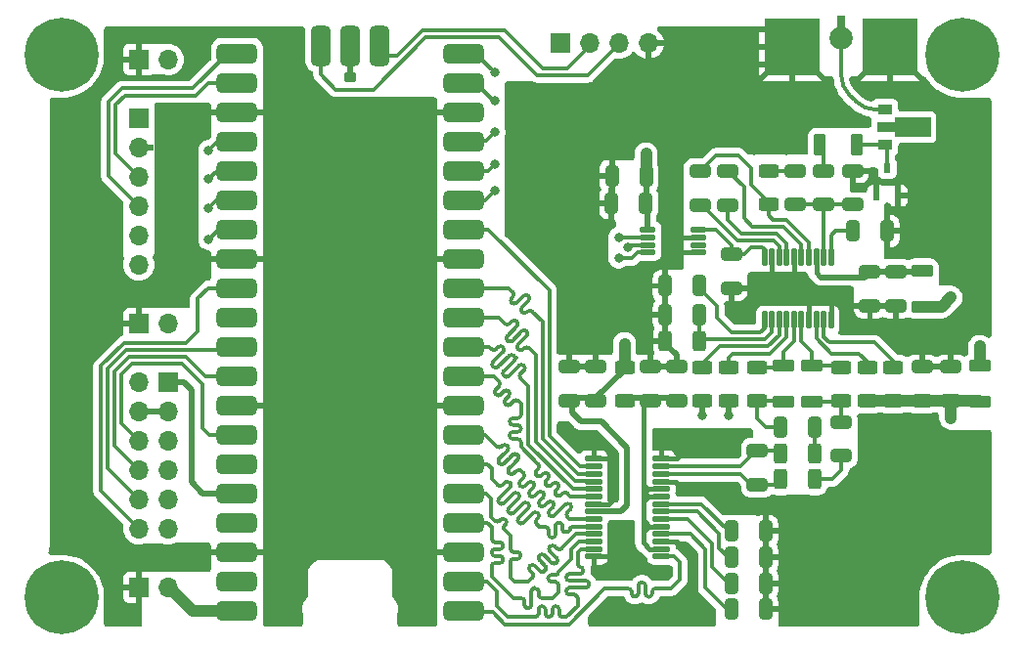
<source format=gbr>
%TF.GenerationSoftware,KiCad,Pcbnew,8.0.6*%
%TF.CreationDate,2024-10-28T10:58:12+07:00*%
%TF.ProjectId,PICO_ADC_Test,5049434f-5f41-4444-935f-546573742e6b,R0.1*%
%TF.SameCoordinates,PX72ade90PY75c75e0*%
%TF.FileFunction,Copper,L1,Top*%
%TF.FilePolarity,Positive*%
%FSLAX46Y46*%
G04 Gerber Fmt 4.6, Leading zero omitted, Abs format (unit mm)*
G04 Created by KiCad (PCBNEW 8.0.6) date 2024-10-28 10:58:12*
%MOMM*%
%LPD*%
G01*
G04 APERTURE LIST*
G04 Aperture macros list*
%AMRoundRect*
0 Rectangle with rounded corners*
0 $1 Rounding radius*
0 $2 $3 $4 $5 $6 $7 $8 $9 X,Y pos of 4 corners*
0 Add a 4 corners polygon primitive as box body*
4,1,4,$2,$3,$4,$5,$6,$7,$8,$9,$2,$3,0*
0 Add four circle primitives for the rounded corners*
1,1,$1+$1,$2,$3*
1,1,$1+$1,$4,$5*
1,1,$1+$1,$6,$7*
1,1,$1+$1,$8,$9*
0 Add four rect primitives between the rounded corners*
20,1,$1+$1,$2,$3,$4,$5,0*
20,1,$1+$1,$4,$5,$6,$7,0*
20,1,$1+$1,$6,$7,$8,$9,0*
20,1,$1+$1,$8,$9,$2,$3,0*%
%AMFreePoly0*
4,1,9,3.862500,-0.866500,0.737500,-0.866500,0.737500,-0.450000,-0.737500,-0.450000,-0.737500,0.450000,0.737500,0.450000,0.737500,0.866500,3.862500,0.866500,3.862500,-0.866500,3.862500,-0.866500,$1*%
G04 Aperture macros list end*
%TA.AperFunction,ComponentPad*%
%ADD10C,2.000000*%
%TD*%
%TA.AperFunction,SMDPad,CuDef*%
%ADD11RoundRect,0.250000X-0.325000X-0.650000X0.325000X-0.650000X0.325000X0.650000X-0.325000X0.650000X0*%
%TD*%
%TA.AperFunction,SMDPad,CuDef*%
%ADD12RoundRect,0.250000X-0.650000X0.325000X-0.650000X-0.325000X0.650000X-0.325000X0.650000X0.325000X0*%
%TD*%
%TA.AperFunction,SMDPad,CuDef*%
%ADD13RoundRect,0.250000X0.650000X-0.325000X0.650000X0.325000X-0.650000X0.325000X-0.650000X-0.325000X0*%
%TD*%
%TA.AperFunction,SMDPad,CuDef*%
%ADD14RoundRect,0.250000X0.325000X0.650000X-0.325000X0.650000X-0.325000X-0.650000X0.325000X-0.650000X0*%
%TD*%
%TA.AperFunction,SMDPad,CuDef*%
%ADD15RoundRect,0.110000X-0.110000X-0.650000X0.110000X-0.650000X0.110000X0.650000X-0.110000X0.650000X0*%
%TD*%
%TA.AperFunction,SMDPad,CuDef*%
%ADD16RoundRect,0.250000X-0.625000X0.312500X-0.625000X-0.312500X0.625000X-0.312500X0.625000X0.312500X0*%
%TD*%
%TA.AperFunction,SMDPad,CuDef*%
%ADD17RoundRect,0.250000X0.625000X-0.312500X0.625000X0.312500X-0.625000X0.312500X-0.625000X-0.312500X0*%
%TD*%
%TA.AperFunction,SMDPad,CuDef*%
%ADD18RoundRect,0.250000X0.700000X-0.275000X0.700000X0.275000X-0.700000X0.275000X-0.700000X-0.275000X0*%
%TD*%
%TA.AperFunction,SMDPad,CuDef*%
%ADD19R,0.600000X0.850000*%
%TD*%
%TA.AperFunction,ComponentPad*%
%ADD20R,1.700000X1.700000*%
%TD*%
%TA.AperFunction,ComponentPad*%
%ADD21O,1.700000X1.700000*%
%TD*%
%TA.AperFunction,SMDPad,CuDef*%
%ADD22RoundRect,0.250000X0.312500X0.625000X-0.312500X0.625000X-0.312500X-0.625000X0.312500X-0.625000X0*%
%TD*%
%TA.AperFunction,SMDPad,CuDef*%
%ADD23RoundRect,0.250000X-0.700000X0.275000X-0.700000X-0.275000X0.700000X-0.275000X0.700000X0.275000X0*%
%TD*%
%TA.AperFunction,ComponentPad*%
%ADD24C,0.800000*%
%TD*%
%TA.AperFunction,ComponentPad*%
%ADD25C,6.400000*%
%TD*%
%TA.AperFunction,SMDPad,CuDef*%
%ADD26RoundRect,0.112500X0.587500X-0.112500X0.587500X0.112500X-0.587500X0.112500X-0.587500X-0.112500X0*%
%TD*%
%TA.AperFunction,SMDPad,CuDef*%
%ADD27RoundRect,0.112500X-0.625000X0.112500X-0.625000X-0.112500X0.625000X-0.112500X0.625000X0.112500X0*%
%TD*%
%TA.AperFunction,SMDPad,CuDef*%
%ADD28R,0.700000X2.350000*%
%TD*%
%TA.AperFunction,SMDPad,CuDef*%
%ADD29R,4.800000X4.900000*%
%TD*%
%TA.AperFunction,SMDPad,CuDef*%
%ADD30R,1.300000X0.900000*%
%TD*%
%TA.AperFunction,SMDPad,CuDef*%
%ADD31FreePoly0,0.000000*%
%TD*%
%TA.AperFunction,SMDPad,CuDef*%
%ADD32RoundRect,0.250000X0.275000X0.700000X-0.275000X0.700000X-0.275000X-0.700000X0.275000X-0.700000X0*%
%TD*%
%TA.AperFunction,SMDPad,CuDef*%
%ADD33RoundRect,0.250000X-0.312500X-0.625000X0.312500X-0.625000X0.312500X0.625000X-0.312500X0.625000X0*%
%TD*%
%TA.AperFunction,SMDPad,CuDef*%
%ADD34RoundRect,0.425000X1.325000X0.425000X-1.325000X0.425000X-1.325000X-0.425000X1.325000X-0.425000X0*%
%TD*%
%TA.AperFunction,SMDPad,CuDef*%
%ADD35RoundRect,0.425000X-0.425000X1.325000X-0.425000X-1.325000X0.425000X-1.325000X0.425000X1.325000X0*%
%TD*%
%TA.AperFunction,ViaPad*%
%ADD36C,0.800000*%
%TD*%
%TA.AperFunction,Conductor*%
%ADD37C,0.500000*%
%TD*%
%TA.AperFunction,Conductor*%
%ADD38C,0.450000*%
%TD*%
%TA.AperFunction,Conductor*%
%ADD39C,0.400000*%
%TD*%
%TA.AperFunction,Conductor*%
%ADD40C,0.300000*%
%TD*%
%TA.AperFunction,Conductor*%
%ADD41C,1.000000*%
%TD*%
G04 APERTURE END LIST*
D10*
%TO.P,REF\u002A\u002A,1*%
%TO.N,Net-(U1-A)*%
X71000000Y52000000D03*
%TD*%
D11*
%TO.P,C13,1*%
%TO.N,Net-(IC1-VCOM)*%
X61525000Y2500000D03*
%TO.P,C13,2*%
%TO.N,GND*%
X64475000Y2500000D03*
%TD*%
D12*
%TO.P,C9,1*%
%TO.N,Net-(C9-Pad1)*%
X71000000Y18725000D03*
%TO.P,C9,2*%
%TO.N,TO_ADC_L*%
X71000000Y15775000D03*
%TD*%
D13*
%TO.P,C21,1*%
%TO.N,5VVGA*%
X78000000Y20525000D03*
%TO.P,C21,2*%
%TO.N,GND*%
X78000000Y23475000D03*
%TD*%
D14*
%TO.P,C26,1*%
%TO.N,+3.3V*%
X54112500Y40012500D03*
%TO.P,C26,2*%
%TO.N,GND*%
X51162500Y40012500D03*
%TD*%
%TO.P,C25,1*%
%TO.N,+3.3V*%
X54087500Y37662500D03*
%TO.P,C25,2*%
%TO.N,GND*%
X51137500Y37662500D03*
%TD*%
D15*
%TO.P,IC2,1,LMD*%
%TO.N,Net-(IC2-LMD)*%
X70130000Y32965000D03*
%TO.P,IC2,2,INH*%
%TO.N,Net-(IC2-INH)*%
X69490000Y32965000D03*
%TO.P,IC2,3,VPSL*%
%TO.N,5VLNA*%
X68850000Y32965000D03*
%TO.P,IC2,4,LON*%
%TO.N,Net-(IC2-LON)*%
X68210000Y32965000D03*
%TO.P,IC2,5,LOP*%
%TO.N,Net-(IC2-LOP)*%
X67570000Y32965000D03*
%TO.P,IC2,6,COML*%
%TO.N,GND*%
X66930000Y32965000D03*
%TO.P,IC2,7,VIP*%
%TO.N,Net-(IC2-VIP)*%
X66290000Y32965000D03*
%TO.P,IC2,8,VIN*%
%TO.N,Net-(IC2-VIN)*%
X65650000Y32965000D03*
%TO.P,IC2,9,MODE*%
%TO.N,GND*%
X65010000Y32965000D03*
%TO.P,IC2,10,GAIN*%
%TO.N,DAC_G*%
X64370000Y32965000D03*
%TO.P,IC2,11,VCM*%
%TO.N,Net-(IC2-VCM)*%
X64370000Y27535000D03*
%TO.P,IC2,12,RCLMP*%
%TO.N,Net-(IC2-RCLMP)*%
X65010000Y27535000D03*
%TO.P,IC2,13,HILO*%
%TO.N,Net-(IC2-HILO)*%
X65650000Y27535000D03*
%TO.P,IC2,14,VPOS*%
%TO.N,Net-(IC2-VPOS)*%
X66290000Y27535000D03*
%TO.P,IC2,15,VOH*%
%TO.N,VOH*%
X66930000Y27535000D03*
%TO.P,IC2,16,VOL*%
%TO.N,VOL*%
X67570000Y27535000D03*
%TO.P,IC2,17,COMM_1*%
%TO.N,GND*%
X68210000Y27535000D03*
%TO.P,IC2,18,ENBV*%
%TO.N,Net-(IC2-ENBV)*%
X68850000Y27535000D03*
%TO.P,IC2,19,ENBL*%
%TO.N,Net-(IC2-ENBL)*%
X69490000Y27535000D03*
%TO.P,IC2,20,COMM_2*%
%TO.N,GND*%
X70130000Y27535000D03*
%TD*%
D13*
%TO.P,C3,1*%
%TO.N,Net-(IC1-IRS)*%
X54500000Y20525000D03*
%TO.P,C3,2*%
%TO.N,GND*%
X54500000Y23475000D03*
%TD*%
D16*
%TO.P,R7,1*%
%TO.N,Net-(C6-Pad2)*%
X64750000Y40462500D03*
%TO.P,R7,2*%
%TO.N,Net-(IC2-LON)*%
X64750000Y37537500D03*
%TD*%
D13*
%TO.P,C7,1*%
%TO.N,+3.3V*%
X47500000Y20525000D03*
%TO.P,C7,2*%
%TO.N,GND*%
X47500000Y23475000D03*
%TD*%
D11*
%TO.P,C15,1*%
%TO.N,Net-(IC1-VREFT)*%
X61525000Y7000000D03*
%TO.P,C15,2*%
%TO.N,GND*%
X64475000Y7000000D03*
%TD*%
D16*
%TO.P,R1,1*%
%TO.N,+3.3V*%
X52250000Y23462500D03*
%TO.P,R1,2*%
%TO.N,Net-(IC1-IRS)*%
X52250000Y20537500D03*
%TD*%
D17*
%TO.P,R3,1*%
%TO.N,5VVGA*%
X73250000Y20537500D03*
%TO.P,R3,2*%
%TO.N,Net-(IC2-ENBV)*%
X73250000Y23462500D03*
%TD*%
D18*
%TO.P,FB4,1*%
%TO.N,5VVGA*%
X83000000Y20425000D03*
%TO.P,FB4,2*%
%TO.N,+5V*%
X83000000Y23575000D03*
%TD*%
D19*
%TO.P,D1,1*%
%TO.N,GND*%
X74050000Y38300000D03*
%TO.P,D1,2*%
X75950000Y38300000D03*
%TO.P,D1,3*%
%TO.N,Net-(U1-B)*%
X75000000Y40700000D03*
%TD*%
D13*
%TO.P,C20,1*%
%TO.N,Net-(IC1-VIN-)*%
X63750000Y13275000D03*
%TO.P,C20,2*%
%TO.N,Net-(IC1-VIN+)*%
X63750000Y16225000D03*
%TD*%
D20*
%TO.P,J4,1,1*%
%TO.N,+5V*%
X46700000Y51500000D03*
D21*
%TO.P,J4,2,2*%
%TO.N,SWCLK*%
X49240000Y51500000D03*
%TO.P,J4,3,3*%
%TO.N,SWDIO*%
X51780000Y51500000D03*
%TO.P,J4,4,4*%
%TO.N,GND*%
X54320000Y51500000D03*
%TD*%
D18*
%TO.P,FB5,1*%
%TO.N,+5V*%
X78000000Y28700000D03*
%TO.P,FB5,2*%
%TO.N,5VLNA*%
X78000000Y31850000D03*
%TD*%
D13*
%TO.P,C8,1*%
%TO.N,+3.3V*%
X49750000Y20525000D03*
%TO.P,C8,2*%
%TO.N,GND*%
X49750000Y23475000D03*
%TD*%
D20*
%TO.P,J2,1,Pin_1*%
%TO.N,GND*%
X10210000Y27250000D03*
D21*
%TO.P,J2,2,Pin_2*%
%TO.N,+5V*%
X12750000Y27250000D03*
%TD*%
D22*
%TO.P,R9,1*%
%TO.N,Net-(IC2-RCLMP)*%
X58712500Y25750000D03*
%TO.P,R9,2*%
%TO.N,GND*%
X55787500Y25750000D03*
%TD*%
D23*
%TO.P,FB3,1*%
%TO.N,VOL*%
X68500000Y23575000D03*
%TO.P,FB3,2*%
%TO.N,Net-(C9-Pad1)*%
X68500000Y20425000D03*
%TD*%
D13*
%TO.P,C4,1*%
%TO.N,Net-(IC1-IRS)*%
X56750000Y20525000D03*
%TO.P,C4,2*%
%TO.N,GND*%
X56750000Y23475000D03*
%TD*%
D23*
%TO.P,FB1,1*%
%TO.N,VOH*%
X66000000Y23575000D03*
%TO.P,FB1,2*%
%TO.N,Net-(C2-Pad1)*%
X66000000Y20425000D03*
%TD*%
D12*
%TO.P,C23,1*%
%TO.N,5VLNA*%
X75750000Y31725000D03*
%TO.P,C23,2*%
%TO.N,GND*%
X75750000Y28775000D03*
%TD*%
D24*
%TO.P,REF\u002A\u002A,1*%
%TO.N,N/C*%
X79100000Y3500000D03*
X79802944Y5197056D03*
X79802944Y1802944D03*
X81500000Y5900000D03*
D25*
X81500000Y3500000D03*
D24*
X81500000Y1100000D03*
X83197056Y5197056D03*
X83197056Y1802944D03*
X83900000Y3500000D03*
%TD*%
D20*
%TO.P,J3,1,Pin_1*%
%TO.N,+3.3V*%
X10210000Y45030000D03*
D21*
%TO.P,J3,2,Pin_2*%
%TO.N,GND*%
X10210000Y42490000D03*
%TO.P,J3,3,Pin_3*%
%TO.N,GPIO17*%
X10210000Y39950000D03*
%TO.P,J3,4,Pin_4*%
%TO.N,GPIO16*%
X10210000Y37410000D03*
%TO.P,J3,5,Pin_5*%
%TO.N,GPIO12*%
X10210000Y34870000D03*
%TO.P,J3,6,Pin_6*%
%TO.N,GPIO11*%
X10210000Y32330000D03*
%TD*%
D14*
%TO.P,C17,1*%
%TO.N,Net-(IC2-RCLMP)*%
X58725000Y28000000D03*
%TO.P,C17,2*%
%TO.N,GND*%
X55775000Y28000000D03*
%TD*%
D26*
%TO.P,IC3,1,VDD*%
%TO.N,+3.3V*%
X54250000Y35350000D03*
%TO.P,IC3,2,~{CS}*%
%TO.N,CS*%
X54250000Y34700000D03*
%TO.P,IC3,3,SCK*%
%TO.N,SCLK*%
X54250000Y34050000D03*
%TO.P,IC3,4,SDI*%
%TO.N,MOSI*%
X54250000Y33400000D03*
%TO.P,IC3,5,~{LDAC}*%
%TO.N,GND*%
X58650000Y33400000D03*
%TO.P,IC3,6,VOUTB*%
%TO.N,unconnected-(IC3-VOUTB-Pad6)*%
X58650000Y34050000D03*
%TO.P,IC3,7,VSS*%
%TO.N,GND*%
X58650000Y34700000D03*
%TO.P,IC3,8,VOUTA*%
%TO.N,DAC_G*%
X58650000Y35350000D03*
%TD*%
D12*
%TO.P,C10,1*%
%TO.N,Net-(IC2-LON)*%
X58800000Y40450000D03*
%TO.P,C10,2*%
%TO.N,Net-(IC2-VIN)*%
X58800000Y37500000D03*
%TD*%
D24*
%TO.P,REF\u002A\u002A,1*%
%TO.N,N/C*%
X1100000Y3500000D03*
X1802944Y5197056D03*
X1802944Y1802944D03*
X3500000Y5900000D03*
D25*
X3500000Y3500000D03*
D24*
X3500000Y1100000D03*
X5197056Y5197056D03*
X5197056Y1802944D03*
X5900000Y3500000D03*
%TD*%
D12*
%TO.P,C5,1*%
%TO.N,Net-(C5-Pad1)*%
X69500000Y40475000D03*
%TO.P,C5,2*%
%TO.N,Net-(IC2-INH)*%
X69500000Y37525000D03*
%TD*%
D27*
%TO.P,IC1,1,CLK*%
%TO.N,ADC_CLK*%
X55438000Y7062500D03*
%TO.P,IC1,2,VDDA_1*%
%TO.N,Net-(IC1-IRS)*%
X55438000Y7712500D03*
%TO.P,IC1,3,VSSA_1*%
%TO.N,GND*%
X55438000Y8362500D03*
%TO.P,IC1,4,VCOM*%
%TO.N,Net-(IC1-VCOM)*%
X55438000Y9012500D03*
%TO.P,IC1,5,IRS*%
%TO.N,Net-(IC1-IRS)*%
X55438000Y9662500D03*
%TO.P,IC1,6,VREF*%
%TO.N,Net-(IC1-VREF)*%
X55438000Y10312500D03*
%TO.P,IC1,7,VREFT*%
%TO.N,Net-(IC1-VREFT)*%
X55438000Y10962500D03*
%TO.P,IC1,8,VREFB*%
%TO.N,Net-(IC1-VREFB)*%
X55438000Y11612500D03*
%TO.P,IC1,9,VDDA_2*%
%TO.N,Net-(IC1-IRS)*%
X55438000Y12262500D03*
%TO.P,IC1,10,VDDA_3*%
X55438000Y12912500D03*
%TO.P,IC1,11,VSSA_2*%
%TO.N,GND*%
X55438000Y13562500D03*
%TO.P,IC1,12,VIN-*%
%TO.N,Net-(IC1-VIN-)*%
X55438000Y14212500D03*
%TO.P,IC1,13,VIN+*%
%TO.N,Net-(IC1-VIN+)*%
X55438000Y14862500D03*
%TO.P,IC1,14,VSSA_3*%
%TO.N,GND*%
X55438000Y15512500D03*
%TO.P,IC1,15,DF*%
X49562000Y15512500D03*
%TO.P,IC1,16,D9*%
%TO.N,D9*%
X49562000Y14862500D03*
%TO.P,IC1,17,D8*%
%TO.N,D8*%
X49562000Y14212500D03*
%TO.P,IC1,18,D7*%
%TO.N,D7*%
X49562000Y13562500D03*
%TO.P,IC1,19,D6*%
%TO.N,D6*%
X49562000Y12912500D03*
%TO.P,IC1,20,D5*%
%TO.N,D5*%
X49562000Y12262500D03*
%TO.P,IC1,21,VSSIO*%
%TO.N,GND*%
X49562000Y11612500D03*
%TO.P,IC1,22,VDDIO*%
%TO.N,+3.3V*%
X49562000Y10962500D03*
%TO.P,IC1,23,D4*%
%TO.N,D4*%
X49562000Y10312500D03*
%TO.P,IC1,24,D3*%
%TO.N,D3*%
X49562000Y9662500D03*
%TO.P,IC1,25,D2*%
%TO.N,D2*%
X49562000Y9012500D03*
%TO.P,IC1,26,D1*%
%TO.N,D1*%
X49562000Y8362500D03*
%TO.P,IC1,27,D0*%
%TO.N,D0*%
X49562000Y7712500D03*
%TO.P,IC1,28,STBY*%
%TO.N,GND*%
X49562000Y7062500D03*
%TD*%
D12*
%TO.P,C11,1*%
%TO.N,Net-(IC2-LOP)*%
X61200000Y40450000D03*
%TO.P,C11,2*%
%TO.N,Net-(IC2-VIP)*%
X61200000Y37500000D03*
%TD*%
D28*
%TO.P,J1,1,1*%
%TO.N,Net-(U1-A)*%
X71000000Y52750000D03*
D29*
%TO.P,J1,2,2*%
%TO.N,GND*%
X75250000Y51175000D03*
X66750000Y51175000D03*
%TD*%
D13*
%TO.P,C6,1*%
%TO.N,Net-(IC2-INH)*%
X67000000Y37525000D03*
%TO.P,C6,2*%
%TO.N,Net-(C6-Pad2)*%
X67000000Y40475000D03*
%TD*%
D24*
%TO.P,REF\u002A\u002A,1*%
%TO.N,N/C*%
X1100000Y50500000D03*
X1802944Y52197056D03*
X1802944Y48802944D03*
X3500000Y52900000D03*
D25*
X3500000Y50500000D03*
D24*
X3500000Y48100000D03*
X5197056Y52197056D03*
X5197056Y48802944D03*
X5900000Y50500000D03*
%TD*%
D30*
%TO.P,U1,1,A*%
%TO.N,Net-(U1-A)*%
X74800000Y45750000D03*
D31*
%TO.P,U1,2,COM*%
%TO.N,unconnected-(U1-COM-Pad2)*%
X74887500Y44250000D03*
D30*
%TO.P,U1,3,B*%
%TO.N,Net-(U1-B)*%
X74800000Y42750000D03*
%TD*%
D13*
%TO.P,C22,1*%
%TO.N,5VVGA*%
X80500000Y20525000D03*
%TO.P,C22,2*%
%TO.N,GND*%
X80500000Y23475000D03*
%TD*%
D12*
%TO.P,C24,1*%
%TO.N,5VLNA*%
X73500000Y31725000D03*
%TO.P,C24,2*%
%TO.N,GND*%
X73500000Y28775000D03*
%TD*%
D32*
%TO.P,FB2,1*%
%TO.N,Net-(U1-B)*%
X72325000Y42750000D03*
%TO.P,FB2,2*%
%TO.N,Net-(C5-Pad1)*%
X69175000Y42750000D03*
%TD*%
D13*
%TO.P,C12,1*%
%TO.N,Net-(IC2-INH)*%
X72000000Y37525000D03*
%TO.P,C12,2*%
%TO.N,GND*%
X72000000Y40475000D03*
%TD*%
D20*
%TO.P,J5,1,Pin_1*%
%TO.N,GND*%
X10210000Y50120000D03*
D21*
%TO.P,J5,2,Pin_2*%
%TO.N,+5V*%
X12750000Y50120000D03*
%TD*%
D17*
%TO.P,R5,1*%
%TO.N,5VVGA*%
X61250000Y20537500D03*
%TO.P,R5,2*%
%TO.N,Net-(IC2-VPOS)*%
X61250000Y23462500D03*
%TD*%
D33*
%TO.P,R10,1*%
%TO.N,Net-(IC1-VIN-)*%
X65787500Y13750000D03*
%TO.P,R10,2*%
%TO.N,TO_ADC_L*%
X68712500Y13750000D03*
%TD*%
D12*
%TO.P,C18,1*%
%TO.N,DAC_G*%
X61500000Y33225000D03*
%TO.P,C18,2*%
%TO.N,GND*%
X61500000Y30275000D03*
%TD*%
D11*
%TO.P,C16,1*%
%TO.N,Net-(IC1-VREFB)*%
X61525000Y9250000D03*
%TO.P,C16,2*%
%TO.N,GND*%
X64475000Y9250000D03*
%TD*%
D20*
%TO.P,J7,1,Pin_1*%
%TO.N,GND*%
X10210000Y4390000D03*
D21*
%TO.P,J7,2,Pin_2*%
%TO.N,+5V*%
X12750000Y4390000D03*
%TD*%
D17*
%TO.P,R6,1*%
%TO.N,5VVGA*%
X59000000Y20537500D03*
%TO.P,R6,2*%
%TO.N,Net-(IC2-HILO)*%
X59000000Y23462500D03*
%TD*%
D16*
%TO.P,R4,1*%
%TO.N,VOH*%
X63750000Y23462500D03*
%TO.P,R4,2*%
%TO.N,Net-(C2-Pad1)*%
X63750000Y20537500D03*
%TD*%
%TO.P,R8,1*%
%TO.N,VOL*%
X71000000Y23462500D03*
%TO.P,R8,2*%
%TO.N,Net-(C9-Pad1)*%
X71000000Y20537500D03*
%TD*%
D34*
%TO.P,U2,1,GPIO0*%
%TO.N,ADC_CLK*%
X38290000Y2370000D03*
%TO.P,U2,2,GPIO1*%
%TO.N,D0*%
X38290000Y4910000D03*
%TO.P,U2,3,GND*%
%TO.N,GND*%
X38290000Y7450000D03*
%TO.P,U2,4,GPIO2*%
%TO.N,D1*%
X38290000Y9990000D03*
%TO.P,U2,5,GPIO3*%
%TO.N,D2*%
X38290000Y12530000D03*
%TO.P,U2,6,GPIO4*%
%TO.N,D3*%
X38290000Y15070000D03*
%TO.P,U2,7,GPIO5*%
%TO.N,D4*%
X38290000Y17610000D03*
%TO.P,U2,8,GND*%
%TO.N,GND*%
X38290000Y20150000D03*
%TO.P,U2,9,GPIO6*%
%TO.N,D5*%
X38290000Y22690000D03*
%TO.P,U2,10,GPIO7*%
%TO.N,D6*%
X38290000Y25230000D03*
%TO.P,U2,11,GPIO8*%
%TO.N,D7*%
X38290000Y27770000D03*
%TO.P,U2,12,GPIO9*%
%TO.N,D8*%
X38290000Y30310000D03*
%TO.P,U2,13,GND*%
%TO.N,GND*%
X38290000Y32850000D03*
%TO.P,U2,14,GPIO10*%
%TO.N,D9*%
X38290000Y35390000D03*
%TO.P,U2,15,GPIO11*%
%TO.N,GPIO11*%
X38290000Y37930000D03*
%TO.P,U2,16,GPIO12*%
%TO.N,GPIO12*%
X38290000Y40470000D03*
%TO.P,U2,17,GPIO13*%
%TO.N,CS*%
X38290000Y43010000D03*
%TO.P,U2,18,GND*%
%TO.N,GND*%
X38290000Y45550000D03*
%TO.P,U2,19,GPIO14*%
%TO.N,SCLK*%
X38290000Y48090000D03*
%TO.P,U2,20,GPIO15*%
%TO.N,MOSI*%
X38290000Y50630000D03*
%TO.P,U2,21,GPIO16*%
%TO.N,GPIO16*%
X18710000Y50630000D03*
%TO.P,U2,22,GPIO17*%
%TO.N,GPIO17*%
X18710000Y48090000D03*
%TO.P,U2,23,GND*%
%TO.N,GND*%
X18710000Y45550000D03*
%TO.P,U2,24,GPIO18*%
%TO.N,GPIO18*%
X18710000Y43010000D03*
%TO.P,U2,25,GPIO19*%
%TO.N,GPIO19*%
X18710000Y40470000D03*
%TO.P,U2,26,GPIO20*%
%TO.N,GPIO20*%
X18710000Y37930000D03*
%TO.P,U2,27,GPIO21*%
%TO.N,GPIO21*%
X18710000Y35390000D03*
%TO.P,U2,28,GND*%
%TO.N,GND*%
X18710000Y32850000D03*
%TO.P,U2,29,GPIO22*%
%TO.N,GPIO22*%
X18710000Y30310000D03*
%TO.P,U2,30,RUN*%
%TO.N,unconnected-(U2-RUN-Pad30)*%
X18710000Y27770000D03*
%TO.P,U2,31,GPIO26_ADC0*%
%TO.N,GPIO26*%
X18710000Y25230000D03*
%TO.P,U2,32,GPIO27_ADC1*%
%TO.N,GPIO27*%
X18710000Y22690000D03*
%TO.P,U2,33,AGND*%
%TO.N,GND*%
X18710000Y20150000D03*
%TO.P,U2,34,GPIO28_ADC2*%
%TO.N,GPIO28*%
X18710000Y17610000D03*
%TO.P,U2,35,ADC_VREF*%
%TO.N,unconnected-(U2-ADC_VREF-Pad35)*%
X18710000Y15070000D03*
%TO.P,U2,36,3V3*%
%TO.N,+3.3V*%
X18710000Y12530000D03*
%TO.P,U2,37,3V3_EN*%
%TO.N,unconnected-(U2-3V3_EN-Pad37)*%
X18710000Y9990000D03*
%TO.P,U2,38,GND*%
%TO.N,GND*%
X18710000Y7450000D03*
%TO.P,U2,39,VSYS*%
%TO.N,unconnected-(U2-VSYS-Pad39)*%
X18710000Y4910000D03*
%TO.P,U2,40,VBUS*%
%TO.N,+5V*%
X18710000Y2370000D03*
D35*
%TO.P,U2,41,SWCLK*%
%TO.N,SWCLK*%
X31040000Y51300000D03*
%TO.P,U2,42,GND*%
%TO.N,GND*%
X28500000Y51300000D03*
%TO.P,U2,43,SWDIO*%
%TO.N,SWDIO*%
X25960000Y51300000D03*
%TD*%
D24*
%TO.P,REF\u002A\u002A,1*%
%TO.N,N/C*%
X79100000Y50500000D03*
X79802944Y52197056D03*
X79802944Y48802944D03*
X81500000Y52900000D03*
D25*
X81500000Y50500000D03*
D24*
X81500000Y48100000D03*
X83197056Y52197056D03*
X83197056Y48802944D03*
X83900000Y50500000D03*
%TD*%
D14*
%TO.P,C19,1*%
%TO.N,Net-(IC2-VCM)*%
X58725000Y30500000D03*
%TO.P,C19,2*%
%TO.N,GND*%
X55775000Y30500000D03*
%TD*%
D11*
%TO.P,C14,1*%
%TO.N,Net-(IC1-VREF)*%
X61525000Y4750000D03*
%TO.P,C14,2*%
%TO.N,GND*%
X64475000Y4750000D03*
%TD*%
D33*
%TO.P,R11,1*%
%TO.N,Net-(IC1-VIN+)*%
X65787500Y16000000D03*
%TO.P,R11,2*%
%TO.N,TO_ADC_H*%
X68712500Y16000000D03*
%TD*%
D11*
%TO.P,C2,1*%
%TO.N,Net-(C2-Pad1)*%
X65775000Y18250000D03*
%TO.P,C2,2*%
%TO.N,TO_ADC_H*%
X68725000Y18250000D03*
%TD*%
D17*
%TO.P,R2,1*%
%TO.N,5VVGA*%
X75500000Y20537500D03*
%TO.P,R2,2*%
%TO.N,Net-(IC2-ENBL)*%
X75500000Y23462500D03*
%TD*%
D20*
%TO.P,J6,1,1*%
%TO.N,+3.3V*%
X12750000Y22170000D03*
D21*
%TO.P,J6,2,2*%
X10210000Y22170000D03*
%TO.P,J6,3,3*%
%TO.N,GND*%
X12750000Y19630000D03*
%TO.P,J6,4,4*%
X10210000Y19630000D03*
%TO.P,J6,5,5*%
%TO.N,GPIO21*%
X12750000Y17090000D03*
%TO.P,J6,6,6*%
%TO.N,GPIO28*%
X10210000Y17090000D03*
%TO.P,J6,7,7*%
%TO.N,GPIO20*%
X12750000Y14550000D03*
%TO.P,J6,8,8*%
%TO.N,GPIO27*%
X10210000Y14550000D03*
%TO.P,J6,9,9*%
%TO.N,GPIO19*%
X12750000Y12010000D03*
%TO.P,J6,10,10*%
%TO.N,GPIO26*%
X10210000Y12010000D03*
%TO.P,J6,11,11*%
%TO.N,GPIO18*%
X12750000Y9470000D03*
%TO.P,J6,12,12*%
%TO.N,GPIO22*%
X10210000Y9470000D03*
%TD*%
D14*
%TO.P,C1,1*%
%TO.N,GND*%
X74975000Y35250000D03*
%TO.P,C1,2*%
%TO.N,Net-(IC2-LMD)*%
X72025000Y35250000D03*
%TD*%
D36*
%TO.N,GND*%
X59500000Y13000000D03*
X3000000Y10690000D03*
X83500000Y38630000D03*
X63500000Y42250000D03*
X56500000Y32500000D03*
X73200000Y44650000D03*
X57250000Y16000000D03*
X83500000Y28470000D03*
X83500000Y41170000D03*
X21750000Y50000000D03*
X74500000Y26750000D03*
X52750000Y27500000D03*
X70040000Y1500000D03*
X59250000Y16000000D03*
X26000000Y28500000D03*
X3000000Y38630000D03*
X66000000Y7000000D03*
X30750000Y10500000D03*
X60250000Y52500000D03*
X78250000Y47950000D03*
X49500000Y17250000D03*
X73750000Y39750000D03*
X72580000Y1500000D03*
X30750000Y33500000D03*
X61250000Y17750000D03*
X45250000Y32250000D03*
X42750000Y34750000D03*
X63400000Y52500000D03*
X55750000Y3000000D03*
X66750000Y29750000D03*
X83500000Y31010000D03*
X3000000Y33550000D03*
X3000000Y23390000D03*
X63400000Y50750000D03*
X83500000Y43710000D03*
X21750000Y1500000D03*
X51250000Y9500000D03*
X76250000Y40250000D03*
X35250000Y46250000D03*
X83500000Y17500000D03*
X49500000Y1500000D03*
X73000000Y16750000D03*
X26250000Y20750000D03*
X52750000Y5750000D03*
X58150000Y6000000D03*
X69500000Y11750000D03*
X76500000Y46250000D03*
X21750000Y20750000D03*
X35000000Y1500000D03*
X43000000Y37250000D03*
X66000000Y9250000D03*
X3000000Y46250000D03*
X83500000Y33550000D03*
X30750000Y46250000D03*
X51250000Y15512500D03*
X78250000Y18750000D03*
X77250000Y1500000D03*
X67700000Y43700000D03*
X78000000Y7750000D03*
X56750000Y52500000D03*
X72250000Y45000000D03*
X30750000Y37500000D03*
X3000000Y31010000D03*
X63750000Y29750000D03*
X57250000Y7912500D03*
X54500000Y48500000D03*
X3000000Y13230000D03*
X58150000Y3750000D03*
X61500000Y11250000D03*
X81000000Y25250000D03*
X51000000Y3000000D03*
X3000000Y25930000D03*
X26000000Y23750000D03*
X50500000Y45250000D03*
X21750000Y38670000D03*
X3000000Y8150000D03*
X50250000Y5750000D03*
X71250000Y29750000D03*
X3000000Y20850000D03*
X75750000Y18750000D03*
X69400000Y44700000D03*
X75250000Y47150000D03*
X21750000Y47000000D03*
X68250000Y29750000D03*
X78400000Y46250000D03*
X75120000Y1500000D03*
X56500000Y34000000D03*
X21750000Y33590000D03*
X66000000Y2500000D03*
X55300000Y17700000D03*
X21750000Y23750000D03*
X83500000Y36090000D03*
X61500000Y13000000D03*
X57250000Y13000000D03*
X66250000Y42250000D03*
X77000000Y33500000D03*
X26250000Y10500000D03*
X48750000Y25250000D03*
X52750000Y30000000D03*
X30750000Y40750000D03*
X55500000Y5750000D03*
X69950000Y48100000D03*
X83500000Y46250000D03*
X30750000Y28500000D03*
X79700000Y42850000D03*
X35000000Y5510000D03*
X26000000Y40500000D03*
X76500000Y25000000D03*
X44950000Y37250000D03*
X51250000Y12512500D03*
X83500000Y14960000D03*
X3000000Y15770000D03*
X52750000Y1500000D03*
X63400000Y48750000D03*
X73500000Y47000000D03*
X3000000Y36090000D03*
X50500000Y25250000D03*
X79500000Y27250000D03*
X65500000Y11750000D03*
X35000000Y15670000D03*
X73000000Y18750000D03*
X21750000Y5510000D03*
X69750000Y29750000D03*
X60250000Y43250000D03*
X79700000Y44900000D03*
X47000000Y29850000D03*
X47000000Y18250000D03*
X35000000Y10590000D03*
X21750000Y10590000D03*
X54750000Y45250000D03*
X83500000Y7750000D03*
X83500000Y12420000D03*
X52750000Y8250000D03*
X80250000Y46500000D03*
X56500000Y42500000D03*
X30750000Y15750000D03*
X21750000Y43750000D03*
X83500000Y9880000D03*
X21750000Y15670000D03*
X59750000Y1500000D03*
X55750000Y1500000D03*
X80750000Y7750000D03*
X76250000Y41500000D03*
X35000000Y20750000D03*
X30750000Y20750000D03*
X71750000Y26750000D03*
X70500000Y46750000D03*
X47000000Y25250000D03*
X77750000Y42300000D03*
X56500000Y38500000D03*
X3000000Y28470000D03*
X72000000Y13750000D03*
X66000000Y4750000D03*
X63000000Y17750000D03*
X3000000Y18310000D03*
X52750000Y9500000D03*
X57250000Y17750000D03*
X77000000Y35500000D03*
X21750000Y28510000D03*
X3000000Y41170000D03*
X61250000Y16000000D03*
X67500000Y1500000D03*
X59250000Y17750000D03*
X72200000Y48100000D03*
X3000000Y43710000D03*
X26250000Y15750000D03*
X51250000Y8250000D03*
X65250000Y29750000D03*
X61500000Y28500000D03*
X28500000Y48550000D03*
X56500000Y35500000D03*
X35000000Y23750000D03*
X71250000Y45750000D03*
X26000000Y33500000D03*
X43750000Y39400000D03*
%TO.N,+3.3V*%
X54112500Y41937500D03*
X52250000Y25500000D03*
%TO.N,5VVGA*%
X59000000Y19250000D03*
X61250000Y19250000D03*
X80500000Y19050000D03*
%TO.N,+5V*%
X83000000Y25250000D03*
X80500000Y29500000D03*
%TO.N,GPIO21*%
X16250000Y34500000D03*
%TO.N,GPIO18*%
X16250000Y42250000D03*
%TO.N,GPIO19*%
X16250000Y39750000D03*
%TO.N,GPIO11*%
X41000000Y38750000D03*
%TO.N,GPIO12*%
X41000000Y41000000D03*
%TO.N,GPIO20*%
X16250000Y37250000D03*
%TO.N,CS*%
X41050000Y43800000D03*
X51750000Y34700000D03*
%TO.N,SCLK*%
X52550000Y33800000D03*
X41000000Y46500000D03*
%TO.N,MOSI*%
X51750000Y32900000D03*
X40995000Y49000000D03*
%TD*%
D37*
%TO.N,GND*%
X57250000Y16000000D02*
X57250000Y16250000D01*
X57237500Y13000000D02*
X57000000Y12762500D01*
D38*
X50850000Y11612500D02*
X51250000Y12012500D01*
D39*
X65010000Y32965000D02*
X65010000Y31260000D01*
X68210000Y29710000D02*
X68210000Y27535000D01*
D37*
X66750000Y51175000D02*
X66750000Y47200000D01*
D39*
X66930000Y32965000D02*
X66930000Y31070000D01*
D38*
X49562000Y17188000D02*
X49500000Y17250000D01*
D37*
X51250000Y12012500D02*
X51250000Y12512500D01*
D38*
X56800000Y8362500D02*
X55438000Y8362500D01*
X58650000Y33400000D02*
X57200000Y33400000D01*
D37*
X66250000Y49650000D02*
X62650000Y49650000D01*
D39*
X68250000Y29750000D02*
X68210000Y29710000D01*
D37*
X66500000Y52750000D02*
X62900000Y52750000D01*
D39*
X70130000Y29370000D02*
X70130000Y27535000D01*
D38*
X49562000Y11612500D02*
X50850000Y11612500D01*
X49562000Y7062500D02*
X49562000Y6062000D01*
X49562000Y15512500D02*
X51250000Y15512500D01*
X55438000Y15512500D02*
X55438000Y16688000D01*
D37*
X55438000Y16688000D02*
X55500000Y16750000D01*
X55787500Y25750000D02*
X55787500Y25462500D01*
X55787500Y25462500D02*
X56750000Y24500000D01*
D38*
X58650000Y34700000D02*
X56750000Y34700000D01*
X56762500Y15512500D02*
X57250000Y16000000D01*
D37*
X63150000Y51175000D02*
X62575000Y51175000D01*
D38*
X56687500Y13562500D02*
X55438000Y13562500D01*
X55438000Y15512500D02*
X56762500Y15512500D01*
D37*
X75250000Y51175000D02*
X75250000Y47150000D01*
D38*
X57250000Y7912500D02*
X56800000Y8362500D01*
D37*
X56700000Y34650000D02*
X56750000Y34700000D01*
X56750000Y24500000D02*
X56750000Y23475000D01*
D38*
X57250000Y13000000D02*
X56687500Y13562500D01*
D37*
X62575000Y51175000D02*
X62300000Y50900000D01*
X57250000Y13000000D02*
X57237500Y13000000D01*
X66750000Y51175000D02*
X63150000Y51175000D01*
D38*
X49562000Y15512500D02*
X49562000Y17188000D01*
X49562000Y7062500D02*
X51312500Y7062500D01*
D37*
X51312500Y7062500D02*
X52000000Y7750000D01*
D39*
X69750000Y29750000D02*
X70130000Y29370000D01*
D40*
%TO.N,Net-(IC2-LMD)*%
X70130000Y32965000D02*
X70130000Y34880000D01*
X70130000Y34880000D02*
X70500000Y35250000D01*
X70500000Y35250000D02*
X72025000Y35250000D01*
%TO.N,Net-(C2-Pad1)*%
X65775000Y18250000D02*
X64500000Y18250000D01*
X63750000Y19000000D02*
X63750000Y20537500D01*
X63750000Y20537500D02*
X65887500Y20537500D01*
X64500000Y18250000D02*
X63750000Y19000000D01*
X65887500Y20537500D02*
X66000000Y20425000D01*
%TO.N,TO_ADC_H*%
X68712500Y18237500D02*
X68712500Y16000000D01*
X68725000Y18250000D02*
X68712500Y18237500D01*
D37*
%TO.N,Net-(IC1-IRS)*%
X54500000Y20775000D02*
X56750000Y20775000D01*
D38*
X53912500Y12912500D02*
X53900000Y12900000D01*
X54450000Y9662500D02*
X53962500Y9662500D01*
X54150000Y9662500D02*
X53900000Y9912500D01*
X54263000Y12912500D02*
X53975500Y13200000D01*
X54000000Y12600000D02*
X54075000Y12675000D01*
X53900000Y9600000D02*
X53900000Y9912500D01*
X55438000Y12262500D02*
X54400000Y12262500D01*
D37*
X54500000Y20775000D02*
X54487500Y20787500D01*
D38*
X54350000Y12912500D02*
X54312500Y12912500D01*
X54400000Y12262500D02*
X54312500Y12262500D01*
X53900000Y20175000D02*
X54500000Y20775000D01*
X54075000Y12675000D02*
X53900000Y12500000D01*
X54400000Y12262500D02*
X53937500Y12262500D01*
X53937500Y12262500D02*
X53900000Y12300000D01*
X54312500Y12262500D02*
X53900000Y11850000D01*
X54437500Y9662500D02*
X53900000Y10200000D01*
X53962500Y9662500D02*
X53900000Y9600000D01*
X54312500Y12912500D02*
X54075000Y12675000D01*
X54400000Y12262500D02*
X54337500Y12262500D01*
X54437500Y7712500D02*
X55438000Y7712500D01*
X55438000Y12912500D02*
X54350000Y12912500D01*
X53900000Y12500000D02*
X53900000Y20175000D01*
D37*
X54487500Y20787500D02*
X52250000Y20787500D01*
D38*
X53900000Y9200000D02*
X53900000Y8250000D01*
X53900000Y8250000D02*
X54437500Y7712500D01*
X55438000Y9662500D02*
X54450000Y9662500D01*
X54350000Y12912500D02*
X54263000Y12912500D01*
X53900000Y10200000D02*
X53900000Y11850000D01*
X54350000Y12912500D02*
X53912500Y12912500D01*
X54362500Y9662500D02*
X53900000Y9200000D01*
X53900000Y9912500D02*
X53900000Y10200000D01*
X54450000Y9662500D02*
X54362500Y9662500D01*
X54450000Y9662500D02*
X54150000Y9662500D01*
X53900000Y11850000D02*
X53900000Y12500000D01*
X54337500Y12262500D02*
X54000000Y12600000D01*
X54450000Y9662500D02*
X54437500Y9662500D01*
X53900000Y9912500D02*
X53900000Y9200000D01*
D40*
%TO.N,Net-(C5-Pad1)*%
X69500000Y40475000D02*
X69500000Y42425000D01*
X69500000Y42425000D02*
X69175000Y42750000D01*
%TO.N,Net-(IC2-INH)*%
X69500000Y37525000D02*
X72000000Y37525000D01*
X69490000Y32965000D02*
X69490000Y37515000D01*
X69490000Y37515000D02*
X69500000Y37525000D01*
X67000000Y37525000D02*
X69500000Y37525000D01*
%TO.N,Net-(C6-Pad2)*%
X64506250Y40462500D02*
X66743750Y40462500D01*
D37*
%TO.N,+3.3V*%
X14750000Y21500000D02*
X14750000Y13500000D01*
X52250000Y23250000D02*
X49775000Y20775000D01*
X12750000Y22170000D02*
X14080000Y22170000D01*
X54087500Y37662500D02*
X54412500Y37337500D01*
X51962500Y10962500D02*
X49562000Y10962500D01*
X14080000Y22170000D02*
X14750000Y21500000D01*
X52500000Y11500000D02*
X51962500Y10962500D01*
X54250000Y37500000D02*
X54250000Y35350000D01*
X47500000Y20775000D02*
X47750000Y20525000D01*
X52500000Y16500000D02*
X52500000Y11500000D01*
X54112500Y37687500D02*
X54087500Y37662500D01*
X54112500Y40012500D02*
X54112500Y37687500D01*
X47750000Y19500000D02*
X48500000Y18750000D01*
X48500000Y18750000D02*
X50250000Y18750000D01*
X54087500Y37662500D02*
X54250000Y37500000D01*
D41*
X52250000Y25500000D02*
X52250000Y23712500D01*
X54112500Y40012500D02*
X54112500Y41937500D01*
D37*
X14750000Y13500000D02*
X15720000Y12530000D01*
X15720000Y12530000D02*
X19610000Y12530000D01*
X52250000Y23712500D02*
X52250000Y23250000D01*
X47750000Y20525000D02*
X47750000Y19500000D01*
X50250000Y18750000D02*
X52500000Y16500000D01*
X49775000Y20775000D02*
X47500000Y20775000D01*
D40*
%TO.N,Net-(C9-Pad1)*%
X70887500Y20425000D02*
X71000000Y20537500D01*
X68500000Y20425000D02*
X70887500Y20425000D01*
X71000000Y20425000D02*
X71000000Y18725000D01*
X68500000Y20425000D02*
X71000000Y20425000D01*
%TO.N,TO_ADC_L*%
X71000000Y15775000D02*
X71000000Y14500000D01*
X70250000Y13750000D02*
X68712500Y13750000D01*
X71000000Y14500000D02*
X70250000Y13750000D01*
%TO.N,Net-(IC2-LON)*%
X68210000Y34290000D02*
X66250000Y36250000D01*
X60150000Y41800000D02*
X58800000Y40450000D01*
X63250000Y39250000D02*
X63250000Y40700000D01*
X64750000Y37750000D02*
X63250000Y39250000D01*
X64750000Y37537500D02*
X64750000Y37750000D01*
X68210000Y32965000D02*
X68210000Y34290000D01*
X63250000Y40700000D02*
X62150000Y41800000D01*
X64750000Y36600000D02*
X64750000Y37537500D01*
X66250000Y36250000D02*
X65100000Y36250000D01*
X62150000Y41800000D02*
X60150000Y41800000D01*
X65100000Y36250000D02*
X64750000Y36600000D01*
%TO.N,Net-(IC2-VIN)*%
X65150000Y34450000D02*
X62050000Y34450000D01*
X65650000Y32965000D02*
X65650000Y33950000D01*
X65650000Y33950000D02*
X65150000Y34450000D01*
X59000000Y37500000D02*
X58800000Y37500000D01*
X62050000Y34450000D02*
X59000000Y37500000D01*
%TO.N,Net-(IC2-LOP)*%
X66000000Y35650000D02*
X63300000Y35650000D01*
X62600000Y36350000D02*
X62600000Y39050000D01*
X67570000Y34080000D02*
X66000000Y35650000D01*
X62600000Y39050000D02*
X61200000Y40450000D01*
X63300000Y35650000D02*
X62600000Y36350000D01*
X67570000Y32965000D02*
X67570000Y34080000D01*
%TO.N,Net-(IC2-VIP)*%
X66290000Y32965000D02*
X66290000Y34160000D01*
X62350000Y35050000D02*
X61200000Y36200000D01*
X66290000Y34160000D02*
X65400000Y35050000D01*
X65400000Y35050000D02*
X62350000Y35050000D01*
X61200000Y36200000D02*
X61200000Y37500000D01*
%TO.N,Net-(IC1-VCOM)*%
X57937500Y9012500D02*
X59250000Y7700000D01*
X59250000Y4350000D02*
X61100000Y2500000D01*
X55438000Y9012500D02*
X57937500Y9012500D01*
X61100000Y2500000D02*
X61525000Y2500000D01*
X59250000Y7700000D02*
X59250000Y4350000D01*
%TO.N,Net-(IC1-VREF)*%
X55925000Y10337500D02*
X55438000Y10337500D01*
X59850000Y6150000D02*
X61250000Y4750000D01*
X61250000Y4750000D02*
X61525000Y4750000D01*
X57737500Y10312500D02*
X59850000Y8200000D01*
X59850000Y8200000D02*
X59850000Y6150000D01*
X55438000Y10312500D02*
X57737500Y10312500D01*
%TO.N,Net-(IC1-VREFT)*%
X60450000Y7800000D02*
X61250000Y7000000D01*
X58537500Y10962500D02*
X60450000Y9050000D01*
X61250000Y7000000D02*
X61525000Y7000000D01*
X60450000Y9050000D02*
X60450000Y7800000D01*
X55438000Y10962500D02*
X58537500Y10962500D01*
%TO.N,Net-(IC1-VREFB)*%
X58887500Y11612500D02*
X61250000Y9250000D01*
X61250000Y9250000D02*
X61525000Y9250000D01*
X55438000Y11612500D02*
X58887500Y11612500D01*
%TO.N,Net-(IC2-RCLMP)*%
X58712500Y27712500D02*
X58712500Y25750000D01*
X64400000Y25875000D02*
X58837500Y25875000D01*
X58750000Y27750000D02*
X58712500Y27712500D01*
X58725000Y28000000D02*
X58725000Y27775000D01*
X65010000Y27535000D02*
X65010000Y26485000D01*
X65010000Y26485000D02*
X64400000Y25875000D01*
X58837500Y25875000D02*
X58712500Y25750000D01*
X58725000Y27775000D02*
X58750000Y27750000D01*
%TO.N,DAC_G*%
X62625000Y33225000D02*
X63250000Y33850000D01*
X60150000Y35350000D02*
X61500000Y34000000D01*
X63250000Y33850000D02*
X64150000Y33850000D01*
X58650000Y35350000D02*
X60150000Y35350000D01*
X64370000Y33630000D02*
X64370000Y32965000D01*
X64150000Y33850000D02*
X64370000Y33630000D01*
X61500000Y34000000D02*
X61500000Y33225000D01*
X61500000Y33225000D02*
X62625000Y33225000D01*
%TO.N,Net-(IC2-VCM)*%
X58725000Y30500000D02*
X58725000Y30275000D01*
X64370000Y26845000D02*
X64370000Y27535000D01*
X60250000Y27750000D02*
X61525000Y26475000D01*
X58725000Y30275000D02*
X60250000Y28750000D01*
X61525000Y26475000D02*
X64000000Y26475000D01*
X64000000Y26475000D02*
X64370000Y26845000D01*
X60250000Y28750000D02*
X60250000Y27750000D01*
%TO.N,Net-(IC1-VIN-)*%
X55438000Y14212500D02*
X62287500Y14212500D01*
X63225000Y13275000D02*
X63750000Y13275000D01*
X65287500Y13250000D02*
X63775000Y13250000D01*
X62287500Y14212500D02*
X63225000Y13275000D01*
X65787500Y13750000D02*
X65287500Y13250000D01*
X63775000Y13250000D02*
X63750000Y13275000D01*
%TO.N,Net-(IC1-VIN+)*%
X63750000Y16225000D02*
X65562500Y16225000D01*
X65562500Y16225000D02*
X65787500Y16000000D01*
X63662500Y16225000D02*
X63750000Y16225000D01*
X62300000Y14862500D02*
X63662500Y16225000D01*
X55438000Y14862500D02*
X62300000Y14862500D01*
D37*
%TO.N,5VVGA*%
X77987500Y20537500D02*
X78000000Y20525000D01*
D41*
X75500000Y20537500D02*
X77987500Y20537500D01*
X73250000Y20537500D02*
X75500000Y20537500D01*
X78000000Y20525000D02*
X80500000Y20525000D01*
D37*
X61250000Y20787500D02*
X61250000Y19250000D01*
D41*
X80500000Y19050000D02*
X80500000Y20525000D01*
D37*
X80500000Y20525000D02*
X80600000Y20425000D01*
X59000000Y20800000D02*
X59000000Y19250000D01*
D41*
X82900000Y20525000D02*
X80500000Y20525000D01*
D37*
%TO.N,5VLNA*%
X73500000Y31725000D02*
X75750000Y31725000D01*
X75750000Y31725000D02*
X77875000Y31725000D01*
D38*
X68850000Y31650000D02*
X69250000Y31250000D01*
D37*
X69250000Y31250000D02*
X73025000Y31250000D01*
X77875000Y31725000D02*
X78000000Y31850000D01*
X73025000Y31250000D02*
X73500000Y31725000D01*
D38*
X68850000Y32965000D02*
X68850000Y31650000D01*
D40*
%TO.N,Net-(U1-B)*%
X72325000Y42750000D02*
X74800000Y42750000D01*
X75000000Y40700000D02*
X75000000Y42550000D01*
X75000000Y42550000D02*
X74800000Y42750000D01*
%TO.N,VOH*%
X63750000Y23462500D02*
X65887500Y23462500D01*
X65887500Y23462500D02*
X66000000Y23575000D01*
X66000000Y24750000D02*
X66930000Y25680000D01*
X66000000Y23575000D02*
X66000000Y24750000D01*
X66930000Y25680000D02*
X66930000Y27535000D01*
%TO.N,VOL*%
X68500000Y23575000D02*
X70887500Y23575000D01*
X68500000Y23575000D02*
X68500000Y24750000D01*
X70887500Y23575000D02*
X71000000Y23462500D01*
X67570000Y25680000D02*
X67570000Y27535000D01*
X68500000Y24750000D02*
X67570000Y25680000D01*
D41*
%TO.N,+5V*%
X19610000Y2370000D02*
X14880000Y2370000D01*
X83000000Y25250000D02*
X83000000Y23575000D01*
X80500000Y29500000D02*
X79700000Y28700000D01*
X14880000Y2370000D02*
X12750000Y4500000D01*
X79700000Y28700000D02*
X78000000Y28700000D01*
D40*
%TO.N,ADC_CLK*%
X52850000Y3864424D02*
X52850000Y4000000D01*
X47450000Y1200000D02*
X41900000Y1200000D01*
X54050000Y3864424D02*
X54050000Y4000000D01*
X37510000Y2250000D02*
X37390000Y2370000D01*
X55438000Y7062500D02*
X56537500Y7062500D01*
X50550000Y4300000D02*
X47450000Y1200000D01*
X56537500Y7062500D02*
X57050000Y6550000D01*
X54050000Y4000000D02*
X54050000Y4558978D01*
X40850000Y2250000D02*
X37510000Y2250000D01*
X37420000Y2400000D02*
X37390000Y2370000D01*
X56300000Y4300000D02*
X54950000Y4300000D01*
X53450000Y4558978D02*
X53450000Y4300000D01*
X52550000Y4300000D02*
X50550000Y4300000D01*
X53450000Y4300000D02*
X53450000Y3864424D01*
X57050000Y5050000D02*
X56300000Y4300000D01*
X57050000Y6550000D02*
X57050000Y5050000D01*
X54650000Y4000000D02*
X54650000Y3864424D01*
X53791022Y4817956D02*
X53708978Y4817956D01*
X41900000Y1200000D02*
X40850000Y2250000D01*
X54950000Y4300000D02*
G75*
G03*
X54650000Y4000000I0J-300000D01*
G01*
X54350000Y3564424D02*
G75*
G02*
X54050024Y3864424I0J299976D01*
G01*
X53450000Y3864424D02*
G75*
G02*
X53150000Y3564400I-300000J-24D01*
G01*
X52850000Y4000000D02*
G75*
G03*
X52550000Y4300000I-300000J0D01*
G01*
X54650000Y3864424D02*
G75*
G02*
X54350000Y3564400I-300000J-24D01*
G01*
X54050000Y4558978D02*
G75*
G03*
X53791022Y4818000I-259000J22D01*
G01*
X53150000Y3564424D02*
G75*
G02*
X52850024Y3864424I0J299976D01*
G01*
X53708978Y4817956D02*
G75*
G03*
X53450044Y4558978I22J-258956D01*
G01*
%TO.N,D9*%
X45750000Y17500000D02*
X45750000Y30100000D01*
X45750000Y30100000D02*
X40460000Y35390000D01*
X48387500Y14862500D02*
X45750000Y17500000D01*
X40460000Y35390000D02*
X37390000Y35390000D01*
X49562000Y14862500D02*
X48387500Y14862500D01*
%TO.N,D8*%
X42490183Y29460044D02*
X42577938Y29547798D01*
X42577938Y29972062D02*
X42577939Y29972061D01*
X43214335Y29335665D02*
X42914448Y29035779D01*
X45150000Y17250000D02*
X45150000Y27400000D01*
X45150000Y27400000D02*
X44275000Y28275000D01*
X42490184Y29035779D02*
X42490183Y29035780D01*
X43850734Y28275001D02*
X43798329Y28222595D01*
X43374065Y28222595D02*
X43374063Y28222597D01*
X43638602Y28911398D02*
X43938518Y29211315D01*
X43638599Y28911400D02*
X43638602Y28911398D01*
X43938518Y29635579D02*
X43938516Y29635581D01*
X49562000Y14212500D02*
X48187500Y14212500D01*
X42240000Y30310000D02*
X37390000Y30310000D01*
X42577939Y29972061D02*
X42240000Y30310000D01*
X43850735Y28275001D02*
X43850734Y28275001D01*
X43514252Y29635581D02*
X43214335Y29335665D01*
X48187500Y14212500D02*
X45150000Y17250000D01*
X43426467Y28699268D02*
X43638599Y28911400D01*
X43374063Y28646861D02*
X43426467Y28699268D01*
X42914448Y29035779D02*
G75*
G02*
X42490184Y29035779I-212132J212132D01*
G01*
X42490183Y29035780D02*
G75*
G02*
X42490195Y29460032I212117J212120D01*
G01*
X42577938Y29547798D02*
G75*
G03*
X42577908Y29972032I-212138J212102D01*
G01*
X43938516Y29635581D02*
G75*
G03*
X43514252Y29635581I-212132J-212132D01*
G01*
X43374063Y28222597D02*
G75*
G02*
X43374092Y28646832I212137J212103D01*
G01*
X44275000Y28275000D02*
G75*
G03*
X43850768Y28274968I-212100J-212100D01*
G01*
X43798329Y28222595D02*
G75*
G02*
X43374065Y28222595I-212132J212132D01*
G01*
X43938518Y29211315D02*
G75*
G03*
X43938471Y29635532I-212118J212085D01*
G01*
%TO.N,D7*%
X47962500Y13587500D02*
X49562000Y13587500D01*
X43473189Y25004820D02*
X43473188Y25004819D01*
X42518628Y25747311D02*
X43352718Y26581405D01*
X42928441Y27005648D02*
X42928442Y27005649D01*
X41330000Y27770000D02*
X41875000Y27225000D01*
X44550000Y17000000D02*
X47962500Y13587500D01*
X43776984Y26157139D02*
X43048924Y25429083D01*
X42299264Y27225000D02*
X42504178Y27429913D01*
X44550000Y24550000D02*
X44550000Y17000000D01*
X43996317Y25103683D02*
X44550000Y24550000D01*
X42518629Y25747312D02*
X42518628Y25747311D01*
X42299265Y27225001D02*
X42299264Y27225000D01*
X43776983Y26157138D02*
X43776984Y26157139D01*
X43996316Y25103684D02*
X43996317Y25103683D01*
X42928442Y27005649D02*
X42094364Y26171575D01*
X37390000Y27770000D02*
X41330000Y27770000D01*
X43473188Y25004819D02*
X43572052Y25103684D01*
X43048924Y25004819D02*
G75*
G03*
X43473233Y25004776I212176J212181D01*
G01*
X43776984Y26581403D02*
G75*
G02*
X43776954Y26157167I-212184J-212103D01*
G01*
X42094364Y26171575D02*
G75*
G03*
X42094321Y25747268I212136J-212175D01*
G01*
X43048924Y25429083D02*
G75*
G03*
X43048973Y25004868I212176J-212083D01*
G01*
X42504178Y27429913D02*
G75*
G02*
X42928442Y27429913I212132J-212132D01*
G01*
X42928442Y27429913D02*
G75*
G02*
X42928422Y27005667I-212142J-212113D01*
G01*
X43352718Y26581405D02*
G75*
G02*
X43776934Y26581353I212082J-212105D01*
G01*
X43572052Y25103684D02*
G75*
G02*
X43996316Y25103684I212132J-212132D01*
G01*
X42094364Y25747311D02*
G75*
G03*
X42518633Y25747308I212136J212089D01*
G01*
X41875000Y27225000D02*
G75*
G03*
X42299233Y27225033I212100J212100D01*
G01*
%TO.N,D6*%
X42691684Y24021839D02*
X41798889Y23129048D01*
X41737082Y24764289D02*
X40879669Y23906880D01*
X41149265Y25025001D02*
X41149264Y25025000D01*
X41303934Y23482617D02*
X41303933Y23482616D01*
X41737081Y24764288D02*
X41737082Y24764289D01*
X43950000Y21800000D02*
X43950000Y16750000D01*
X41303933Y23482616D02*
X42267418Y24446105D01*
X42691683Y24021838D02*
X42691684Y24021839D01*
X40520000Y25230000D02*
X40725000Y25025000D01*
X43270579Y22479421D02*
X43270580Y22479420D01*
X43950000Y16750000D02*
X47787500Y12912500D01*
X47787500Y12912500D02*
X49562000Y12912500D01*
X42223154Y22704785D02*
X42223153Y22704784D01*
X42223153Y22704784D02*
X43115919Y23597554D01*
X43540184Y23173287D02*
X43540185Y23173288D01*
X41149264Y25025000D02*
X41312818Y25188553D01*
X42907286Y24251413D02*
X42907284Y24251415D01*
X43540185Y23173288D02*
X43270579Y22903685D01*
X37390000Y25230000D02*
X40520000Y25230000D01*
X43270580Y22479420D02*
X43950000Y21800000D01*
X43115919Y23597554D02*
G75*
G02*
X43540234Y23597601I212181J-212154D01*
G01*
X40879669Y23906880D02*
G75*
G03*
X40879621Y23482568I212131J-212180D01*
G01*
X42691684Y24446103D02*
G75*
G02*
X42691654Y24021867I-212184J-212103D01*
G01*
X40879669Y23482616D02*
G75*
G03*
X41303933Y23482618I212131J212084D01*
G01*
X41798889Y23129048D02*
G75*
G03*
X41798873Y22704768I212111J-212148D01*
G01*
X43270579Y22903685D02*
G75*
G03*
X43270626Y22479468I212121J-212085D01*
G01*
X40725000Y25025000D02*
G75*
G03*
X41149233Y25025033I212100J212100D01*
G01*
X42267418Y24446105D02*
G75*
G02*
X42691634Y24446053I212082J-212105D01*
G01*
X41737082Y25188553D02*
G75*
G02*
X41737102Y24764267I-212182J-212153D01*
G01*
X43540185Y23597552D02*
G75*
G02*
X43540204Y23173267I-212185J-212152D01*
G01*
X41798889Y22704784D02*
G75*
G03*
X42223133Y22704806I212111J212116D01*
G01*
X41312818Y25188553D02*
G75*
G02*
X41737082Y25188553I212132J-212132D01*
G01*
%TO.N,D5*%
X44624180Y14491093D02*
X44779412Y14646324D01*
X46052205Y13373530D02*
X45896944Y13218268D01*
X45203676Y14222059D02*
X45048445Y14066827D01*
X45472679Y13642534D02*
X45627941Y13797795D01*
X40910000Y22690000D02*
X37390000Y22690000D01*
X44779412Y15070588D02*
X44779413Y15070587D01*
X41095098Y21514952D02*
X41095098Y21514953D01*
X44624180Y14491092D02*
X44624180Y14491093D01*
X44779413Y15070587D02*
X43300000Y16550000D01*
X47587500Y12262500D02*
X47325000Y12525000D01*
X41802205Y21373530D02*
X41519363Y21090687D01*
X42600000Y19050000D02*
X43000000Y19050000D01*
X42650734Y20525001D02*
X42367892Y20242158D01*
X41802206Y21373530D02*
X41802205Y21373530D01*
X41095098Y21514953D02*
X41377941Y21797795D01*
X46476470Y13373530D02*
X46476471Y13373529D01*
X46321216Y12794012D02*
X46321216Y12794013D01*
X49562000Y12262500D02*
X47587500Y12262500D01*
X43300000Y20300000D02*
X43075000Y20525000D01*
X43300000Y19350000D02*
X43300000Y20000000D01*
X41377941Y22222059D02*
X41377942Y22222058D01*
X41943627Y20666423D02*
X41943627Y20666424D01*
X43000000Y18450000D02*
X42600000Y18450000D01*
X46321216Y12794013D02*
X46476470Y12949266D01*
X43000000Y17250000D02*
X42600000Y17250000D01*
X42226470Y21373530D02*
X42226471Y21373529D01*
X42600000Y17850000D02*
X43000000Y17850000D01*
X42650735Y20525001D02*
X42650734Y20525001D01*
X46900735Y12525001D02*
X46900734Y12525001D01*
X46900734Y12525001D02*
X46745481Y12369747D01*
X46052206Y13373530D02*
X46052205Y13373530D01*
X45627941Y14222059D02*
X45627942Y14222058D01*
X43300000Y20000000D02*
X43300000Y20300000D01*
X41943627Y20666424D02*
X42226470Y20949266D01*
X45472679Y13642533D02*
X45472679Y13642534D01*
X41377942Y22222058D02*
X40910000Y22690000D01*
X43300000Y16550000D02*
X43300000Y16950000D01*
X45203677Y14222059D02*
X45203676Y14222059D01*
X44624181Y14066827D02*
G75*
G02*
X44624140Y14491132I212119J212173D01*
G01*
X42300000Y18750000D02*
G75*
G02*
X42600000Y19050000I300000J0D01*
G01*
X42367892Y20242158D02*
G75*
G02*
X41943628Y20242158I-212132J212132D01*
G01*
X46476470Y12949266D02*
G75*
G03*
X46476472Y13373532I-212170J212134D01*
G01*
X42600000Y18450000D02*
G75*
G02*
X42300000Y18750000I0J300000D01*
G01*
X41519363Y21090687D02*
G75*
G02*
X41095099Y21090687I-212132J212132D01*
G01*
X41943628Y20242158D02*
G75*
G02*
X41943618Y20666432I212172J212142D01*
G01*
X45627942Y14222058D02*
G75*
G03*
X45203668Y14222068I-212142J-212158D01*
G01*
X41377941Y21797795D02*
G75*
G03*
X41377914Y22222032I-212141J212105D01*
G01*
X42226471Y21373529D02*
G75*
G03*
X41802168Y21373568I-212171J-212129D01*
G01*
X43300000Y16950000D02*
G75*
G03*
X43000000Y17250000I-300000J0D01*
G01*
X45048445Y14066827D02*
G75*
G02*
X44624181Y14066827I-212132J212132D01*
G01*
X43300000Y18150000D02*
G75*
G03*
X43000000Y18450000I-300000J0D01*
G01*
X43000000Y19050000D02*
G75*
G03*
X43300000Y19350000I0J300000D01*
G01*
X43000000Y17850000D02*
G75*
G03*
X43300000Y18150000I0J300000D01*
G01*
X44779412Y14646324D02*
G75*
G03*
X44779456Y15070632I-212112J212176D01*
G01*
X46321217Y12369747D02*
G75*
G02*
X46321196Y12794032I212083J212153D01*
G01*
X43075000Y20525000D02*
G75*
G03*
X42650768Y20524968I-212100J-212100D01*
G01*
X42600000Y17250000D02*
G75*
G02*
X42300000Y17550000I0J300000D01*
G01*
X47325000Y12525000D02*
G75*
G03*
X46900768Y12524968I-212100J-212100D01*
G01*
X42226470Y20949266D02*
G75*
G03*
X42226472Y21373532I-212170J212134D01*
G01*
X46476471Y13373529D02*
G75*
G03*
X46052168Y13373568I-212171J-212129D01*
G01*
X45627941Y13797795D02*
G75*
G03*
X45627914Y14222032I-212141J212105D01*
G01*
X42300000Y17550000D02*
G75*
G02*
X42600000Y17850000I300000J0D01*
G01*
X45896944Y13218268D02*
G75*
G02*
X45472680Y13218268I-212132J212132D01*
G01*
X41095099Y21090687D02*
G75*
G02*
X41095118Y21514932I212101J212113D01*
G01*
X45472680Y13218268D02*
G75*
G02*
X45472680Y13642532I212120J212132D01*
G01*
X46745481Y12369747D02*
G75*
G02*
X46321217Y12369747I-212132J212132D01*
G01*
%TO.N,D4*%
X41840068Y15959932D02*
X42097355Y16217218D01*
X42097355Y16641482D02*
X42097354Y16641483D01*
X42688599Y15111400D02*
X42688602Y15111398D01*
X45769361Y11040690D02*
X45769363Y11040689D01*
X44072303Y12737747D02*
X44072303Y12737748D01*
X42592287Y15863616D02*
X42264335Y15535665D01*
X44779410Y12596325D02*
X44496568Y12313482D01*
X47325000Y10899265D02*
X47572487Y11146753D01*
X44072303Y12737748D02*
X44355146Y13020590D01*
X47148222Y11571018D02*
X47148222Y11571017D01*
X43016553Y15863614D02*
X43016551Y15863616D01*
X45627939Y11747796D02*
X45345097Y11464953D01*
X41406036Y15525901D02*
X41840068Y15959932D01*
X47324999Y10899265D02*
X47325000Y10899265D01*
X47487500Y10312500D02*
X47325000Y10475000D01*
X43223774Y13586277D02*
X43506617Y13869119D01*
X42264335Y15535665D02*
X41830303Y15101634D01*
X42688602Y15111398D02*
X43016553Y15439350D01*
X43930882Y13444854D02*
X43930881Y13444854D01*
X42476467Y14899268D02*
X42688599Y15111400D01*
X47148222Y11571017D02*
X46193626Y10616425D01*
X43223774Y13586276D02*
X43223774Y13586277D01*
X49562000Y10312500D02*
X47487500Y10312500D01*
X46052204Y11747797D02*
X46052205Y11747795D01*
X44779411Y12596325D02*
X44779410Y12596325D01*
X41203672Y16596328D02*
X40190000Y17610000D01*
X42254547Y14677345D02*
X42476467Y14899268D01*
X42900735Y14475001D02*
X42900734Y14475001D01*
X44355146Y13444854D02*
X44355147Y13444853D01*
X45627940Y11747796D02*
X45627939Y11747796D01*
X41203671Y16596329D02*
X41203672Y16596328D01*
X45769363Y11040689D02*
X46052204Y11323533D01*
X40190000Y17610000D02*
X37390000Y17610000D01*
X42900734Y14475001D02*
X42678813Y14253079D01*
X44920832Y11889218D02*
X44920832Y11889219D01*
X41673090Y16641483D02*
X41627935Y16596329D01*
X45203675Y12596325D02*
X45203676Y12596324D01*
X43930881Y13444854D02*
X43648039Y13162011D01*
X41406039Y15101634D02*
X41406036Y15101637D01*
X43506617Y14293383D02*
X43325000Y14475000D01*
X42254549Y14253079D02*
X42254547Y14253081D01*
X44920832Y11889219D02*
X45203675Y12172061D01*
X43325000Y14475000D02*
G75*
G03*
X42900768Y14474968I-212100J-212100D01*
G01*
X46052205Y11747795D02*
G75*
G03*
X45627968Y11747768I-212105J-212095D01*
G01*
X42097355Y16217218D02*
G75*
G03*
X42097305Y16641432I-212155J212082D01*
G01*
X45769362Y10616425D02*
G75*
G02*
X45769319Y11040732I212138J212175D01*
G01*
X42097354Y16641483D02*
G75*
G03*
X41673090Y16641483I-212132J-212132D01*
G01*
X43648039Y13162011D02*
G75*
G02*
X43223775Y13162011I-212132J212132D01*
G01*
X43016553Y15439350D02*
G75*
G03*
X43016571Y15863632I-212153J212150D01*
G01*
X47572487Y11571017D02*
G75*
G03*
X47148268Y11570972I-212087J-212117D01*
G01*
X47325000Y10475000D02*
G75*
G02*
X47325032Y10899232I212100J212100D01*
G01*
X43223775Y13162011D02*
G75*
G02*
X43223818Y13586232I212125J212089D01*
G01*
X44355147Y13444853D02*
G75*
G03*
X43930868Y13444868I-212147J-212153D01*
G01*
X41627935Y16596329D02*
G75*
G02*
X41203671Y16596329I-212132J212132D01*
G01*
X44920833Y11464953D02*
G75*
G02*
X44920818Y11889232I212167J212147D01*
G01*
X45203676Y12596324D02*
G75*
G03*
X44779368Y12596368I-212176J-212124D01*
G01*
X46052204Y11323533D02*
G75*
G03*
X46052239Y11747832I-212104J212167D01*
G01*
X41830303Y15101634D02*
G75*
G02*
X41406039Y15101634I-212132J212132D01*
G01*
X43506617Y13869119D02*
G75*
G03*
X43506666Y14293432I-212117J212181D01*
G01*
X42254547Y14253081D02*
G75*
G02*
X42254560Y14677332I212153J212119D01*
G01*
X46193626Y10616425D02*
G75*
G02*
X45769362Y10616425I-212132J212132D01*
G01*
X45345097Y11464953D02*
G75*
G02*
X44920833Y11464953I-212132J212132D01*
G01*
X42678813Y14253079D02*
G75*
G02*
X42254549Y14253079I-212132J212132D01*
G01*
X43016551Y15863616D02*
G75*
G03*
X42592287Y15863616I-212132J-212132D01*
G01*
X47572487Y11146753D02*
G75*
G03*
X47572502Y11571032I-212087J212147D01*
G01*
X45203675Y12172061D02*
G75*
G03*
X45203682Y12596332I-212175J212139D01*
G01*
X44072304Y12313482D02*
G75*
G02*
X44072318Y12737732I212096J212118D01*
G01*
X44496568Y12313482D02*
G75*
G02*
X44072304Y12313482I-212132J212132D01*
G01*
X41406036Y15101637D02*
G75*
G02*
X41406005Y15525932I212164J212163D01*
G01*
X44355146Y13020590D02*
G75*
G03*
X44355124Y13444832I-212146J212110D01*
G01*
%TO.N,D3*%
X41397297Y12112755D02*
X42351888Y13067351D01*
X44331801Y10804596D02*
X43518626Y9991425D01*
X44331801Y10804597D02*
X44331801Y10804596D01*
X46875000Y9400175D02*
X46875000Y9804980D01*
X47275350Y9162849D02*
X47112325Y9162849D01*
X42634735Y12501661D02*
X41821560Y11688491D01*
X42245828Y11264223D02*
X42245830Y11264222D01*
X40380000Y15070000D02*
X37390000Y15070000D01*
X41927623Y13491615D02*
X41680135Y13244128D01*
X40750000Y14700000D02*
X40380000Y15070000D01*
X41255871Y13244128D02*
X40750000Y13750000D01*
X43483268Y11653128D02*
X42670093Y10839958D01*
X44649999Y10274265D02*
X44650000Y10274265D01*
X44650000Y10274265D02*
X44756066Y10380332D01*
X43483268Y11653129D02*
X43483268Y11653128D01*
X46275000Y9637500D02*
X46275000Y8988579D01*
X45375000Y9637500D02*
X44862500Y9637500D01*
X46875000Y9400174D02*
X46875000Y9400175D01*
X42634735Y12501662D02*
X42634735Y12501661D01*
X43094361Y10415690D02*
X43094363Y10415689D01*
X40750000Y13750000D02*
X40750000Y14700000D01*
X44862500Y9637500D02*
X44650000Y9850000D01*
X45675000Y8988579D02*
X45675000Y9337500D01*
X46707520Y9972460D02*
X46442480Y9972460D01*
X49562000Y9637500D02*
X47750000Y9637500D01*
X44756065Y10804597D02*
X44756066Y10804596D01*
X42245830Y11264222D02*
X43059000Y12077397D01*
X46275000Y9804980D02*
X46275000Y9637500D01*
X41927623Y13491616D02*
X41927623Y13491615D01*
X41397295Y12112756D02*
X41397297Y12112755D01*
X43094363Y10415689D02*
X43907533Y11228864D01*
X47512675Y9400175D02*
X47512675Y9400174D01*
X43907533Y11653128D02*
G75*
G03*
X43483268Y11653129I-212133J-212128D01*
G01*
X44756066Y10380332D02*
G75*
G03*
X44756101Y10804633I-212166J212168D01*
G01*
X44650000Y9850000D02*
G75*
G02*
X44650032Y10274232I212100J212100D01*
G01*
X42351888Y13067351D02*
G75*
G03*
X42351905Y13491632I-212088J212149D01*
G01*
X47750000Y9637500D02*
G75*
G03*
X47512700Y9400175I0J-237300D01*
G01*
X42245829Y10839958D02*
G75*
G02*
X42245819Y11264232I212171J212142D01*
G01*
X41680135Y13244128D02*
G75*
G02*
X41255871Y13244128I-212132J212132D01*
G01*
X43518626Y9991425D02*
G75*
G02*
X43094362Y9991425I-212132J212132D01*
G01*
X44756066Y10804596D02*
G75*
G03*
X44331768Y10804630I-212166J-212096D01*
G01*
X43094362Y9991425D02*
G75*
G02*
X43094319Y10415732I212138J212175D01*
G01*
X42351888Y13491615D02*
G75*
G03*
X41927668Y13491571I-212088J-212115D01*
G01*
X45675000Y9337500D02*
G75*
G03*
X45375000Y9637500I-300000J0D01*
G01*
X43059000Y12501661D02*
G75*
G03*
X42634768Y12501629I-212100J-212161D01*
G01*
X47112325Y9162849D02*
G75*
G02*
X46874949Y9400174I-25J237351D01*
G01*
X43907533Y11228864D02*
G75*
G03*
X43907537Y11653132I-212133J212136D01*
G01*
X46442480Y9972460D02*
G75*
G03*
X46275040Y9804980I20J-167460D01*
G01*
X47512675Y9400174D02*
G75*
G02*
X47275350Y9162825I-237375J26D01*
G01*
X46875000Y9804980D02*
G75*
G03*
X46707520Y9972500I-167500J20D01*
G01*
X41821560Y11688491D02*
G75*
G02*
X41397296Y11688491I-212132J212132D01*
G01*
X43059000Y12077397D02*
G75*
G03*
X43058971Y12501632I-212100J212103D01*
G01*
X41397296Y11688491D02*
G75*
G02*
X41397319Y12112732I212104J212109D01*
G01*
X45975000Y8688579D02*
G75*
G02*
X45674979Y8988579I0J300021D01*
G01*
X42670093Y10839958D02*
G75*
G02*
X42245829Y10839958I-212132J212132D01*
G01*
X46275000Y8988579D02*
G75*
G02*
X45975000Y8688600I-300000J21D01*
G01*
%TO.N,D2*%
X41944238Y9821445D02*
X41944239Y9821446D01*
X46827881Y7752881D02*
X48087500Y9012500D01*
X45767220Y6692217D02*
X45955288Y6504149D01*
X41449265Y10175001D02*
X41519975Y10245710D01*
X45310077Y7149363D02*
X45767220Y6692220D01*
X40700000Y12100000D02*
X40700000Y10500000D01*
X45767220Y6692220D02*
X45767220Y6692217D01*
X44499333Y6263047D02*
X44918691Y5843688D01*
X45805065Y7927167D02*
X45805066Y7927167D01*
X44282292Y5631559D02*
X44075068Y5838783D01*
X42959747Y6850000D02*
X42652882Y6850000D01*
X46379552Y6552277D02*
X46379552Y6552278D01*
X46331426Y6504150D02*
X46379552Y6552277D01*
X46379553Y6928415D02*
X45805065Y7502903D01*
X40270000Y12530000D02*
X40700000Y12100000D01*
X42652882Y7450000D02*
X42959747Y7450000D01*
X37390000Y12530000D02*
X40270000Y12530000D01*
X46403616Y7752881D02*
X46403615Y7752881D01*
X45955288Y6504149D02*
X45955289Y6504151D01*
X48087500Y9012500D02*
X49562000Y9012500D01*
X42352882Y8897118D02*
X42352882Y7750000D01*
X42352882Y5197118D02*
X42700000Y4850000D01*
X41944239Y9821446D02*
X41873527Y9750737D01*
X42352882Y6550000D02*
X42352882Y5197118D01*
X45449023Y6161889D02*
X44885813Y6725099D01*
X44075068Y6263047D02*
X44075069Y6263047D01*
X43925000Y4850000D02*
X44282291Y5207294D01*
X41783460Y9466540D02*
X42352882Y8897118D01*
X41783460Y9575172D02*
X41783460Y9466540D01*
X40700000Y10500000D02*
X41025000Y10175000D01*
X46229330Y7927167D02*
X46403616Y7752881D01*
X44918691Y5843688D02*
X45024757Y5737622D01*
X45236889Y5737622D02*
X45449022Y5949756D01*
X42700000Y4850000D02*
X43925000Y4850000D01*
X45955289Y6504151D02*
G75*
G03*
X46331468Y6504108I188111J188049D01*
G01*
X44282291Y5207294D02*
G75*
G03*
X44282265Y5631532I-212091J212106D01*
G01*
X41519975Y10245710D02*
G75*
G02*
X41944239Y10245710I212132J-212132D01*
G01*
X41944239Y10245710D02*
G75*
G02*
X41944216Y9821467I-212139J-212110D01*
G01*
X45805065Y7927167D02*
G75*
G02*
X46229330Y7927168I212133J-212133D01*
G01*
X46379552Y6552278D02*
G75*
G03*
X46379506Y6928368I-188052J188022D01*
G01*
X46403615Y7752881D02*
G75*
G03*
X46827881Y7752881I212133J212134D01*
G01*
X44885813Y6725099D02*
G75*
G02*
X44885844Y7149332I212087J212101D01*
G01*
X42959747Y7450000D02*
G75*
G02*
X43259700Y7150000I-47J-300000D01*
G01*
X45024757Y5737622D02*
G75*
G03*
X45236889Y5737622I106066J106066D01*
G01*
X41873527Y9750737D02*
G75*
G03*
X41783468Y9575171I263673J-246137D01*
G01*
X44885813Y7149363D02*
G75*
G02*
X45310077Y7149363I212132J-212132D01*
G01*
X42652882Y6850000D02*
G75*
G03*
X42352900Y6550000I18J-300000D01*
G01*
X44075068Y5838783D02*
G75*
G02*
X44075083Y6263032I212132J212117D01*
G01*
X41025000Y10175000D02*
G75*
G03*
X41449233Y10175033I212100J212100D01*
G01*
X42352882Y7750000D02*
G75*
G03*
X42652882Y7449982I300018J0D01*
G01*
X45449022Y5949756D02*
G75*
G03*
X45449000Y6161866I-106022J106044D01*
G01*
X45805065Y7927167D02*
X45805066Y7927167D01*
X45805065Y7502903D02*
G75*
G02*
X45805100Y7927132I212135J212097D01*
G01*
X43259747Y7150000D02*
G75*
G02*
X42959747Y6849953I-300047J0D01*
G01*
X44075069Y6263047D02*
G75*
G02*
X44499333Y6263047I212132J-212132D01*
G01*
%TO.N,D1*%
X40360000Y9990000D02*
X37390000Y9990000D01*
X43600000Y2851003D02*
X43600000Y3150000D01*
X40750000Y9600000D02*
X40360000Y9990000D01*
X46550000Y4550000D02*
X46550000Y3950000D01*
X41450000Y7100000D02*
X41050000Y7100000D01*
X41050000Y7700000D02*
X41450000Y7700000D01*
X48312500Y8362500D02*
X47600000Y7650000D01*
X49562000Y8362500D02*
X48312500Y8362500D01*
X40750000Y5350000D02*
X40750000Y6200000D01*
X40750000Y8600000D02*
X40750000Y9600000D01*
X46550000Y3950000D02*
X46050000Y3450000D01*
X46050000Y3450000D02*
X45100000Y3450000D01*
X44200000Y4048997D02*
X44200000Y3750000D01*
X46250000Y5450000D02*
X45924054Y5450000D01*
X47600000Y6800000D02*
X46550000Y5750000D01*
X45924054Y4850000D02*
X46250000Y4850000D01*
X47600000Y7650000D02*
X47600000Y6800000D01*
X41450000Y8300000D02*
X41050000Y8300000D01*
X44200000Y3750000D02*
X44200000Y2851003D01*
X41050000Y6500000D02*
X41450000Y6500000D01*
X42650000Y3450000D02*
X40750000Y5350000D01*
X44800000Y3750000D02*
X44800000Y4048997D01*
X43300000Y3450000D02*
X42650000Y3450000D01*
X44200000Y2851003D02*
G75*
G02*
X43900000Y2551000I-300000J-3D01*
G01*
X40750000Y6200000D02*
G75*
G02*
X41050000Y6500000I300000J0D01*
G01*
X41450000Y6500000D02*
G75*
G03*
X41750000Y6800000I0J300000D01*
G01*
X41050000Y8300000D02*
G75*
G02*
X40750000Y8600000I0J300000D01*
G01*
X45624054Y5150000D02*
G75*
G03*
X45924054Y4849954I300046J0D01*
G01*
X44500000Y4348997D02*
G75*
G03*
X44200003Y4048997I0J-299997D01*
G01*
X43600000Y3150000D02*
G75*
G03*
X43300000Y3450000I-300000J0D01*
G01*
X41050000Y7100000D02*
G75*
G02*
X40750000Y7400000I0J300000D01*
G01*
X43900000Y2551003D02*
G75*
G02*
X43600003Y2851003I0J299997D01*
G01*
X41450000Y7700000D02*
G75*
G03*
X41750000Y8000000I0J300000D01*
G01*
X41750000Y6800000D02*
G75*
G03*
X41450000Y7100000I-300000J0D01*
G01*
X45924054Y5450000D02*
G75*
G03*
X45624100Y5150000I46J-300000D01*
G01*
X44800000Y4048997D02*
G75*
G03*
X44500000Y4349000I-300000J3D01*
G01*
X41750000Y8000000D02*
G75*
G03*
X41450000Y8300000I-300000J0D01*
G01*
X40750000Y7400000D02*
G75*
G02*
X41050000Y7700000I300000J0D01*
G01*
X46250000Y4850000D02*
G75*
G02*
X46550000Y4550000I0J-300000D01*
G01*
X45100000Y3450000D02*
G75*
G02*
X44800000Y3750000I0J300000D01*
G01*
X46550000Y5750000D02*
G75*
G02*
X46250000Y5450000I-300000J0D01*
G01*
%TO.N,D0*%
X49562000Y7712500D02*
X48512500Y7712500D01*
X41200000Y4050000D02*
X40340000Y4910000D01*
X48512500Y7712500D02*
X48200000Y7400000D01*
X48200000Y2800000D02*
X47200000Y1800000D01*
X48200000Y3450000D02*
X48200000Y2800000D01*
X46600000Y2100000D02*
X46600000Y2459650D01*
X47500000Y3750000D02*
X47900000Y3750000D01*
X42650000Y1800000D02*
X42150000Y1800000D01*
X44800000Y2459656D02*
X44800000Y2100000D01*
X48200000Y4950000D02*
X48900000Y4950000D01*
X47200000Y1800000D02*
X46900000Y1800000D01*
X44500000Y1800000D02*
X42650000Y1800000D01*
X40340000Y4910000D02*
X37390000Y4910000D01*
X41200000Y2750000D02*
X41200000Y4050000D01*
X47500000Y4950000D02*
X48200000Y4950000D01*
X48650000Y5925000D02*
X48650000Y5775000D01*
X46000000Y2459650D02*
X46000000Y2100000D01*
X48200000Y5550000D02*
X47500000Y5550000D01*
X45400000Y2100000D02*
X45400000Y2459656D01*
X42150000Y1800000D02*
X41200000Y2750000D01*
X47900000Y4350000D02*
X47500000Y4350000D01*
X48900000Y4350000D02*
X47900000Y4350000D01*
X48425000Y5550000D02*
X48200000Y5550000D01*
X48200000Y7400000D02*
X48200000Y6375000D01*
X47200000Y4050000D02*
G75*
G03*
X47500000Y3750000I300000J0D01*
G01*
X46000000Y2100000D02*
G75*
G02*
X45700000Y1800000I-300000J0D01*
G01*
X47200000Y5250000D02*
G75*
G03*
X47500000Y4950000I300000J0D01*
G01*
X46600000Y2459650D02*
G75*
G03*
X46300000Y2759600I-300000J-50D01*
G01*
X48425000Y6150000D02*
G75*
G02*
X48650000Y5925000I0J-225000D01*
G01*
X48900000Y4950000D02*
G75*
G02*
X49200000Y4650000I0J-300000D01*
G01*
X47900000Y3750000D02*
G75*
G02*
X48200000Y3450000I0J-300000D01*
G01*
X44800000Y2100000D02*
G75*
G02*
X44500000Y1800000I-300000J0D01*
G01*
X45700000Y1800000D02*
G75*
G02*
X45400000Y2100000I0J300000D01*
G01*
X45100000Y2759656D02*
G75*
G03*
X44800044Y2459656I0J-299956D01*
G01*
X48200000Y6375000D02*
G75*
G03*
X48425000Y6150000I225000J0D01*
G01*
X46300000Y2759650D02*
G75*
G03*
X45999950Y2459650I0J-300050D01*
G01*
X47500000Y4350000D02*
G75*
G03*
X47200000Y4050000I0J-300000D01*
G01*
X47500000Y5550000D02*
G75*
G03*
X47200000Y5250000I0J-300000D01*
G01*
X45400000Y2459656D02*
G75*
G03*
X45100000Y2759700I-300000J44D01*
G01*
X49200000Y4650000D02*
G75*
G02*
X48900000Y4350000I-300000J0D01*
G01*
X46900000Y1800000D02*
G75*
G02*
X46600000Y2100000I0J300000D01*
G01*
X48650000Y5775000D02*
G75*
G02*
X48425000Y5550000I-225000J0D01*
G01*
%TO.N,Net-(IC2-HILO)*%
X65650000Y27535000D02*
X65650000Y26250000D01*
X65650000Y26250000D02*
X64650000Y25250000D01*
X60525000Y25250000D02*
X59000000Y23725000D01*
X64650000Y25250000D02*
X60525000Y25250000D01*
%TO.N,Net-(IC2-VPOS)*%
X64850000Y24600000D02*
X61600000Y24600000D01*
X66260000Y27535000D02*
X66260000Y26010000D01*
X61250000Y23712500D02*
X61250000Y24250000D01*
X66260000Y26010000D02*
X64850000Y24600000D01*
X61600000Y24600000D02*
X61250000Y24250000D01*
%TO.N,Net-(IC2-ENBV)*%
X72500000Y24650000D02*
X70150000Y24650000D01*
X73250000Y23462500D02*
X73250000Y23900000D01*
X70150000Y24650000D02*
X68850000Y25950000D01*
X68850000Y25950000D02*
X68850000Y27535000D01*
X73250000Y23900000D02*
X72500000Y24650000D01*
%TO.N,Net-(IC2-ENBL)*%
X73900000Y25600000D02*
X69950000Y25600000D01*
X69490000Y26060000D02*
X69490000Y27535000D01*
X75500000Y24000000D02*
X73900000Y25600000D01*
X75500000Y23462500D02*
X75500000Y24000000D01*
X69950000Y25600000D02*
X69490000Y26060000D01*
%TO.N,Net-(U1-A)*%
X71000000Y48762847D02*
X71000000Y52750000D01*
X72247686Y46502314D02*
X71716180Y47033825D01*
X74800000Y45750000D02*
X74063932Y45750000D01*
X74063932Y45750000D02*
G75*
G02*
X72247662Y46502290I-32J2568600D01*
G01*
X71000000Y48762847D02*
G75*
G03*
X71716160Y47033805I2445200J-47D01*
G01*
%TO.N,GPIO21*%
X17140000Y35390000D02*
X19610000Y35390000D01*
X16250000Y34500000D02*
X17140000Y35390000D01*
%TO.N,GPIO17*%
X9000000Y47000000D02*
X8200000Y46200000D01*
X8200000Y46200000D02*
X8200000Y41960000D01*
X15100000Y47000000D02*
X9000000Y47000000D01*
X16190000Y48090000D02*
X15100000Y47000000D01*
X19610000Y48090000D02*
X16190000Y48090000D01*
X8200000Y41960000D02*
X10210000Y39950000D01*
%TO.N,GPIO18*%
X17010000Y43010000D02*
X19610000Y43010000D01*
X16250000Y42250000D02*
X17010000Y43010000D01*
%TO.N,GPIO19*%
X16250000Y39750000D02*
X16970000Y40470000D01*
X16970000Y40470000D02*
X19610000Y40470000D01*
%TO.N,GPIO11*%
X41000000Y38750000D02*
X40180000Y37930000D01*
X40180000Y37930000D02*
X39365000Y37930000D01*
%TO.N,GPIO22*%
X15300000Y26600000D02*
X15300000Y29400000D01*
X8904416Y25550000D02*
X14250000Y25550000D01*
X15300000Y29400000D02*
X16210000Y30310000D01*
X10210000Y9470000D02*
X6910000Y12770000D01*
X6910000Y12770000D02*
X6910000Y23555584D01*
X14250000Y25550000D02*
X15300000Y26600000D01*
X16210000Y30310000D02*
X19610000Y30310000D01*
X6910000Y23555584D02*
X8904416Y25550000D01*
%TO.N,GPIO12*%
X37390000Y40470000D02*
X40470000Y40470000D01*
X40470000Y40470000D02*
X41000000Y41000000D01*
%TO.N,GPIO26*%
X19610000Y25230000D02*
X19330000Y24950000D01*
X9152944Y24950000D02*
X7510000Y23307056D01*
X7510000Y14710000D02*
X10210000Y12010000D01*
X19330000Y24950000D02*
X9152944Y24950000D01*
X7510000Y23307056D02*
X7510000Y14710000D01*
%TO.N,GPIO16*%
X8751472Y47600000D02*
X7600000Y46448528D01*
X14851472Y47600000D02*
X8751472Y47600000D01*
X7600000Y46448528D02*
X7600000Y40020000D01*
X7600000Y40020000D02*
X10210000Y37410000D01*
X19610000Y50630000D02*
X17881472Y50630000D01*
X17881472Y50630000D02*
X14851472Y47600000D01*
%TO.N,GPIO27*%
X8110000Y16650000D02*
X10210000Y14550000D01*
X15960000Y22690000D02*
X14300000Y24350000D01*
X8110000Y23058528D02*
X8110000Y16650000D01*
X19610000Y22690000D02*
X15960000Y22690000D01*
X14300000Y24350000D02*
X9401472Y24350000D01*
X9401472Y24350000D02*
X8110000Y23058528D01*
%TO.N,GPIO20*%
X16250000Y37250000D02*
X16930000Y37930000D01*
X16930000Y37930000D02*
X19610000Y37930000D01*
%TO.N,GPIO28*%
X10210000Y17090000D02*
X8710000Y18590000D01*
X8710000Y18590000D02*
X8710000Y22810000D01*
X16340000Y17610000D02*
X19610000Y17610000D01*
X13950000Y23750000D02*
X15750000Y21950000D01*
X8710000Y22810000D02*
X9650000Y23750000D01*
X9650000Y23750000D02*
X13950000Y23750000D01*
X15750000Y18200000D02*
X16340000Y17610000D01*
X15750000Y21950000D02*
X15750000Y18200000D01*
%TO.N,CS*%
X41050000Y43800000D02*
X40300000Y43050000D01*
X54250000Y34700000D02*
X51750000Y34700000D01*
X37430000Y43050000D02*
X37390000Y43010000D01*
X40300000Y43050000D02*
X37430000Y43050000D01*
%TO.N,SCLK*%
X52550000Y33800000D02*
X52800000Y34050000D01*
X41000000Y46500000D02*
X40955000Y46500000D01*
X40955000Y46500000D02*
X39365000Y48090000D01*
X52800000Y34050000D02*
X54250000Y34050000D01*
%TO.N,MOSI*%
X53400000Y33400000D02*
X54250000Y33400000D01*
X52900000Y32900000D02*
X53400000Y33400000D01*
X40995000Y49000000D02*
X39365000Y50630000D01*
X51750000Y32900000D02*
X52900000Y32900000D01*
%TO.N,SWCLK*%
X49240000Y51290000D02*
X49240000Y51500000D01*
X32550000Y50400000D02*
X34800000Y52650000D01*
X41850000Y52650000D02*
X45150000Y49350000D01*
X45150000Y49350000D02*
X47300000Y49350000D01*
X31350000Y50400000D02*
X31040000Y50400000D01*
X47300000Y49350000D02*
X49240000Y51290000D01*
X34800000Y52650000D02*
X41850000Y52650000D01*
X31040000Y50400000D02*
X32550000Y50400000D01*
%TO.N,SWDIO*%
X30500000Y47500000D02*
X27250000Y47500000D01*
X51780000Y51480000D02*
X49050000Y48750000D01*
X44700000Y48750000D02*
X41400000Y52050000D01*
X49050000Y48750000D02*
X44700000Y48750000D01*
X51780000Y51500000D02*
X51780000Y51480000D01*
X41400000Y52050000D02*
X35050000Y52050000D01*
X25960000Y48790000D02*
X25960000Y50400000D01*
X27250000Y47500000D02*
X25960000Y48790000D01*
X35050000Y52050000D02*
X30500000Y47500000D01*
%TD*%
%TA.AperFunction,Conductor*%
%TO.N,GND*%
G36*
X12284075Y19822993D02*
G01*
X12250000Y19695826D01*
X12250000Y19564174D01*
X12284075Y19437007D01*
X12316988Y19380000D01*
X10643012Y19380000D01*
X10675925Y19437007D01*
X10710000Y19564174D01*
X10710000Y19695826D01*
X10675925Y19822993D01*
X10643012Y19880000D01*
X12316988Y19880000D01*
X12284075Y19822993D01*
G37*
%TD.AperFunction*%
%TA.AperFunction,Conductor*%
G36*
X11513138Y42240000D02*
G01*
X10643012Y42240000D01*
X10675925Y42297007D01*
X10710000Y42424174D01*
X10710000Y42555826D01*
X10675925Y42682993D01*
X10643012Y42740000D01*
X11521117Y42740000D01*
X11513138Y42240000D01*
G37*
%TD.AperFunction*%
%TA.AperFunction,Conductor*%
G36*
X24459836Y52981046D02*
G01*
X24540618Y52927070D01*
X24594594Y52846288D01*
X24613548Y52751000D01*
X24612781Y52731470D01*
X24609500Y52689778D01*
X24609500Y49910222D01*
X24613363Y49861142D01*
X24615859Y49829423D01*
X24615860Y49829416D01*
X24666210Y49641510D01*
X24666211Y49641506D01*
X24754534Y49468161D01*
X24754537Y49468157D01*
X24853358Y49346124D01*
X24876968Y49316968D01*
X24876973Y49316964D01*
X25028156Y49194538D01*
X25028163Y49194533D01*
X25045305Y49185799D01*
X25173544Y49120459D01*
X25249840Y49060313D01*
X25297313Y48975546D01*
X25309500Y48898599D01*
X25309500Y48725931D01*
X25320214Y48672070D01*
X25328698Y48629420D01*
X25334499Y48600255D01*
X25383534Y48481873D01*
X25424045Y48421244D01*
X25454723Y48375331D01*
X26835330Y46994724D01*
X26863672Y46975787D01*
X26923321Y46935931D01*
X26923320Y46935931D01*
X26941868Y46923538D01*
X26941877Y46923533D01*
X26976549Y46909172D01*
X27060256Y46874499D01*
X27185929Y46849501D01*
X27185930Y46849500D01*
X30451004Y46849500D01*
X30507523Y46838258D01*
X30542515Y46845217D01*
X30591088Y46850000D01*
X35801000Y46850000D01*
X35896288Y46831046D01*
X35977070Y46777070D01*
X36031046Y46696288D01*
X36050000Y46601000D01*
X36050000Y46162943D01*
X36046403Y46120772D01*
X36046354Y46120492D01*
X36040000Y46039750D01*
X36040000Y45800001D01*
X36040001Y45800000D01*
X38291000Y45800000D01*
X38386288Y45781046D01*
X38467070Y45727070D01*
X38521046Y45646288D01*
X38540000Y45551000D01*
X38540000Y45549000D01*
X38521046Y45453712D01*
X38467070Y45372930D01*
X38386288Y45318954D01*
X38291000Y45300000D01*
X36040001Y45300000D01*
X36040000Y45299999D01*
X36040000Y45060249D01*
X36046354Y44979504D01*
X36046402Y44979230D01*
X36050000Y44937056D01*
X36050000Y43625917D01*
X36046404Y43583754D01*
X36045858Y43580579D01*
X36039500Y43499792D01*
X36039500Y43499778D01*
X36039500Y42520222D01*
X36042199Y42485931D01*
X36045859Y42439419D01*
X36046403Y42436256D01*
X36050000Y42394085D01*
X36050000Y41085917D01*
X36046404Y41043754D01*
X36045858Y41040579D01*
X36039500Y40959792D01*
X36039500Y40959778D01*
X36039500Y39980222D01*
X36041879Y39949996D01*
X36045859Y39899419D01*
X36046403Y39896256D01*
X36050000Y39854085D01*
X36050000Y38545917D01*
X36046404Y38503754D01*
X36045858Y38500579D01*
X36039500Y38419792D01*
X36039500Y38419778D01*
X36039500Y37440222D01*
X36041879Y37409996D01*
X36045859Y37359419D01*
X36046403Y37356256D01*
X36050000Y37314085D01*
X36050000Y36005917D01*
X36046404Y35963754D01*
X36045858Y35960579D01*
X36039500Y35879792D01*
X36039500Y35879778D01*
X36039500Y34900222D01*
X36042760Y34858802D01*
X36045859Y34819419D01*
X36046403Y34816256D01*
X36050000Y34774085D01*
X36050000Y33462943D01*
X36046403Y33420772D01*
X36046354Y33420492D01*
X36040000Y33339750D01*
X36040000Y33100001D01*
X36040001Y33100000D01*
X39000000Y33100000D01*
X39000000Y32600000D01*
X36040001Y32600000D01*
X36040000Y32599999D01*
X36040000Y32360249D01*
X36046354Y32279504D01*
X36046402Y32279230D01*
X36050000Y32237056D01*
X36050000Y30925917D01*
X36046404Y30883754D01*
X36045858Y30880579D01*
X36039500Y30799792D01*
X36039500Y30799778D01*
X36039500Y29820222D01*
X36043544Y29768839D01*
X36045859Y29739419D01*
X36046403Y29736256D01*
X36050000Y29694085D01*
X36050000Y28385917D01*
X36046404Y28343754D01*
X36045858Y28340579D01*
X36039500Y28259792D01*
X36039500Y28259778D01*
X36039500Y27280222D01*
X36041879Y27249995D01*
X36045859Y27199419D01*
X36046403Y27196256D01*
X36050000Y27154085D01*
X36050000Y25845917D01*
X36046404Y25803754D01*
X36045858Y25800579D01*
X36039500Y25719792D01*
X36039500Y25719778D01*
X36039500Y24740222D01*
X36043814Y24685404D01*
X36045859Y24659419D01*
X36046403Y24656256D01*
X36050000Y24614085D01*
X36050000Y23305917D01*
X36046404Y23263754D01*
X36045858Y23260579D01*
X36039500Y23179792D01*
X36039500Y23179778D01*
X36039500Y22200222D01*
X36040616Y22186045D01*
X36045859Y22119419D01*
X36046403Y22116256D01*
X36050000Y22074085D01*
X36050000Y20762943D01*
X36046403Y20720772D01*
X36046354Y20720492D01*
X36040000Y20639750D01*
X36040000Y20400001D01*
X36040001Y20400000D01*
X39500000Y20400000D01*
X39500000Y19900000D01*
X36040001Y19900000D01*
X36040000Y19899999D01*
X36040000Y19660249D01*
X36046354Y19579504D01*
X36046402Y19579230D01*
X36050000Y19537056D01*
X36050000Y18225917D01*
X36046404Y18183754D01*
X36045858Y18180579D01*
X36039500Y18099792D01*
X36039500Y18099778D01*
X36039500Y17120222D01*
X36043230Y17072831D01*
X36045859Y17039419D01*
X36046403Y17036256D01*
X36050000Y16994085D01*
X36050000Y15685917D01*
X36046404Y15643754D01*
X36045858Y15640579D01*
X36039500Y15559792D01*
X36039500Y15559778D01*
X36039500Y14580222D01*
X36042862Y14537500D01*
X36045859Y14499419D01*
X36046403Y14496256D01*
X36050000Y14454085D01*
X36050000Y13145917D01*
X36046404Y13103754D01*
X36045858Y13100579D01*
X36039500Y13019792D01*
X36039500Y13019778D01*
X36039500Y12040222D01*
X36041879Y12009998D01*
X36045859Y11959419D01*
X36046403Y11956256D01*
X36050000Y11914085D01*
X36050000Y10605917D01*
X36046404Y10563754D01*
X36045858Y10560579D01*
X36039500Y10479792D01*
X36039500Y10479778D01*
X36039500Y9500222D01*
X36042424Y9463066D01*
X36045859Y9419419D01*
X36046403Y9416256D01*
X36050000Y9374085D01*
X36050000Y8062943D01*
X36046403Y8020772D01*
X36046354Y8020492D01*
X36040000Y7939750D01*
X36040000Y7700001D01*
X36040001Y7700000D01*
X38291000Y7700000D01*
X38386288Y7681046D01*
X38467070Y7627070D01*
X38521046Y7546288D01*
X38540000Y7451000D01*
X38540000Y7449000D01*
X38521046Y7353712D01*
X38467070Y7272930D01*
X38386288Y7218954D01*
X38291000Y7200000D01*
X36040001Y7200000D01*
X36040000Y7199999D01*
X36040000Y6960249D01*
X36046354Y6879504D01*
X36046402Y6879230D01*
X36050000Y6837056D01*
X36050000Y5525917D01*
X36046404Y5483754D01*
X36045858Y5480579D01*
X36039500Y5399792D01*
X36039500Y5399778D01*
X36039500Y4420222D01*
X36044124Y4361459D01*
X36045859Y4339419D01*
X36046403Y4336256D01*
X36050000Y4294085D01*
X36050000Y2985917D01*
X36046404Y2943754D01*
X36045858Y2940579D01*
X36039500Y2859792D01*
X36039500Y2859778D01*
X36039500Y1880222D01*
X36043362Y1831154D01*
X36045859Y1799419D01*
X36046403Y1796256D01*
X36050000Y1754085D01*
X36050000Y1249000D01*
X36031046Y1153712D01*
X35977070Y1072930D01*
X35896288Y1018954D01*
X35801000Y1000000D01*
X32849000Y1000000D01*
X32753712Y1018954D01*
X32672930Y1072930D01*
X32618954Y1153712D01*
X32600000Y1249000D01*
X32600000Y2193691D01*
X32607621Y2254822D01*
X32611132Y2268687D01*
X32611133Y2268692D01*
X32611134Y2268695D01*
X32630300Y2500000D01*
X32611134Y2731305D01*
X32554157Y2956300D01*
X32460924Y3168849D01*
X32393044Y3272747D01*
X32333981Y3363151D01*
X32215804Y3491526D01*
X32165212Y3574470D01*
X32150000Y3660169D01*
X32150000Y5237417D01*
X32158485Y5301865D01*
X32161207Y5312023D01*
X32180277Y5530000D01*
X32161207Y5747977D01*
X32104575Y5959330D01*
X32012102Y6157638D01*
X31984398Y6197203D01*
X31944530Y6254141D01*
X31886598Y6336877D01*
X31731877Y6491598D01*
X31552639Y6617102D01*
X31509121Y6637395D01*
X31354328Y6709576D01*
X31241738Y6739744D01*
X31142977Y6766207D01*
X30925000Y6785277D01*
X30707023Y6766207D01*
X30707021Y6766207D01*
X30707016Y6766206D01*
X30684029Y6760046D01*
X30678203Y6758485D01*
X30613758Y6750000D01*
X26386242Y6750000D01*
X26321796Y6758485D01*
X26314089Y6760550D01*
X26292983Y6766206D01*
X26292979Y6766207D01*
X26292977Y6766207D01*
X26075000Y6785277D01*
X25857023Y6766207D01*
X25690332Y6721543D01*
X25645666Y6709574D01*
X25447368Y6617106D01*
X25447360Y6617102D01*
X25268124Y6491599D01*
X25113401Y6336876D01*
X24987898Y6157640D01*
X24987894Y6157632D01*
X24895426Y5959334D01*
X24895425Y5959330D01*
X24838793Y5747977D01*
X24825601Y5597190D01*
X24819723Y5530000D01*
X24838793Y5312022D01*
X24841515Y5301865D01*
X24850000Y5237417D01*
X24850000Y3660169D01*
X24831046Y3564881D01*
X24784196Y3491526D01*
X24666018Y3363151D01*
X24539074Y3168847D01*
X24445842Y2956298D01*
X24445841Y2956294D01*
X24388868Y2731316D01*
X24388866Y2731309D01*
X24369700Y2500000D01*
X24388866Y2268692D01*
X24388867Y2268687D01*
X24392379Y2254822D01*
X24400000Y2193691D01*
X24400000Y1249000D01*
X24381046Y1153712D01*
X24327070Y1072930D01*
X24246288Y1018954D01*
X24151000Y1000000D01*
X21199000Y1000000D01*
X21103712Y1018954D01*
X21022930Y1072930D01*
X20968954Y1153712D01*
X20950000Y1249000D01*
X20950000Y1754085D01*
X20953597Y1796256D01*
X20954140Y1799419D01*
X20954141Y1799422D01*
X20960500Y1880222D01*
X20960500Y2859778D01*
X20956240Y2913901D01*
X20954141Y2940579D01*
X20953596Y2943754D01*
X20950000Y2985917D01*
X20950000Y4294085D01*
X20953597Y4336256D01*
X20954140Y4339419D01*
X20954141Y4339422D01*
X20960500Y4420222D01*
X20960500Y5399778D01*
X20955095Y5468450D01*
X20954141Y5480579D01*
X20953596Y5483754D01*
X20950000Y5525917D01*
X20950000Y6837056D01*
X20953598Y6879230D01*
X20953645Y6879504D01*
X20959999Y6960249D01*
X20960000Y6960263D01*
X20960000Y7199999D01*
X20959999Y7200000D01*
X16457527Y7200000D01*
X16450000Y7194971D01*
X16450000Y5999000D01*
X16431046Y5903712D01*
X16377070Y5822930D01*
X16296288Y5768954D01*
X16201000Y5750000D01*
X10837134Y5750000D01*
X10786861Y5740000D01*
X10460001Y5740000D01*
X10460000Y5739999D01*
X10460000Y4823012D01*
X10402993Y4855925D01*
X10275826Y4890000D01*
X10144174Y4890000D01*
X10017007Y4855925D01*
X9960000Y4823012D01*
X9960000Y5739999D01*
X9959999Y5740000D01*
X9312167Y5740000D01*
X9252628Y5733599D01*
X9252621Y5733597D01*
X9117912Y5683354D01*
X9002812Y5597190D01*
X9002810Y5597188D01*
X8916646Y5482088D01*
X8866403Y5347379D01*
X8866401Y5347372D01*
X8860000Y5287833D01*
X8860000Y4640001D01*
X8860001Y4640000D01*
X9776988Y4640000D01*
X9744075Y4582993D01*
X9710000Y4455826D01*
X9710000Y4324174D01*
X9744075Y4197007D01*
X9776988Y4140000D01*
X8860001Y4140000D01*
X8860000Y4139999D01*
X8860000Y3492168D01*
X8866401Y3432629D01*
X8866403Y3432622D01*
X8916646Y3297913D01*
X9002810Y3182813D01*
X9002812Y3182811D01*
X9117912Y3096647D01*
X9252621Y3046404D01*
X9252628Y3046402D01*
X9312167Y3040001D01*
X9312175Y3040000D01*
X9959999Y3040000D01*
X9960000Y3040001D01*
X9960000Y3956988D01*
X10017007Y3924075D01*
X10144174Y3890000D01*
X10275826Y3890000D01*
X10402993Y3924075D01*
X10460000Y3956988D01*
X10460000Y3023648D01*
X10481046Y2992149D01*
X10500000Y2896861D01*
X10500000Y1249000D01*
X10481046Y1153712D01*
X10427070Y1072930D01*
X10346288Y1018954D01*
X10251000Y1000000D01*
X7449000Y1000000D01*
X7353712Y1018954D01*
X7272930Y1072930D01*
X7218954Y1153712D01*
X7200000Y1249000D01*
X7200000Y3387043D01*
X7200341Y3400074D01*
X7200966Y3412009D01*
X7205578Y3500000D01*
X7185278Y3887338D01*
X7124602Y4270433D01*
X7024214Y4645087D01*
X6885214Y5007194D01*
X6709125Y5352789D01*
X6550847Y5596516D01*
X6497875Y5678086D01*
X6253786Y5979510D01*
X6253785Y5979511D01*
X6253781Y5979516D01*
X5979516Y6253781D01*
X5979509Y6253787D01*
X5678085Y6497876D01*
X5352789Y6709125D01*
X5352784Y6709128D01*
X5007195Y6885214D01*
X4800204Y6964670D01*
X4645087Y7024214D01*
X4270433Y7124602D01*
X4270429Y7124603D01*
X4270428Y7124603D01*
X3887344Y7185277D01*
X3887345Y7185277D01*
X3887343Y7185278D01*
X3887338Y7185278D01*
X3500000Y7205578D01*
X3499999Y7205578D01*
X3400074Y7200341D01*
X3387043Y7200000D01*
X2621071Y7200000D01*
X2525783Y7218954D01*
X2445001Y7272930D01*
X2391025Y7353712D01*
X2372071Y7449000D01*
X2391025Y7544288D01*
X2442325Y7668139D01*
X2459256Y7709013D01*
X2497593Y7901746D01*
X2500000Y8000000D01*
X2500000Y23619656D01*
X6259500Y23619656D01*
X6259500Y23619653D01*
X6259500Y12705931D01*
X6280112Y12602311D01*
X6281318Y12596251D01*
X6281319Y12596239D01*
X6281320Y12596239D01*
X6284497Y12580260D01*
X6333535Y12461873D01*
X6404723Y12355331D01*
X8811260Y9948794D01*
X8865236Y9868012D01*
X8884190Y9772724D01*
X8876740Y9716131D01*
X8876825Y9716116D01*
X8876482Y9714172D01*
X8875707Y9708283D01*
X8874937Y9705412D01*
X8874935Y9705402D01*
X8854341Y9470006D01*
X8854341Y9469995D01*
X8874935Y9234599D01*
X8914520Y9086862D01*
X8936097Y9006337D01*
X9015049Y8837025D01*
X9035965Y8792170D01*
X9157900Y8618028D01*
X9171505Y8598599D01*
X9338599Y8431505D01*
X9532170Y8295965D01*
X9746337Y8196097D01*
X9974592Y8134937D01*
X9974595Y8134937D01*
X9974598Y8134936D01*
X10209995Y8114341D01*
X10210000Y8114341D01*
X10210005Y8114341D01*
X10445401Y8134936D01*
X10445402Y8134937D01*
X10445408Y8134937D01*
X10467449Y8140843D01*
X10469962Y8141516D01*
X10534405Y8150000D01*
X12000000Y8150000D01*
X12029061Y8165554D01*
X12041339Y8177859D01*
X12131056Y8215141D01*
X12228211Y8215253D01*
X12276050Y8199623D01*
X12276120Y8199815D01*
X12281893Y8197714D01*
X12285156Y8196648D01*
X12286337Y8196097D01*
X12514592Y8134937D01*
X12514595Y8134937D01*
X12514598Y8134936D01*
X12749995Y8114341D01*
X12750000Y8114341D01*
X12750005Y8114341D01*
X12985401Y8134936D01*
X12985403Y8134937D01*
X12985408Y8134937D01*
X13213663Y8196097D01*
X13279230Y8226672D01*
X13373599Y8249763D01*
X13384460Y8250000D01*
X16201000Y8250000D01*
X16296288Y8231046D01*
X16377070Y8177070D01*
X16431046Y8096288D01*
X16450000Y8001000D01*
X16450000Y7702037D01*
X16452907Y7700000D01*
X20950000Y7700000D01*
X20959999Y7700000D01*
X20960000Y7700001D01*
X20960000Y7939737D01*
X20959999Y7939750D01*
X20953645Y8020492D01*
X20953597Y8020772D01*
X20950000Y8062943D01*
X20950000Y9374085D01*
X20953597Y9416256D01*
X20954140Y9419419D01*
X20954141Y9419422D01*
X20960500Y9500222D01*
X20960500Y10479778D01*
X20954141Y10560578D01*
X20954141Y10560579D01*
X20953596Y10563754D01*
X20950000Y10605917D01*
X20950000Y11914085D01*
X20953597Y11956256D01*
X20954140Y11959419D01*
X20954141Y11959422D01*
X20960500Y12040222D01*
X20960500Y13019778D01*
X20956154Y13074994D01*
X20954141Y13100579D01*
X20953596Y13103754D01*
X20950000Y13145917D01*
X20950000Y14454085D01*
X20953597Y14496256D01*
X20954140Y14499419D01*
X20954141Y14499422D01*
X20960500Y14580222D01*
X20960500Y15559778D01*
X20954182Y15640051D01*
X20954141Y15640579D01*
X20953596Y15643754D01*
X20950000Y15685917D01*
X20950000Y16994085D01*
X20953597Y17036256D01*
X20954140Y17039419D01*
X20954141Y17039422D01*
X20960500Y17120222D01*
X20960500Y18099778D01*
X20955495Y18163368D01*
X20954141Y18180579D01*
X20953596Y18183754D01*
X20950000Y18225917D01*
X20950000Y19537056D01*
X20953598Y19579230D01*
X20953645Y19579504D01*
X20959999Y19660249D01*
X20960000Y19660263D01*
X20960000Y19899999D01*
X20959999Y19900000D01*
X18709000Y19900000D01*
X18613712Y19918954D01*
X18532930Y19972930D01*
X18478954Y20053712D01*
X18460000Y20149000D01*
X18460000Y20151000D01*
X18478954Y20246288D01*
X18532930Y20327070D01*
X18613712Y20381046D01*
X18709000Y20400000D01*
X20959999Y20400000D01*
X20960000Y20400001D01*
X20960000Y20639737D01*
X20959999Y20639750D01*
X20953645Y20720492D01*
X20953597Y20720772D01*
X20950000Y20762943D01*
X20950000Y22074085D01*
X20953597Y22116256D01*
X20954140Y22119419D01*
X20954141Y22119422D01*
X20960500Y22200222D01*
X20960500Y23179778D01*
X20954141Y23260578D01*
X20954141Y23260579D01*
X20953596Y23263754D01*
X20950000Y23305917D01*
X20950000Y24614085D01*
X20953597Y24656256D01*
X20954140Y24659419D01*
X20954141Y24659422D01*
X20960500Y24740222D01*
X20960500Y25719778D01*
X20960174Y25723914D01*
X20954141Y25800579D01*
X20953596Y25803754D01*
X20950000Y25845917D01*
X20950000Y27154085D01*
X20953597Y27196256D01*
X20954140Y27199419D01*
X20954141Y27199422D01*
X20960500Y27280222D01*
X20960500Y28259778D01*
X20958815Y28281182D01*
X20954141Y28340579D01*
X20953596Y28343754D01*
X20950000Y28385917D01*
X20950000Y29694085D01*
X20953597Y29736256D01*
X20954140Y29739419D01*
X20954141Y29739422D01*
X20960500Y29820222D01*
X20960500Y30799778D01*
X20955938Y30857739D01*
X20954141Y30880579D01*
X20953596Y30883754D01*
X20950000Y30925917D01*
X20950000Y32237056D01*
X20953598Y32279230D01*
X20953645Y32279504D01*
X20959999Y32360249D01*
X20960000Y32360263D01*
X20960000Y32599999D01*
X20959999Y32600000D01*
X16460001Y32600000D01*
X16450936Y32590936D01*
X16450000Y32586229D01*
X16450000Y31209500D01*
X16431046Y31114212D01*
X16377070Y31033430D01*
X16296288Y30979454D01*
X16201000Y30960500D01*
X16145928Y30960500D01*
X16020257Y30935502D01*
X15901878Y30886468D01*
X15901874Y30886466D01*
X15901873Y30886465D01*
X15795330Y30815276D01*
X15795326Y30815273D01*
X14794720Y29814666D01*
X14764101Y29768839D01*
X14734808Y29724998D01*
X14723535Y29708127D01*
X14723533Y29708125D01*
X14723533Y29708123D01*
X14723531Y29708120D01*
X14674498Y29589743D01*
X14649500Y29464072D01*
X14649500Y28849000D01*
X14630546Y28753712D01*
X14576570Y28672930D01*
X14495788Y28618954D01*
X14400500Y28600000D01*
X12825548Y28600000D01*
X12803847Y28600948D01*
X12784000Y28602685D01*
X12750003Y28605659D01*
X12749997Y28605659D01*
X12715999Y28602685D01*
X12696152Y28600948D01*
X12674452Y28600000D01*
X10460001Y28600000D01*
X10460000Y28599999D01*
X10460000Y27683012D01*
X10402993Y27715925D01*
X10275826Y27750000D01*
X10144174Y27750000D01*
X10017007Y27715925D01*
X9960000Y27683012D01*
X9960000Y28599999D01*
X9959999Y28600000D01*
X9312167Y28600000D01*
X9252628Y28593599D01*
X9252621Y28593597D01*
X9117912Y28543354D01*
X9002812Y28457190D01*
X9002810Y28457188D01*
X8916646Y28342088D01*
X8866403Y28207379D01*
X8866401Y28207372D01*
X8860000Y28147833D01*
X8860000Y27500001D01*
X8860001Y27500000D01*
X9776988Y27500000D01*
X9744075Y27442993D01*
X9710000Y27315826D01*
X9710000Y27184174D01*
X9744075Y27057007D01*
X9776988Y27000000D01*
X8860001Y27000000D01*
X8860000Y26999999D01*
X8860000Y26402075D01*
X8841046Y26306787D01*
X8787070Y26226005D01*
X8706289Y26172029D01*
X8596290Y26126466D01*
X8596288Y26126465D01*
X8489750Y26055279D01*
X6404720Y23970250D01*
X6344088Y23879504D01*
X6344086Y23879501D01*
X6333535Y23863712D01*
X6333531Y23863704D01*
X6284498Y23745327D01*
X6259500Y23619656D01*
X2500000Y23619656D01*
X2500000Y46250000D01*
X2497593Y46348254D01*
X2497592Y46348257D01*
X2497592Y46348262D01*
X2466927Y46502422D01*
X2466927Y46512600D01*
X6949500Y46512600D01*
X6949500Y39955929D01*
X6970670Y39849502D01*
X6974498Y39830259D01*
X6974498Y39830257D01*
X7023535Y39711872D01*
X7094723Y39605331D01*
X8777070Y37922984D01*
X8831046Y37842202D01*
X8850000Y37746914D01*
X8850000Y34935962D01*
X8856404Y34900899D01*
X8855488Y34883106D01*
X8854341Y34870000D01*
X8854976Y34862746D01*
X8850000Y34817316D01*
X8850000Y34600000D01*
X8850000Y33100000D01*
X8850001Y33100000D01*
X8882851Y33067150D01*
X8936827Y32986368D01*
X8955781Y32891080D01*
X8938527Y32804344D01*
X8939814Y32803875D01*
X8936097Y32793665D01*
X8874935Y32565402D01*
X8854341Y32330006D01*
X8854341Y32329995D01*
X8874935Y32094599D01*
X8921864Y31919454D01*
X8936097Y31866337D01*
X9032081Y31660500D01*
X9035965Y31652170D01*
X9154497Y31482888D01*
X9171505Y31458599D01*
X9338599Y31291505D01*
X9532170Y31155965D01*
X9746337Y31056097D01*
X9974592Y30994937D01*
X9974595Y30994937D01*
X9974598Y30994936D01*
X10209995Y30974341D01*
X10210000Y30974341D01*
X10210005Y30974341D01*
X10445401Y30994936D01*
X10445403Y30994937D01*
X10445408Y30994937D01*
X10673663Y31056097D01*
X10887830Y31155965D01*
X11081401Y31291505D01*
X11248495Y31458599D01*
X11384035Y31652170D01*
X11483903Y31866337D01*
X11545063Y32094592D01*
X11545869Y32103805D01*
X11565659Y32329995D01*
X11565659Y32330006D01*
X11545064Y32565402D01*
X11545063Y32565405D01*
X11545063Y32565408D01*
X11483903Y32793663D01*
X11429278Y32910805D01*
X11406186Y33005174D01*
X11420965Y33101198D01*
X11471366Y33184257D01*
X11501713Y33212300D01*
X11549999Y33250001D01*
X11550000Y33250000D01*
X11550000Y34600000D01*
X11550000Y34680149D01*
X11550948Y34701851D01*
X11565659Y34869995D01*
X11565659Y34870006D01*
X11550948Y35038150D01*
X11550000Y35059852D01*
X11550000Y37220155D01*
X11550948Y37241858D01*
X11551661Y37250001D01*
X11563157Y37381404D01*
X11565659Y37409996D01*
X11565659Y37410005D01*
X11550948Y37578144D01*
X11550000Y37599847D01*
X11550000Y39760155D01*
X11550948Y39781858D01*
X11565659Y39949996D01*
X11565659Y39950005D01*
X11550948Y40118144D01*
X11550000Y40139847D01*
X11550000Y42239999D01*
X11550000Y42321625D01*
X15337011Y42321625D01*
X15348636Y42211025D01*
X15350000Y42184997D01*
X15350000Y39815000D01*
X15348636Y39788974D01*
X15345607Y39760155D01*
X15344540Y39750000D01*
X15348547Y39711872D01*
X15348636Y39711030D01*
X15350000Y39685002D01*
X15350000Y37315000D01*
X15348636Y37288974D01*
X15344540Y37250002D01*
X15344540Y37250001D01*
X15348636Y37211030D01*
X15350000Y37185002D01*
X15350000Y34565000D01*
X15348636Y34538974D01*
X15344540Y34500002D01*
X15344540Y34500001D01*
X15364325Y34311745D01*
X15381413Y34259156D01*
X15422821Y34131716D01*
X15494660Y34007287D01*
X15517469Y33967781D01*
X15644126Y33827115D01*
X15644129Y33827112D01*
X15722158Y33770421D01*
X15797271Y33715848D01*
X15970189Y33638859D01*
X15970192Y33638858D01*
X15970197Y33638856D01*
X16155354Y33599500D01*
X16211231Y33599500D01*
X16306519Y33580546D01*
X16387301Y33526570D01*
X16441277Y33445788D01*
X16460231Y33350500D01*
X16460039Y33340712D01*
X16460000Y33339721D01*
X16460000Y33100001D01*
X16460001Y33100000D01*
X20950000Y33100000D01*
X20959999Y33100000D01*
X20960000Y33100001D01*
X20960000Y33339737D01*
X20959999Y33339750D01*
X20953645Y33420492D01*
X20953597Y33420772D01*
X20950000Y33462943D01*
X20950000Y34774085D01*
X20953597Y34816256D01*
X20954140Y34819419D01*
X20954141Y34819422D01*
X20960500Y34900222D01*
X20960500Y35879778D01*
X20954141Y35960578D01*
X20954140Y35960582D01*
X20953596Y35963754D01*
X20950000Y36005917D01*
X20950000Y37314085D01*
X20953597Y37356256D01*
X20954140Y37359419D01*
X20954141Y37359422D01*
X20960500Y37440222D01*
X20960500Y38419778D01*
X20958725Y38442326D01*
X20954141Y38500579D01*
X20953596Y38503754D01*
X20950000Y38545917D01*
X20950000Y39854085D01*
X20953597Y39896256D01*
X20954140Y39899419D01*
X20954141Y39899422D01*
X20960500Y39980222D01*
X20960500Y40959778D01*
X20960401Y40961030D01*
X20954141Y41040579D01*
X20953596Y41043754D01*
X20950000Y41085917D01*
X20950000Y42394085D01*
X20953597Y42436256D01*
X20954140Y42439419D01*
X20954141Y42439422D01*
X20960500Y42520222D01*
X20960500Y43499778D01*
X20954141Y43580578D01*
X20954141Y43580579D01*
X20953596Y43583754D01*
X20950000Y43625917D01*
X20950000Y44937056D01*
X20953598Y44979230D01*
X20953645Y44979504D01*
X20959999Y45060249D01*
X20960000Y45060263D01*
X20960000Y45299999D01*
X20959999Y45300000D01*
X16460001Y45300000D01*
X16460000Y45299999D01*
X16460000Y45060249D01*
X16466354Y44979509D01*
X16466355Y44979502D01*
X16491515Y44885609D01*
X16500000Y44821161D01*
X16500000Y43740774D01*
X16491515Y43676328D01*
X16465860Y43580585D01*
X16465859Y43580579D01*
X16465859Y43580578D01*
X16459500Y43499778D01*
X16459500Y43499776D01*
X16459500Y43499771D01*
X16459500Y43482586D01*
X16440546Y43387298D01*
X16386570Y43306516D01*
X16386569Y43306515D01*
X16301734Y43221681D01*
X16220952Y43167705D01*
X16167901Y43154230D01*
X16168118Y43153213D01*
X15970203Y43111146D01*
X15970189Y43111142D01*
X15797271Y43034153D01*
X15644126Y42922886D01*
X15517469Y42782220D01*
X15422822Y42618286D01*
X15364325Y42438256D01*
X15359772Y42394927D01*
X15337011Y42321625D01*
X11550000Y42321625D01*
X11550000Y44026184D01*
X11553581Y44056905D01*
X11552426Y44057029D01*
X11554268Y44074168D01*
X11560500Y44132127D01*
X11560499Y45927872D01*
X11554091Y45987483D01*
X11544393Y46013486D01*
X11528853Y46109390D01*
X11551197Y46203941D01*
X11608023Y46282744D01*
X11690680Y46333801D01*
X11777694Y46349500D01*
X15046341Y46349500D01*
X15105190Y46337795D01*
X15142513Y46345217D01*
X15191085Y46350000D01*
X16215051Y46350000D01*
X16310339Y46331046D01*
X16391121Y46277070D01*
X16445097Y46196288D01*
X16464051Y46101000D01*
X16463284Y46081466D01*
X16460000Y46039734D01*
X16460000Y45800001D01*
X16460001Y45800000D01*
X20959999Y45800000D01*
X20960000Y45800001D01*
X20960000Y46039737D01*
X20959999Y46039750D01*
X20953645Y46120492D01*
X20953597Y46120772D01*
X20950000Y46162943D01*
X20950000Y47474085D01*
X20953597Y47516256D01*
X20954140Y47519419D01*
X20954141Y47519422D01*
X20960500Y47600222D01*
X20960500Y48579778D01*
X20958888Y48600255D01*
X20954141Y48660579D01*
X20953596Y48663754D01*
X20950000Y48705917D01*
X20950000Y50014085D01*
X20953597Y50056256D01*
X20954140Y50059419D01*
X20954141Y50059422D01*
X20960500Y50140222D01*
X20960500Y51119778D01*
X20954141Y51200578D01*
X20903788Y51388496D01*
X20815465Y51561840D01*
X20730876Y51666298D01*
X20693036Y51713027D01*
X20693032Y51713032D01*
X20665400Y51735408D01*
X20541843Y51835463D01*
X20541839Y51835466D01*
X20368494Y51923789D01*
X20368490Y51923790D01*
X20180584Y51974140D01*
X20180579Y51974141D01*
X20180578Y51974141D01*
X20099778Y51980500D01*
X17320222Y51980500D01*
X17239422Y51974141D01*
X17239415Y51974140D01*
X17051509Y51923790D01*
X17051505Y51923789D01*
X16878160Y51835466D01*
X16878156Y51835463D01*
X16726973Y51713037D01*
X16726963Y51713027D01*
X16604537Y51561844D01*
X16604534Y51561840D01*
X16516211Y51388495D01*
X16516210Y51388491D01*
X16465860Y51200585D01*
X16465859Y51200578D01*
X16459500Y51119778D01*
X16459500Y51119776D01*
X16459500Y51119771D01*
X16459500Y50231115D01*
X16440546Y50135827D01*
X16386570Y50055045D01*
X14654956Y48323430D01*
X14574174Y48269454D01*
X14478886Y48250500D01*
X8687400Y48250500D01*
X8561729Y48225502D01*
X8443350Y48176468D01*
X8443346Y48176466D01*
X8443345Y48176465D01*
X8365572Y48124499D01*
X8336798Y48105273D01*
X7094723Y46863198D01*
X7023534Y46756656D01*
X6974498Y46638270D01*
X6949500Y46512600D01*
X2466927Y46512600D01*
X2466926Y46599576D01*
X2504106Y46689336D01*
X2572804Y46758035D01*
X2662564Y46795215D01*
X2711142Y46800000D01*
X3387043Y46800000D01*
X3400074Y46799659D01*
X3500000Y46794422D01*
X3887338Y46814722D01*
X4270433Y46875398D01*
X4645087Y46975786D01*
X5007194Y47114786D01*
X5352789Y47290875D01*
X5678084Y47502124D01*
X5979516Y47746219D01*
X6253781Y48020484D01*
X6497876Y48321916D01*
X6709125Y48647211D01*
X6885214Y48992806D01*
X7024214Y49354913D01*
X7124602Y49729567D01*
X7185278Y50112662D01*
X7205578Y50500000D01*
X7200341Y50599928D01*
X7200000Y50612959D01*
X7200000Y51017833D01*
X8860000Y51017833D01*
X8860000Y50370001D01*
X8860001Y50370000D01*
X9776988Y50370000D01*
X9744075Y50312993D01*
X9710000Y50185826D01*
X9710000Y50054174D01*
X9744075Y49927007D01*
X9776988Y49870000D01*
X8860001Y49870000D01*
X8860000Y49869999D01*
X8860000Y49222168D01*
X8866401Y49162629D01*
X8866403Y49162622D01*
X8916646Y49027913D01*
X9002810Y48912813D01*
X9002812Y48912811D01*
X9117912Y48826647D01*
X9252621Y48776404D01*
X9252628Y48776402D01*
X9312167Y48770001D01*
X9312175Y48770000D01*
X9959999Y48770000D01*
X9960000Y48770001D01*
X9960000Y49686988D01*
X10017007Y49654075D01*
X10144174Y49620000D01*
X10275826Y49620000D01*
X10402993Y49654075D01*
X10460000Y49686988D01*
X10460000Y48770001D01*
X10460001Y48770000D01*
X11107825Y48770000D01*
X11107832Y48770001D01*
X11167371Y48776402D01*
X11167381Y48776404D01*
X11188555Y48784301D01*
X11275570Y48800000D01*
X12425595Y48800000D01*
X12490038Y48791516D01*
X12493139Y48790686D01*
X12514592Y48784937D01*
X12514596Y48784937D01*
X12514598Y48784936D01*
X12749995Y48764341D01*
X12750000Y48764341D01*
X12750005Y48764341D01*
X12985401Y48784936D01*
X12985403Y48784937D01*
X12985408Y48784937D01*
X13213663Y48846097D01*
X13427830Y48945965D01*
X13621401Y49081505D01*
X13788495Y49248599D01*
X13924035Y49442170D01*
X14023903Y49656337D01*
X14085063Y49884592D01*
X14086455Y49900500D01*
X14105659Y50119995D01*
X14105659Y50120006D01*
X14085064Y50355402D01*
X14085063Y50355405D01*
X14085063Y50355408D01*
X14023903Y50583663D01*
X13961951Y50716518D01*
X13924038Y50797823D01*
X13924034Y50797831D01*
X13861360Y50887338D01*
X13788495Y50991401D01*
X13621401Y51158495D01*
X13561290Y51200585D01*
X13427830Y51294035D01*
X13213663Y51393903D01*
X13213660Y51393904D01*
X12985401Y51455065D01*
X12750005Y51475659D01*
X12749995Y51475659D01*
X12514598Y51455065D01*
X12507327Y51453782D01*
X12464092Y51450000D01*
X11248758Y51450000D01*
X11182974Y51461869D01*
X11182537Y51460015D01*
X11167371Y51463599D01*
X11107832Y51470000D01*
X10460001Y51470000D01*
X10460000Y51469999D01*
X10460000Y50553012D01*
X10402993Y50585925D01*
X10275826Y50620000D01*
X10144174Y50620000D01*
X10017007Y50585925D01*
X9960000Y50553012D01*
X9960000Y51469999D01*
X9959999Y51470000D01*
X9312167Y51470000D01*
X9252628Y51463599D01*
X9252621Y51463597D01*
X9117912Y51413354D01*
X9002812Y51327190D01*
X9002810Y51327188D01*
X8916646Y51212088D01*
X8866403Y51077379D01*
X8866401Y51077372D01*
X8860000Y51017833D01*
X7200000Y51017833D01*
X7200000Y52751000D01*
X7218954Y52846288D01*
X7272930Y52927070D01*
X7353712Y52981046D01*
X7449000Y53000000D01*
X24364548Y53000000D01*
X24459836Y52981046D01*
G37*
%TD.AperFunction*%
%TA.AperFunction,Conductor*%
G36*
X57660202Y8343046D02*
G01*
X57740984Y8289070D01*
X58526570Y7503484D01*
X58580546Y7422702D01*
X58599500Y7327414D01*
X58599500Y4285929D01*
X58619155Y4187120D01*
X58624499Y4160256D01*
X58673534Y4041873D01*
X58744723Y3935331D01*
X60077070Y2602984D01*
X60131046Y2522202D01*
X60150000Y2426914D01*
X60150000Y1249000D01*
X60131046Y1153712D01*
X60077070Y1072930D01*
X59996288Y1018954D01*
X59901000Y1000000D01*
X58422989Y1000000D01*
X57500000Y1000000D01*
X53500000Y1000000D01*
X52500000Y1000000D01*
X49349000Y1000000D01*
X49253712Y1018954D01*
X49172930Y1072930D01*
X49118954Y1153712D01*
X49100000Y1249000D01*
X49100000Y1826914D01*
X49118954Y1922202D01*
X49172930Y2002984D01*
X50746516Y3576570D01*
X50827298Y3630546D01*
X50922586Y3649500D01*
X52042386Y3649500D01*
X52137674Y3630546D01*
X52218456Y3576570D01*
X52272432Y3495788D01*
X52276374Y3485650D01*
X52285259Y3461234D01*
X52285260Y3461231D01*
X52285261Y3461229D01*
X52285262Y3461227D01*
X52368415Y3317185D01*
X52368416Y3317183D01*
X52368419Y3317179D01*
X52475305Y3189784D01*
X52475311Y3189778D01*
X52475317Y3189771D01*
X52572513Y3108208D01*
X52602723Y3082857D01*
X52665862Y3046402D01*
X52746758Y2999694D01*
X52746761Y2999693D01*
X52746763Y2999692D01*
X52770459Y2991067D01*
X52903047Y2942807D01*
X53066840Y2913924D01*
X53066855Y2913924D01*
X53067122Y2913900D01*
X53150000Y2913900D01*
X53233159Y2913900D01*
X53233162Y2913900D01*
X53396960Y2942784D01*
X53553252Y2999673D01*
X53625519Y3041400D01*
X53717514Y3072630D01*
X53814461Y3066278D01*
X53874527Y3041398D01*
X53946751Y2999697D01*
X53946763Y2999692D01*
X53970459Y2991067D01*
X54103047Y2942807D01*
X54266840Y2913924D01*
X54266855Y2913924D01*
X54267122Y2913900D01*
X54350000Y2913900D01*
X54433159Y2913900D01*
X54433162Y2913900D01*
X54596960Y2942784D01*
X54753252Y2999673D01*
X54897291Y3082839D01*
X55024699Y3189754D01*
X55131605Y3317171D01*
X55214760Y3461217D01*
X55223651Y3485650D01*
X55274045Y3568709D01*
X55352391Y3626163D01*
X55446760Y3649262D01*
X55457639Y3649500D01*
X56364070Y3649500D01*
X56364070Y3649501D01*
X56489744Y3674499D01*
X56608127Y3723535D01*
X56635572Y3741873D01*
X56714669Y3794723D01*
X57555276Y4635331D01*
X57626465Y4741873D01*
X57675501Y4860256D01*
X57679831Y4882025D01*
X57700500Y4985931D01*
X57700500Y6614069D01*
X57675501Y6739744D01*
X57635193Y6837056D01*
X57626467Y6858123D01*
X57626464Y6858128D01*
X57606441Y6888095D01*
X57606440Y6888097D01*
X57555277Y6964669D01*
X56952169Y7567777D01*
X56845627Y7638965D01*
X56829708Y7645559D01*
X56748927Y7699536D01*
X56694952Y7780318D01*
X56675999Y7875604D01*
X56675999Y7886895D01*
X56675999Y7886904D01*
X56673265Y7921656D01*
X56659530Y7968930D01*
X56651148Y8065722D01*
X56659532Y8107870D01*
X56672767Y8153423D01*
X56673555Y8157737D01*
X56675303Y8162155D01*
X56676317Y8165641D01*
X56676646Y8165546D01*
X56709321Y8248069D01*
X56776932Y8317838D01*
X56866097Y8356423D01*
X56918503Y8362000D01*
X57564914Y8362000D01*
X57660202Y8343046D01*
G37*
%TD.AperFunction*%
%TA.AperFunction,Conductor*%
G36*
X74603422Y19524361D02*
G01*
X74641145Y19511861D01*
X74722203Y19485001D01*
X74824991Y19474500D01*
X76175008Y19474501D01*
X76277797Y19485001D01*
X76396577Y19524362D01*
X76474900Y19537000D01*
X76928684Y19537000D01*
X77016808Y19519471D01*
X77016900Y19519748D01*
X77019129Y19519010D01*
X77023972Y19518046D01*
X77029876Y19515448D01*
X77030665Y19515187D01*
X77030666Y19515186D01*
X77197203Y19460001D01*
X77299991Y19449500D01*
X78700008Y19449501D01*
X78802797Y19460001D01*
X78959300Y19511862D01*
X79037622Y19524500D01*
X79250500Y19524500D01*
X79345788Y19505546D01*
X79426570Y19451570D01*
X79480546Y19370788D01*
X79499500Y19275500D01*
X79499500Y18951455D01*
X79537947Y18758170D01*
X79537949Y18758165D01*
X79613365Y18576092D01*
X79613366Y18576089D01*
X79613368Y18576086D01*
X79652746Y18517153D01*
X79722134Y18413305D01*
X79722861Y18412218D01*
X79862218Y18272861D01*
X80026086Y18163368D01*
X80208165Y18087949D01*
X80208167Y18087949D01*
X80208169Y18087948D01*
X80396453Y18050496D01*
X80401459Y18049500D01*
X80513805Y18049500D01*
X80556167Y18041074D01*
X80576993Y18045216D01*
X80625569Y18050000D01*
X83751000Y18050000D01*
X83846288Y18031046D01*
X83927070Y17977070D01*
X83981046Y17896288D01*
X84000000Y17801000D01*
X84000000Y7449000D01*
X83981046Y7353712D01*
X83927070Y7272930D01*
X83846288Y7218954D01*
X83751000Y7200000D01*
X81612957Y7200000D01*
X81599926Y7200341D01*
X81500000Y7205578D01*
X81112662Y7185278D01*
X81112656Y7185278D01*
X81112654Y7185277D01*
X80729571Y7124603D01*
X80729567Y7124603D01*
X80729567Y7124602D01*
X80557064Y7078380D01*
X80354913Y7024214D01*
X79992804Y6885214D01*
X79647215Y6709128D01*
X79647210Y6709125D01*
X79321914Y6497876D01*
X79020490Y6253787D01*
X78746213Y5979510D01*
X78502124Y5678086D01*
X78290875Y5352790D01*
X78290872Y5352785D01*
X78114786Y5007196D01*
X78009593Y4733158D01*
X77975786Y4645087D01*
X77876548Y4274723D01*
X77875397Y4270429D01*
X77814723Y3887346D01*
X77814722Y3887338D01*
X77802257Y3649501D01*
X77794422Y3500000D01*
X77799659Y3400074D01*
X77800000Y3387043D01*
X77800000Y1249000D01*
X77781046Y1153712D01*
X77727070Y1072930D01*
X77646288Y1018954D01*
X77551000Y1000000D01*
X65799000Y1000000D01*
X65703712Y1018954D01*
X65622930Y1072930D01*
X65568954Y1153712D01*
X65550000Y1249000D01*
X65550000Y2249999D01*
X65549999Y2250000D01*
X64474000Y2250000D01*
X64378712Y2268954D01*
X64297930Y2322930D01*
X64243954Y2403712D01*
X64225000Y2499000D01*
X64225000Y4499999D01*
X64725000Y4499999D01*
X64725000Y2750001D01*
X64725001Y2750000D01*
X65549998Y2750000D01*
X65549999Y2750001D01*
X65549999Y3199968D01*
X65549998Y3199985D01*
X65539505Y3302700D01*
X65539504Y3302703D01*
X65484359Y3469120D01*
X65468841Y3494278D01*
X65434948Y3585329D01*
X65438478Y3682420D01*
X65468841Y3755722D01*
X65484359Y3780880D01*
X65539504Y3947299D01*
X65539505Y3947306D01*
X65549999Y4050019D01*
X65550000Y4050029D01*
X65550000Y4499999D01*
X65549999Y4500000D01*
X64725001Y4500000D01*
X64725000Y4499999D01*
X64225000Y4499999D01*
X64225000Y6749999D01*
X64725000Y6749999D01*
X64725000Y5000001D01*
X64725001Y5000000D01*
X65549998Y5000000D01*
X65549999Y5000001D01*
X65549999Y5449968D01*
X65549998Y5449985D01*
X65539505Y5552700D01*
X65539504Y5552703D01*
X65484359Y5719120D01*
X65468841Y5744278D01*
X65434948Y5835329D01*
X65438478Y5932420D01*
X65468841Y6005722D01*
X65484359Y6030880D01*
X65539504Y6197299D01*
X65539505Y6197306D01*
X65549999Y6300019D01*
X65550000Y6300029D01*
X65550000Y6749999D01*
X65549999Y6750000D01*
X64725001Y6750000D01*
X64725000Y6749999D01*
X64225000Y6749999D01*
X64225000Y8999999D01*
X64725000Y8999999D01*
X64725000Y7250001D01*
X64725001Y7250000D01*
X65549998Y7250000D01*
X65549999Y7250001D01*
X65549999Y7699968D01*
X65549997Y7700000D01*
X65539505Y7802700D01*
X65539504Y7802703D01*
X65484359Y7969120D01*
X65468841Y7994278D01*
X65434948Y8085329D01*
X65438478Y8182420D01*
X65468841Y8255722D01*
X65484359Y8280880D01*
X65539504Y8447299D01*
X65539505Y8447306D01*
X65549999Y8550019D01*
X65550000Y8550029D01*
X65550000Y8999999D01*
X65549999Y9000000D01*
X64725001Y9000000D01*
X64725000Y8999999D01*
X64225000Y8999999D01*
X64225000Y10649999D01*
X64725000Y10649999D01*
X64725000Y9500001D01*
X64725001Y9500000D01*
X65549998Y9500000D01*
X65549999Y9500001D01*
X65549999Y9949968D01*
X65549998Y9949985D01*
X65539505Y10052700D01*
X65539504Y10052703D01*
X65484359Y10219120D01*
X65484358Y10219122D01*
X65392318Y10368342D01*
X65392315Y10368346D01*
X65268345Y10492316D01*
X65268341Y10492319D01*
X65119121Y10584359D01*
X65119120Y10584360D01*
X64952701Y10639505D01*
X64952694Y10639506D01*
X64849981Y10650000D01*
X64725001Y10650000D01*
X64725000Y10649999D01*
X64225000Y10649999D01*
X64225000Y10650001D01*
X64100024Y10650000D01*
X63997301Y10639506D01*
X63857471Y10593171D01*
X63761057Y10581191D01*
X63667398Y10607019D01*
X63612220Y10650000D01*
X63600000Y10650000D01*
X61916164Y10650000D01*
X61903497Y10650322D01*
X61900015Y10650500D01*
X61900009Y10650500D01*
X61900002Y10650500D01*
X61149993Y10650500D01*
X61047198Y10639999D01*
X61047196Y10639998D01*
X60992255Y10621792D01*
X60895841Y10609811D01*
X60802182Y10635639D01*
X60737863Y10682083D01*
X59302169Y12117777D01*
X59195627Y12188966D01*
X59100357Y12228427D01*
X59077244Y12238001D01*
X59077242Y12238002D01*
X59077241Y12238002D01*
X58951571Y12263000D01*
X58951569Y12263000D01*
X56919015Y12263000D01*
X56823727Y12281954D01*
X56742945Y12335930D01*
X56688969Y12416712D01*
X56674065Y12467273D01*
X56673264Y12471660D01*
X56661676Y12511545D01*
X56659791Y12518031D01*
X56651407Y12614820D01*
X56659789Y12656962D01*
X56673265Y12703344D01*
X56676000Y12738095D01*
X56675999Y13086904D01*
X56673265Y13121656D01*
X56659530Y13168930D01*
X56651148Y13265722D01*
X56659532Y13307870D01*
X56672767Y13353423D01*
X56673555Y13357737D01*
X56675303Y13362155D01*
X56676317Y13365641D01*
X56676646Y13365546D01*
X56709321Y13448069D01*
X56776932Y13517838D01*
X56866097Y13556423D01*
X56918503Y13562000D01*
X61914914Y13562000D01*
X62010202Y13543046D01*
X62090984Y13489070D01*
X62276570Y13303484D01*
X62330546Y13222702D01*
X62349500Y13127415D01*
X62349500Y12899995D01*
X62360001Y12797200D01*
X62415185Y12630668D01*
X62415186Y12630666D01*
X62507288Y12481344D01*
X62631344Y12357288D01*
X62780666Y12265186D01*
X62780669Y12265185D01*
X62780667Y12265185D01*
X62944310Y12210960D01*
X62947203Y12210001D01*
X63049991Y12199500D01*
X64450008Y12199501D01*
X64552797Y12210001D01*
X64719334Y12265186D01*
X64868656Y12357288D01*
X64893754Y12382387D01*
X64974532Y12436362D01*
X65069819Y12455317D01*
X65148145Y12442678D01*
X65167206Y12436362D01*
X65322203Y12385001D01*
X65424991Y12374500D01*
X66150008Y12374501D01*
X66252797Y12385001D01*
X66259916Y12387360D01*
X66338242Y12400000D01*
X68161759Y12400000D01*
X68240080Y12387362D01*
X68247203Y12385001D01*
X68349991Y12374500D01*
X69075008Y12374501D01*
X69177797Y12385001D01*
X69344334Y12440186D01*
X69493656Y12532288D01*
X69617712Y12656344D01*
X69709814Y12805666D01*
X69750624Y12928822D01*
X69798588Y13013311D01*
X69875234Y13073015D01*
X69968893Y13098842D01*
X69986985Y13099500D01*
X70314070Y13099500D01*
X70314070Y13099501D01*
X70439744Y13124499D01*
X70558127Y13173535D01*
X70567891Y13180059D01*
X70664669Y13244723D01*
X71505276Y14085331D01*
X71576465Y14191873D01*
X71625501Y14310256D01*
X71625749Y14311504D01*
X71625751Y14311514D01*
X71625754Y14311514D01*
X71625757Y14311545D01*
X71650500Y14435931D01*
X71650500Y14479731D01*
X71669454Y14575019D01*
X71723430Y14655801D01*
X71804212Y14709777D01*
X71821178Y14716092D01*
X71969331Y14765185D01*
X71969331Y14765186D01*
X71969334Y14765186D01*
X72118656Y14857288D01*
X72242712Y14981344D01*
X72334814Y15130666D01*
X72389999Y15297203D01*
X72400500Y15399991D01*
X72400499Y16150008D01*
X72400497Y16150018D01*
X72400322Y16153472D01*
X72400000Y16166141D01*
X72400000Y18333837D01*
X72400322Y18346505D01*
X72400497Y18349964D01*
X72400500Y18349991D01*
X72400499Y19100008D01*
X72390264Y19200200D01*
X72399436Y19296917D01*
X72444924Y19382766D01*
X72519801Y19444672D01*
X72612670Y19473212D01*
X72637956Y19474501D01*
X73925008Y19474501D01*
X74027797Y19485001D01*
X74146577Y19524362D01*
X74224900Y19537000D01*
X74525100Y19537000D01*
X74603422Y19524361D01*
G37*
%TD.AperFunction*%
%TA.AperFunction,Conductor*%
G36*
X53020788Y10231046D02*
G01*
X53101570Y10177070D01*
X53155546Y10096288D01*
X53174500Y10001000D01*
X53174500Y9983955D01*
X53174500Y9271455D01*
X53174500Y8178545D01*
X53194897Y8076004D01*
X53196692Y8066983D01*
X53196692Y8066975D01*
X53196693Y8066975D01*
X53199526Y8052733D01*
X53202381Y8038379D01*
X53257068Y7906351D01*
X53336467Y7787521D01*
X53336472Y7787515D01*
X53667915Y7456073D01*
X53975020Y7148968D01*
X54080663Y7078380D01*
X54090393Y7071879D01*
X54159093Y7003183D01*
X54196275Y6913424D01*
X54200294Y6884370D01*
X54202734Y6853348D01*
X54202736Y6853339D01*
X54245943Y6704617D01*
X54245943Y6704616D01*
X54299493Y6614069D01*
X54324785Y6571302D01*
X54434302Y6461785D01*
X54567613Y6382945D01*
X54567615Y6382945D01*
X54567616Y6382944D01*
X54716340Y6339736D01*
X54716343Y6339735D01*
X54719923Y6339454D01*
X54751095Y6337000D01*
X56124904Y6337001D01*
X56130965Y6337478D01*
X56227445Y6326059D01*
X56312213Y6278587D01*
X56372361Y6202290D01*
X56398732Y6108782D01*
X56399500Y6089246D01*
X56399500Y5422586D01*
X56380546Y5327298D01*
X56326570Y5246516D01*
X56103484Y5023430D01*
X56022702Y4969454D01*
X55927414Y4950500D01*
X55023294Y4950500D01*
X54950000Y4950500D01*
X54866842Y4950500D01*
X54866837Y4950500D01*
X54866835Y4950499D01*
X54808881Y4940281D01*
X54711750Y4942402D01*
X54622823Y4981532D01*
X54558600Y5047179D01*
X54540348Y5074500D01*
X54497469Y5138684D01*
X54456606Y5179554D01*
X54370807Y5265369D01*
X54370801Y5265374D01*
X54221859Y5364911D01*
X54221856Y5364913D01*
X54056354Y5433483D01*
X53978489Y5448978D01*
X53880651Y5468448D01*
X53880649Y5468449D01*
X53880644Y5468449D01*
X53866139Y5468450D01*
X53866001Y5468456D01*
X53855091Y5468456D01*
X53812100Y5468456D01*
X53811838Y5468508D01*
X53708923Y5468500D01*
X53620053Y5468494D01*
X53619343Y5468493D01*
X53619342Y5468493D01*
X53443636Y5433527D01*
X53278122Y5364953D01*
X53278121Y5364952D01*
X53129169Y5265409D01*
X53129166Y5265407D01*
X53002498Y5138717D01*
X53002494Y5138712D01*
X52941351Y5047187D01*
X52872658Y4978482D01*
X52782902Y4941295D01*
X52691067Y4940290D01*
X52633168Y4950499D01*
X52633161Y4950500D01*
X52633158Y4950500D01*
X52614069Y4950500D01*
X50485931Y4950500D01*
X50478806Y4950500D01*
X50468622Y4950000D01*
X49968098Y4950000D01*
X49872810Y4968954D01*
X49792028Y5022930D01*
X49752459Y5074498D01*
X49681578Y5197267D01*
X49681577Y5197269D01*
X49574676Y5324669D01*
X49574673Y5324673D01*
X49485149Y5399792D01*
X49447266Y5431579D01*
X49423464Y5445321D01*
X49350419Y5509380D01*
X49307449Y5596516D01*
X49300890Y5676538D01*
X49300500Y5676538D01*
X49300500Y5681294D01*
X49300165Y5685380D01*
X49300498Y5688763D01*
X49300500Y5688771D01*
X49300500Y5775000D01*
X49300500Y5848294D01*
X49300500Y5989069D01*
X49300500Y6011229D01*
X49294792Y6039926D01*
X49294793Y6137079D01*
X49331973Y6226839D01*
X49400672Y6295537D01*
X49490431Y6332717D01*
X49539008Y6337501D01*
X50248843Y6337501D01*
X50248856Y6337502D01*
X50283574Y6340233D01*
X50283577Y6340234D01*
X50432186Y6383409D01*
X50565387Y6462184D01*
X50674816Y6571613D01*
X50753591Y6704814D01*
X50753591Y6704815D01*
X50796765Y6853418D01*
X50796767Y6853427D01*
X50799499Y6888139D01*
X50799499Y7236845D01*
X50799498Y7236855D01*
X50796766Y7271580D01*
X50783532Y7317132D01*
X50775147Y7413925D01*
X50783529Y7456067D01*
X50797265Y7503344D01*
X50800000Y7538095D01*
X50799999Y7886904D01*
X50797265Y7921656D01*
X50783791Y7968031D01*
X50775407Y8064820D01*
X50783789Y8106962D01*
X50797265Y8153344D01*
X50800000Y8188095D01*
X50799999Y8536904D01*
X50797265Y8571656D01*
X50783791Y8618031D01*
X50775407Y8714820D01*
X50783789Y8756962D01*
X50797265Y8803344D01*
X50800000Y8838095D01*
X50799999Y9186904D01*
X50797265Y9221656D01*
X50783791Y9268031D01*
X50775407Y9364820D01*
X50783789Y9406962D01*
X50797265Y9453344D01*
X50800000Y9488095D01*
X50799999Y9836904D01*
X50797265Y9871656D01*
X50790908Y9893534D01*
X50782527Y9990325D01*
X50811823Y10082958D01*
X50874339Y10157328D01*
X50960556Y10202114D01*
X51030023Y10212000D01*
X52036419Y10212000D01*
X52036419Y10212001D01*
X52132166Y10231046D01*
X52193410Y10243228D01*
X52193681Y10241863D01*
X52248539Y10250000D01*
X52925500Y10250000D01*
X53020788Y10231046D01*
G37*
%TD.AperFunction*%
%TA.AperFunction,Conductor*%
G36*
X47430781Y18731046D02*
G01*
X47511562Y18677070D01*
X47917048Y18271585D01*
X47917050Y18271582D01*
X47971148Y18217485D01*
X48021584Y18167049D01*
X48144505Y18084916D01*
X48281087Y18028342D01*
X48426080Y17999501D01*
X48426081Y17999500D01*
X48426082Y17999500D01*
X49835992Y17999500D01*
X49931280Y17980546D01*
X50012062Y17926570D01*
X51676570Y16262063D01*
X51730546Y16181281D01*
X51749500Y16085993D01*
X51749500Y11962000D01*
X51730546Y11866712D01*
X51676570Y11785930D01*
X51595788Y11731954D01*
X51500500Y11713000D01*
X51030022Y11713000D01*
X50934734Y11731954D01*
X50853952Y11785930D01*
X50799976Y11866712D01*
X50781022Y11962000D01*
X50790910Y12031471D01*
X50797265Y12053344D01*
X50800000Y12088095D01*
X50799999Y12436904D01*
X50797265Y12471656D01*
X50783791Y12518031D01*
X50775407Y12614820D01*
X50783789Y12656962D01*
X50797265Y12703344D01*
X50800000Y12738095D01*
X50799999Y13086904D01*
X50797265Y13121656D01*
X50783791Y13168031D01*
X50775407Y13264820D01*
X50783789Y13306962D01*
X50797265Y13353344D01*
X50800000Y13388095D01*
X50799999Y13736904D01*
X50797265Y13771656D01*
X50783791Y13818031D01*
X50775407Y13914820D01*
X50783789Y13956962D01*
X50797265Y14003344D01*
X50800000Y14038095D01*
X50799999Y14386904D01*
X50797265Y14421656D01*
X50783791Y14468031D01*
X50775407Y14564820D01*
X50783789Y14606962D01*
X50797265Y14653344D01*
X50800000Y14688095D01*
X50799999Y15036904D01*
X50797265Y15071656D01*
X50783530Y15118930D01*
X50775148Y15215722D01*
X50783532Y15257870D01*
X50796766Y15303421D01*
X50796767Y15303429D01*
X50799499Y15338139D01*
X50799499Y15686845D01*
X50799498Y15686855D01*
X50796767Y15721575D01*
X50796766Y15721578D01*
X50753591Y15870187D01*
X50674816Y16003388D01*
X50565387Y16112817D01*
X50432186Y16191592D01*
X50283582Y16234766D01*
X50283573Y16234768D01*
X50248856Y16237500D01*
X48875157Y16237500D01*
X48875143Y16237499D01*
X48840425Y16234768D01*
X48840422Y16234767D01*
X48691813Y16191592D01*
X48558612Y16112817D01*
X48483941Y16038145D01*
X48403159Y15984169D01*
X48307871Y15965215D01*
X48212583Y15984169D01*
X48131801Y16038145D01*
X46473430Y17696516D01*
X46419454Y17777298D01*
X46400500Y17872586D01*
X46400500Y18501000D01*
X46419454Y18596288D01*
X46473430Y18677070D01*
X46554212Y18731046D01*
X46649500Y18750000D01*
X47335493Y18750000D01*
X47430781Y18731046D01*
G37*
%TD.AperFunction*%
%TA.AperFunction,Conductor*%
G36*
X63246288Y18181046D02*
G01*
X63327070Y18127070D01*
X63381046Y18046288D01*
X63400000Y17951000D01*
X63400000Y17549500D01*
X63381046Y17454212D01*
X63327070Y17373430D01*
X63246288Y17319454D01*
X63151002Y17300500D01*
X63049994Y17300500D01*
X62947199Y17289999D01*
X62780667Y17234815D01*
X62631346Y17142714D01*
X62507286Y17018654D01*
X62415184Y16869332D01*
X62360002Y16702803D01*
X62360001Y16702796D01*
X62349500Y16600012D01*
X62349500Y15935087D01*
X62330546Y15839799D01*
X62276570Y15759018D01*
X62103482Y15585929D01*
X62022705Y15531955D01*
X61927416Y15513000D01*
X56918503Y15513000D01*
X56823215Y15531954D01*
X56742433Y15585930D01*
X56688457Y15666712D01*
X56673554Y15717269D01*
X56672767Y15721575D01*
X56629591Y15870187D01*
X56550816Y16003388D01*
X56441387Y16112817D01*
X56308186Y16191592D01*
X56159582Y16234766D01*
X56159573Y16234768D01*
X56124861Y16237500D01*
X54874500Y16237500D01*
X54779212Y16256454D01*
X54698430Y16310430D01*
X54644454Y16391212D01*
X54625500Y16486500D01*
X54625500Y17951000D01*
X54644454Y18046288D01*
X54698430Y18127070D01*
X54779212Y18181046D01*
X54874500Y18200000D01*
X63151000Y18200000D01*
X63246288Y18181046D01*
G37*
%TD.AperFunction*%
%TA.AperFunction,Conductor*%
G36*
X63696288Y52981046D02*
G01*
X63777070Y52927070D01*
X63831046Y52846288D01*
X63850000Y52751000D01*
X63850000Y48677177D01*
X63854719Y48633275D01*
X66573929Y51352484D01*
X66654711Y51406460D01*
X66749999Y51425414D01*
X66845287Y51406460D01*
X66926069Y51352484D01*
X69584373Y48694181D01*
X69628924Y48627504D01*
X69652489Y48635817D01*
X69735327Y48650000D01*
X70119980Y48650000D01*
X70215268Y48631046D01*
X70296050Y48577070D01*
X70350026Y48496288D01*
X70367781Y48425401D01*
X70379333Y48308084D01*
X70379336Y48308061D01*
X70438667Y48009758D01*
X70438668Y48009756D01*
X70526956Y47718693D01*
X70526960Y47718680D01*
X70641174Y47442934D01*
X70643351Y47437678D01*
X70643356Y47437669D01*
X70786716Y47169450D01*
X70786736Y47169416D01*
X70921526Y46967682D01*
X70955709Y46916522D01*
X70955712Y46916518D01*
X70955718Y46916510D01*
X71148656Y46681408D01*
X71148669Y46681394D01*
X71202191Y46627871D01*
X71202222Y46627837D01*
X71715818Y46114237D01*
X71715926Y46114075D01*
X71899456Y45930554D01*
X71899524Y45930486D01*
X72144020Y45729841D01*
X72407005Y45554127D01*
X72685946Y45405036D01*
X72875569Y45326495D01*
X72939538Y45299999D01*
X72978158Y45284003D01*
X72978165Y45284001D01*
X73280821Y45192196D01*
X73280820Y45192196D01*
X73473765Y45153819D01*
X73563525Y45116641D01*
X73632225Y45047943D01*
X73669406Y44958184D01*
X73669407Y44861029D01*
X73665177Y44843815D01*
X73664976Y44842416D01*
X73644500Y44700000D01*
X73644500Y44699996D01*
X73644500Y44449000D01*
X73625546Y44353712D01*
X73571570Y44272930D01*
X73490788Y44218954D01*
X73395500Y44200000D01*
X72666164Y44200000D01*
X72653497Y44200322D01*
X72650015Y44200500D01*
X72650009Y44200500D01*
X72650002Y44200500D01*
X71999984Y44200500D01*
X71996530Y44200323D01*
X71983860Y44200000D01*
X69516164Y44200000D01*
X69503497Y44200322D01*
X69500015Y44200500D01*
X69500009Y44200500D01*
X69500002Y44200500D01*
X68849993Y44200500D01*
X68747199Y44189999D01*
X68580667Y44134815D01*
X68431346Y44042714D01*
X68307286Y43918654D01*
X68215184Y43769332D01*
X68160002Y43602803D01*
X68160002Y43602801D01*
X68160001Y43602797D01*
X68149500Y43500009D01*
X68149500Y42782216D01*
X68149501Y42099000D01*
X68130547Y42003712D01*
X68076571Y41922931D01*
X67995789Y41868954D01*
X67900501Y41850000D01*
X63123086Y41850000D01*
X63027798Y41868954D01*
X62947016Y41922930D01*
X62564669Y42305277D01*
X62458127Y42376466D01*
X62359376Y42417369D01*
X62339744Y42425501D01*
X62339742Y42425502D01*
X62339741Y42425502D01*
X62214071Y42450500D01*
X62214069Y42450500D01*
X60085931Y42450500D01*
X60085928Y42450500D01*
X59960257Y42425502D01*
X59841878Y42376468D01*
X59841874Y42376466D01*
X59841873Y42376465D01*
X59735330Y42305276D01*
X59735323Y42305271D01*
X59028482Y41598430D01*
X58947701Y41544454D01*
X58852413Y41525500D01*
X58099993Y41525500D01*
X57997199Y41514999D01*
X57830667Y41459815D01*
X57681346Y41367714D01*
X57557286Y41243654D01*
X57465184Y41094332D01*
X57410002Y40927803D01*
X57410001Y40927798D01*
X57410001Y40927797D01*
X57408685Y40914916D01*
X57399500Y40825012D01*
X57399500Y40075001D01*
X57399678Y40071526D01*
X57400000Y40058857D01*
X57400000Y37891161D01*
X57399677Y37878491D01*
X57399500Y37875018D01*
X57399500Y37125001D01*
X57399678Y37121526D01*
X57400000Y37108857D01*
X57400000Y32149000D01*
X57381046Y32053712D01*
X57327070Y31972930D01*
X57246288Y31918954D01*
X57151000Y31900000D01*
X56025000Y31900000D01*
X56025000Y30750001D01*
X56025001Y30750000D01*
X56200000Y30750000D01*
X56200000Y30250000D01*
X56025001Y30250000D01*
X56025000Y30249999D01*
X56025000Y27115203D01*
X56037500Y27052361D01*
X56037500Y25749000D01*
X56018546Y25653712D01*
X55964570Y25572930D01*
X55883788Y25518954D01*
X55788500Y25500000D01*
X54725002Y25500000D01*
X54725001Y25499999D01*
X54725001Y25075016D01*
X54735494Y24972301D01*
X54735495Y24972298D01*
X54795203Y24792112D01*
X54791797Y24790984D01*
X54808498Y24722738D01*
X54793719Y24626714D01*
X54750000Y24554666D01*
X54750000Y23725001D01*
X54750001Y23725000D01*
X56751000Y23725000D01*
X56846288Y23706046D01*
X56927070Y23652070D01*
X56981046Y23571288D01*
X57000000Y23476000D01*
X57000000Y23000000D01*
X56500000Y23000000D01*
X56500000Y23224999D01*
X56499999Y23225000D01*
X54750001Y23225000D01*
X54750000Y23224999D01*
X54750000Y23000000D01*
X54250000Y23000000D01*
X54250000Y24549999D01*
X54249999Y24550000D01*
X53800024Y24550000D01*
X53697301Y24539506D01*
X53577821Y24499914D01*
X53481408Y24487934D01*
X53387749Y24513762D01*
X53311103Y24573465D01*
X53263138Y24657955D01*
X53250500Y24736276D01*
X53250500Y25598541D01*
X53250499Y25598546D01*
X53212052Y25791831D01*
X53212051Y25791833D01*
X53212051Y25791835D01*
X53136632Y25973914D01*
X53027139Y26137782D01*
X52887782Y26277139D01*
X52723914Y26386632D01*
X52723911Y26386634D01*
X52723908Y26386635D01*
X52541835Y26462051D01*
X52541830Y26462053D01*
X52348545Y26500500D01*
X52348541Y26500500D01*
X52151459Y26500500D01*
X52151454Y26500500D01*
X51958169Y26462053D01*
X51958164Y26462051D01*
X51776091Y26386635D01*
X51776084Y26386631D01*
X51612221Y26277142D01*
X51472858Y26137779D01*
X51363369Y25973916D01*
X51363365Y25973909D01*
X51287949Y25791836D01*
X51287947Y25791831D01*
X51249500Y25598546D01*
X51249500Y24799000D01*
X51230546Y24703712D01*
X51176570Y24622930D01*
X51095788Y24568954D01*
X51000500Y24550000D01*
X50000001Y24550000D01*
X50000000Y24549999D01*
X50000000Y23474000D01*
X49981046Y23378712D01*
X49927070Y23297930D01*
X49846288Y23243954D01*
X49751000Y23225000D01*
X47499000Y23225000D01*
X47403712Y23243954D01*
X47322930Y23297930D01*
X47268954Y23378712D01*
X47250000Y23474000D01*
X47250000Y24549999D01*
X47750000Y24549999D01*
X47750000Y23725001D01*
X47750001Y23725000D01*
X49499999Y23725000D01*
X49500000Y23725001D01*
X49500000Y24549999D01*
X49499999Y24550000D01*
X49150000Y24550000D01*
X48100000Y24550000D01*
X47750001Y24550000D01*
X47750000Y24549999D01*
X47250000Y24549999D01*
X47249999Y24550000D01*
X46800024Y24550000D01*
X46683780Y24538124D01*
X46683571Y24540168D01*
X46604471Y24539019D01*
X46514181Y24574893D01*
X46444493Y24642588D01*
X46406015Y24731799D01*
X46400500Y24783914D01*
X46400500Y27749999D01*
X54700001Y27749999D01*
X54700001Y27300016D01*
X54710494Y27197301D01*
X54710495Y27197298D01*
X54765640Y27030881D01*
X54765641Y27030880D01*
X54801370Y26972954D01*
X54835262Y26881903D01*
X54831730Y26784812D01*
X54801372Y26711519D01*
X54790641Y26694122D01*
X54790640Y26694121D01*
X54735495Y26527702D01*
X54735494Y26527695D01*
X54725000Y26424982D01*
X54725000Y26000001D01*
X54725001Y26000000D01*
X55537499Y26000000D01*
X55537500Y26000001D01*
X55537500Y26609798D01*
X55525000Y26672639D01*
X55525000Y27749999D01*
X55524999Y27750000D01*
X54700002Y27750000D01*
X54700001Y27749999D01*
X46400500Y27749999D01*
X46400500Y28699982D01*
X54700000Y28699982D01*
X54700000Y28250001D01*
X54700001Y28250000D01*
X55524999Y28250000D01*
X55525000Y28250001D01*
X55525000Y30249999D01*
X55524999Y30250000D01*
X54700002Y30250000D01*
X54700001Y30249999D01*
X54700001Y29800016D01*
X54710494Y29697301D01*
X54710495Y29697298D01*
X54765640Y29530881D01*
X54858261Y29380718D01*
X54892152Y29289666D01*
X54888620Y29192575D01*
X54858261Y29119282D01*
X54765640Y28969120D01*
X54710495Y28802702D01*
X54710494Y28802695D01*
X54700000Y28699982D01*
X46400500Y28699982D01*
X46400500Y30164070D01*
X46400499Y30164072D01*
X46390087Y30216414D01*
X46375501Y30289744D01*
X46326465Y30408127D01*
X46320076Y30417689D01*
X46310478Y30432055D01*
X46310472Y30432062D01*
X46255277Y30514669D01*
X45569964Y31199982D01*
X54700000Y31199982D01*
X54700000Y30750001D01*
X54700001Y30750000D01*
X55524999Y30750000D01*
X55525000Y30750001D01*
X55525000Y31900001D01*
X55400024Y31900000D01*
X55297300Y31889506D01*
X55297297Y31889505D01*
X55130880Y31834360D01*
X55130878Y31834359D01*
X54981658Y31742319D01*
X54981654Y31742316D01*
X54857684Y31618346D01*
X54857681Y31618342D01*
X54765641Y31469122D01*
X54765640Y31469121D01*
X54710495Y31302702D01*
X54710494Y31302695D01*
X54700000Y31199982D01*
X45569964Y31199982D01*
X42069945Y34700001D01*
X50844540Y34700001D01*
X50848636Y34661029D01*
X50850000Y34635002D01*
X50850000Y32965000D01*
X50848636Y32938974D01*
X50844540Y32900002D01*
X50844540Y32900001D01*
X50864325Y32711745D01*
X50884864Y32648535D01*
X50922821Y32531716D01*
X51017467Y32367784D01*
X51017469Y32367781D01*
X51126925Y32246219D01*
X51144129Y32227112D01*
X51236500Y32160001D01*
X51297271Y32115848D01*
X51470189Y32038859D01*
X51470192Y32038858D01*
X51470197Y32038856D01*
X51655354Y31999500D01*
X51844645Y31999500D01*
X51844646Y31999500D01*
X52029803Y32038856D01*
X52202730Y32115849D01*
X52321233Y32201946D01*
X52409464Y32242620D01*
X52467591Y32249500D01*
X52964070Y32249500D01*
X52964070Y32249501D01*
X53089744Y32274499D01*
X53208127Y32323535D01*
X53232019Y32339499D01*
X53314669Y32394723D01*
X53521517Y32601573D01*
X53602295Y32655547D01*
X53697578Y32674501D01*
X54899404Y32674501D01*
X54934156Y32677235D01*
X55082887Y32720445D01*
X55216198Y32799285D01*
X55325715Y32908802D01*
X55404555Y33042113D01*
X55447765Y33190844D01*
X55450500Y33225595D01*
X55450499Y33574404D01*
X55447765Y33609156D01*
X55434291Y33655531D01*
X55425907Y33752320D01*
X55434289Y33794462D01*
X55447765Y33840844D01*
X55450500Y33875595D01*
X55450499Y34224404D01*
X55447765Y34259156D01*
X55434291Y34305531D01*
X55425907Y34402320D01*
X55434289Y34444462D01*
X55447765Y34490844D01*
X55450500Y34525595D01*
X55450499Y34874404D01*
X55447765Y34909156D01*
X55434291Y34955531D01*
X55425907Y35052320D01*
X55434289Y35094462D01*
X55447765Y35140844D01*
X55450500Y35175595D01*
X55450499Y35524404D01*
X55447765Y35559156D01*
X55404555Y35707887D01*
X55325715Y35841198D01*
X55216198Y35950715D01*
X55216195Y35950717D01*
X55216194Y35950718D01*
X55122748Y36005982D01*
X55050378Y36070802D01*
X55008323Y36158383D01*
X55000500Y36220306D01*
X55000500Y36465589D01*
X55019454Y36560877D01*
X55037571Y36596307D01*
X55059764Y36632288D01*
X55097314Y36693166D01*
X55152499Y36859703D01*
X55163000Y36962491D01*
X55162999Y38362508D01*
X55152499Y38465297D01*
X55151743Y38467577D01*
X55097314Y38631834D01*
X55082951Y38655121D01*
X55063585Y38686517D01*
X55029694Y38777568D01*
X55033226Y38874659D01*
X55063582Y38947947D01*
X55122314Y39043166D01*
X55177499Y39209703D01*
X55188000Y39312491D01*
X55187999Y40712508D01*
X55177499Y40815297D01*
X55175476Y40821401D01*
X55125639Y40971800D01*
X55113000Y41050123D01*
X55113000Y42036041D01*
X55112999Y42036046D01*
X55074552Y42229331D01*
X55074551Y42229333D01*
X55074551Y42229335D01*
X54999132Y42411414D01*
X54889639Y42575282D01*
X54750282Y42714639D01*
X54740693Y42721046D01*
X54627009Y42797007D01*
X54586414Y42824132D01*
X54586411Y42824134D01*
X54586408Y42824135D01*
X54404335Y42899551D01*
X54404330Y42899553D01*
X54211045Y42938000D01*
X54211041Y42938000D01*
X54013959Y42938000D01*
X54013954Y42938000D01*
X53820669Y42899553D01*
X53820664Y42899551D01*
X53638591Y42824135D01*
X53638584Y42824131D01*
X53474721Y42714642D01*
X53335358Y42575279D01*
X53225869Y42411416D01*
X53225865Y42411409D01*
X53150449Y42229336D01*
X53150447Y42229331D01*
X53112000Y42036046D01*
X53112000Y41649000D01*
X53093046Y41553712D01*
X53039070Y41472930D01*
X52958288Y41418954D01*
X52863000Y41400000D01*
X51672517Y41400000D01*
X51647209Y41401289D01*
X51537479Y41412500D01*
X51412501Y41412500D01*
X51412500Y41412499D01*
X51412500Y38697639D01*
X51393546Y38602351D01*
X51387500Y38593303D01*
X51387500Y36262502D01*
X51427070Y36222932D01*
X51481046Y36142150D01*
X51500000Y36046862D01*
X51500000Y35736115D01*
X51481046Y35640827D01*
X51427070Y35560045D01*
X51352278Y35508643D01*
X51297271Y35484153D01*
X51144126Y35372886D01*
X51017469Y35232220D01*
X50937942Y35094474D01*
X50922821Y35068284D01*
X50917634Y35052320D01*
X50864325Y34888256D01*
X50844540Y34700001D01*
X42069945Y34700001D01*
X41972930Y34797016D01*
X41918954Y34877798D01*
X41900000Y34973086D01*
X41900000Y37412499D01*
X50062501Y37412499D01*
X50062501Y36962516D01*
X50072994Y36859801D01*
X50072995Y36859798D01*
X50128140Y36693381D01*
X50128141Y36693379D01*
X50220181Y36544159D01*
X50220184Y36544155D01*
X50344154Y36420185D01*
X50344158Y36420182D01*
X50493378Y36328142D01*
X50493379Y36328141D01*
X50659798Y36272996D01*
X50659805Y36272995D01*
X50762523Y36262501D01*
X50887500Y36262502D01*
X50887500Y37412499D01*
X50887499Y37412500D01*
X50062502Y37412500D01*
X50062501Y37412499D01*
X41900000Y37412499D01*
X41900000Y38362482D01*
X50062500Y38362482D01*
X50062500Y37912501D01*
X50062501Y37912500D01*
X50887499Y37912500D01*
X50887500Y37912501D01*
X50887500Y38977361D01*
X50906454Y39072649D01*
X50912500Y39081698D01*
X50912500Y39762499D01*
X50912499Y39762500D01*
X50087502Y39762500D01*
X50087501Y39762499D01*
X50087501Y39312516D01*
X50097994Y39209801D01*
X50097995Y39209798D01*
X50153140Y39043381D01*
X50187001Y38988484D01*
X50220892Y38897432D01*
X50217360Y38800342D01*
X50187001Y38727048D01*
X50128140Y38631620D01*
X50072995Y38465202D01*
X50072994Y38465195D01*
X50062500Y38362482D01*
X41900000Y38362482D01*
X41900000Y38685002D01*
X41901364Y38711030D01*
X41905460Y38750001D01*
X41905460Y38750002D01*
X41901364Y38788974D01*
X41900000Y38815000D01*
X41900000Y40712482D01*
X50087500Y40712482D01*
X50087500Y40262501D01*
X50087501Y40262500D01*
X50912499Y40262500D01*
X50912500Y40262501D01*
X50912500Y41412501D01*
X50787524Y41412500D01*
X50684800Y41402006D01*
X50684797Y41402005D01*
X50518380Y41346860D01*
X50518378Y41346859D01*
X50369158Y41254819D01*
X50369154Y41254816D01*
X50245184Y41130846D01*
X50245181Y41130842D01*
X50153141Y40981622D01*
X50153140Y40981621D01*
X50097995Y40815202D01*
X50097994Y40815195D01*
X50087500Y40712482D01*
X41900000Y40712482D01*
X41900000Y40935002D01*
X41901364Y40961030D01*
X41905460Y41000001D01*
X41905460Y41000002D01*
X41901364Y41038974D01*
X41900000Y41065000D01*
X41900000Y43462514D01*
X41912187Y43539459D01*
X41925547Y43580578D01*
X41935674Y43611744D01*
X41955460Y43800000D01*
X41935674Y43988256D01*
X41912186Y44060542D01*
X41900000Y44137487D01*
X41900000Y46435002D01*
X41901364Y46461030D01*
X41905460Y46500001D01*
X41905460Y46500002D01*
X41901364Y46538974D01*
X41900000Y46565000D01*
X41900000Y48001000D01*
X41918954Y48096288D01*
X41972930Y48177070D01*
X42053712Y48231046D01*
X42149000Y48250000D01*
X44201901Y48250000D01*
X44297189Y48231046D01*
X44340235Y48208038D01*
X44372645Y48186383D01*
X44372649Y48186380D01*
X44391870Y48173537D01*
X44391877Y48173533D01*
X44401725Y48169454D01*
X44510256Y48124499D01*
X44635929Y48099501D01*
X44635930Y48099500D01*
X44635931Y48099500D01*
X49114070Y48099500D01*
X49114070Y48099501D01*
X49239744Y48124499D01*
X49358127Y48173535D01*
X49377354Y48186382D01*
X49464669Y48244723D01*
X49473806Y48253860D01*
X64182412Y48253860D01*
X64242617Y48231405D01*
X64242628Y48231402D01*
X64302167Y48225001D01*
X64302175Y48225000D01*
X69197825Y48225000D01*
X69197832Y48225001D01*
X69257376Y48231403D01*
X69257377Y48231403D01*
X69317586Y48253860D01*
X69319944Y48264698D01*
X69298833Y48296294D01*
X69243009Y48329041D01*
X69232409Y48339037D01*
X66749999Y50821447D01*
X64182412Y48253860D01*
X49473806Y48253860D01*
X51317166Y50097222D01*
X51397948Y50151198D01*
X51493236Y50170152D01*
X51536487Y50166367D01*
X51544581Y50164940D01*
X51544592Y50164937D01*
X51544602Y50164937D01*
X51544603Y50164936D01*
X51779994Y50144341D01*
X51780000Y50144341D01*
X51780005Y50144341D01*
X52015401Y50164936D01*
X52015403Y50164937D01*
X52015408Y50164937D01*
X52243663Y50226097D01*
X52457830Y50325965D01*
X52651401Y50461505D01*
X52818495Y50628599D01*
X52846337Y50668363D01*
X52916515Y50735544D01*
X53007064Y50770758D01*
X53104196Y50768639D01*
X53193124Y50729511D01*
X53254273Y50668363D01*
X53281888Y50628925D01*
X53448923Y50461890D01*
X53642423Y50326400D01*
X53856511Y50226569D01*
X54070000Y50169365D01*
X54070000Y51066988D01*
X54127007Y51034075D01*
X54254174Y51000000D01*
X54385826Y51000000D01*
X54512993Y51034075D01*
X54570000Y51066988D01*
X54570000Y50169365D01*
X54783488Y50226569D01*
X54997576Y50326400D01*
X55191076Y50461890D01*
X55358110Y50628924D01*
X55493600Y50822424D01*
X55593433Y51036515D01*
X55593433Y51036517D01*
X55650636Y51249999D01*
X55650636Y51250000D01*
X54753012Y51250000D01*
X54785925Y51307007D01*
X54820000Y51434174D01*
X54820000Y51565826D01*
X54785925Y51692993D01*
X54753012Y51750000D01*
X55650636Y51750000D01*
X55650636Y51750002D01*
X55593433Y51963484D01*
X55593429Y51963495D01*
X55493603Y52177572D01*
X55493599Y52177580D01*
X55358110Y52371077D01*
X55191072Y52538115D01*
X55178336Y52547033D01*
X55111152Y52617214D01*
X55075940Y52707764D01*
X55078061Y52804896D01*
X55117191Y52893822D01*
X55187372Y52961006D01*
X55277922Y52996218D01*
X55321158Y53000000D01*
X63601000Y53000000D01*
X63696288Y52981046D01*
G37*
%TD.AperFunction*%
%TA.AperFunction,Conductor*%
G36*
X75345287Y51406460D02*
G01*
X75426069Y51352484D01*
X78156073Y48622481D01*
X78182378Y48626263D01*
X78276515Y48602236D01*
X78354292Y48544014D01*
X78377880Y48513235D01*
X78502124Y48321915D01*
X78713084Y48061402D01*
X78746219Y48020484D01*
X79020484Y47746219D01*
X79020489Y47746215D01*
X79020490Y47746214D01*
X79321914Y47502125D01*
X79421140Y47437687D01*
X79647211Y47290875D01*
X79992806Y47114786D01*
X80354913Y46975786D01*
X80729567Y46875398D01*
X81112662Y46814722D01*
X81500000Y46794422D01*
X81599926Y46799659D01*
X81612957Y46800000D01*
X83751000Y46800000D01*
X83846288Y46781046D01*
X83927070Y46727070D01*
X83981046Y46646288D01*
X84000000Y46551000D01*
X84000000Y26250959D01*
X83981046Y26155671D01*
X83927070Y26074889D01*
X83846288Y26020913D01*
X83751000Y26001959D01*
X83655712Y26020913D01*
X83612663Y26043923D01*
X83491065Y26125172D01*
X83473914Y26136632D01*
X83473911Y26136634D01*
X83473908Y26136635D01*
X83291835Y26212051D01*
X83291830Y26212053D01*
X83098545Y26250500D01*
X83098541Y26250500D01*
X82901459Y26250500D01*
X82901454Y26250500D01*
X82708169Y26212053D01*
X82708164Y26212051D01*
X82526091Y26136635D01*
X82526084Y26136631D01*
X82362221Y26027142D01*
X82222858Y25887779D01*
X82113369Y25723916D01*
X82113365Y25723909D01*
X82037949Y25541836D01*
X82037947Y25541831D01*
X81999500Y25348546D01*
X81999500Y24685404D01*
X81980546Y24590116D01*
X81926570Y24509334D01*
X81881220Y24473477D01*
X81819002Y24435100D01*
X81817395Y24437704D01*
X81752419Y24404491D01*
X81655573Y24396743D01*
X81563135Y24426647D01*
X81553804Y24432126D01*
X81469118Y24484360D01*
X81469120Y24484360D01*
X81302701Y24539505D01*
X81302694Y24539506D01*
X81199981Y24550000D01*
X80750001Y24550000D01*
X80750000Y24549999D01*
X80750000Y23200000D01*
X80250000Y23200000D01*
X80250000Y23224999D01*
X80249999Y23225000D01*
X78250001Y23225000D01*
X78250000Y23224999D01*
X78250000Y23200000D01*
X77750000Y23200000D01*
X77750000Y24549999D01*
X78250000Y24549999D01*
X78250000Y23725001D01*
X78250001Y23725000D01*
X80249999Y23725000D01*
X80250000Y23725001D01*
X80250000Y24549999D01*
X80249999Y24550000D01*
X79800024Y24550000D01*
X79697300Y24539506D01*
X79697297Y24539505D01*
X79530880Y24484360D01*
X79380718Y24391739D01*
X79289666Y24357848D01*
X79192575Y24361380D01*
X79119282Y24391739D01*
X78969118Y24484360D01*
X78969120Y24484360D01*
X78802701Y24539505D01*
X78802694Y24539506D01*
X78699981Y24550000D01*
X78250001Y24550000D01*
X78250000Y24549999D01*
X77750000Y24549999D01*
X77749999Y24550000D01*
X77300024Y24550000D01*
X77197300Y24539506D01*
X77197297Y24539505D01*
X77030880Y24484360D01*
X77030878Y24484359D01*
X76881654Y24392317D01*
X76874723Y24386836D01*
X76788220Y24342605D01*
X76691375Y24334845D01*
X76598933Y24364736D01*
X76589572Y24370231D01*
X76559447Y24388812D01*
X76444334Y24459814D01*
X76444332Y24459815D01*
X76444330Y24459816D01*
X76444332Y24459816D01*
X76277802Y24514998D01*
X76277798Y24514999D01*
X76277797Y24514999D01*
X76226403Y24520250D01*
X76175011Y24525500D01*
X76175009Y24525500D01*
X75997586Y24525500D01*
X75902298Y24544454D01*
X75821516Y24598430D01*
X74314669Y26105277D01*
X74208127Y26176466D01*
X74112857Y26215927D01*
X74089744Y26225501D01*
X74089742Y26225502D01*
X74089741Y26225502D01*
X73964071Y26250500D01*
X73964069Y26250500D01*
X71009992Y26250500D01*
X70914704Y26269454D01*
X70833922Y26323430D01*
X70779946Y26404212D01*
X70760992Y26499500D01*
X70779946Y26594788D01*
X70795669Y26626255D01*
X70804280Y26640816D01*
X70847278Y26788819D01*
X70847278Y26788820D01*
X70849999Y26823396D01*
X70850000Y26823403D01*
X70850000Y28246597D01*
X70849999Y28246605D01*
X70847278Y28281181D01*
X70847278Y28281182D01*
X70804279Y28429189D01*
X70747616Y28524999D01*
X72100001Y28524999D01*
X72100001Y28400016D01*
X72110494Y28297301D01*
X72110495Y28297298D01*
X72165640Y28130881D01*
X72165641Y28130879D01*
X72257681Y27981659D01*
X72257684Y27981655D01*
X72381654Y27857685D01*
X72381658Y27857682D01*
X72530878Y27765642D01*
X72530879Y27765641D01*
X72697298Y27710496D01*
X72697305Y27710495D01*
X72800023Y27700001D01*
X73250000Y27700001D01*
X73250000Y28524999D01*
X73750000Y28524999D01*
X73750000Y27700002D01*
X73750001Y27700001D01*
X74199968Y27700001D01*
X74199984Y27700002D01*
X74302699Y27710495D01*
X74302702Y27710496D01*
X74469119Y27765641D01*
X74494278Y27781159D01*
X74585329Y27815052D01*
X74682420Y27811522D01*
X74755722Y27781159D01*
X74780880Y27765641D01*
X74780879Y27765641D01*
X74947298Y27710496D01*
X74947305Y27710495D01*
X75050023Y27700001D01*
X75500000Y27700001D01*
X75500000Y28524999D01*
X75499999Y28525000D01*
X73750001Y28525000D01*
X73750000Y28524999D01*
X73250000Y28524999D01*
X73249999Y28525000D01*
X72100002Y28525000D01*
X72100001Y28524999D01*
X70747616Y28524999D01*
X70725827Y28561841D01*
X70725827Y28561842D01*
X70616841Y28670828D01*
X70484188Y28749280D01*
X70336180Y28792279D01*
X70301604Y28795000D01*
X69958395Y28795000D01*
X69923819Y28792279D01*
X69923817Y28792279D01*
X69880359Y28779653D01*
X69783566Y28771272D01*
X69741426Y28779655D01*
X69696262Y28792777D01*
X69696263Y28792777D01*
X69661659Y28795500D01*
X69661650Y28795500D01*
X69318350Y28795500D01*
X69318341Y28795500D01*
X69283739Y28792777D01*
X69239464Y28779914D01*
X69142671Y28771533D01*
X69100536Y28779914D01*
X69068613Y28789188D01*
X69056262Y28792776D01*
X69056261Y28792777D01*
X69021658Y28795500D01*
X69021650Y28795500D01*
X68678350Y28795500D01*
X68678340Y28795500D01*
X68643738Y28792777D01*
X68598570Y28779654D01*
X68501777Y28771272D01*
X68459636Y28779654D01*
X68416180Y28792279D01*
X68416184Y28792279D01*
X68381604Y28795000D01*
X68038395Y28795000D01*
X68003819Y28792279D01*
X68003817Y28792279D01*
X67960359Y28779653D01*
X67863566Y28771272D01*
X67821426Y28779655D01*
X67776262Y28792777D01*
X67776263Y28792777D01*
X67741659Y28795500D01*
X67741650Y28795500D01*
X67398350Y28795500D01*
X67398341Y28795500D01*
X67363739Y28792777D01*
X67319464Y28779914D01*
X67222671Y28771533D01*
X67180536Y28779914D01*
X67148613Y28789188D01*
X67136262Y28792776D01*
X67136261Y28792777D01*
X67101658Y28795500D01*
X67101650Y28795500D01*
X66758350Y28795500D01*
X66758341Y28795500D01*
X66723739Y28792777D01*
X66679464Y28779914D01*
X66582671Y28771533D01*
X66540536Y28779914D01*
X66508613Y28789188D01*
X66496262Y28792776D01*
X66496261Y28792777D01*
X66461658Y28795500D01*
X66461650Y28795500D01*
X66118350Y28795500D01*
X66118341Y28795500D01*
X66083739Y28792777D01*
X66039464Y28779914D01*
X65942671Y28771533D01*
X65900536Y28779914D01*
X65868613Y28789188D01*
X65856262Y28792776D01*
X65856261Y28792777D01*
X65821658Y28795500D01*
X65821650Y28795500D01*
X65478350Y28795500D01*
X65478341Y28795500D01*
X65443739Y28792777D01*
X65399464Y28779914D01*
X65302671Y28771533D01*
X65260536Y28779914D01*
X65228613Y28789188D01*
X65216262Y28792776D01*
X65216261Y28792777D01*
X65181658Y28795500D01*
X65181650Y28795500D01*
X64838350Y28795500D01*
X64838341Y28795500D01*
X64803739Y28792777D01*
X64759464Y28779914D01*
X64662671Y28771533D01*
X64620536Y28779914D01*
X64588613Y28789188D01*
X64576262Y28792776D01*
X64576261Y28792777D01*
X64541658Y28795500D01*
X64541650Y28795500D01*
X64198350Y28795500D01*
X64198340Y28795500D01*
X64163736Y28792777D01*
X64163734Y28792776D01*
X64015620Y28749745D01*
X64015616Y28749743D01*
X63882848Y28671225D01*
X63773775Y28562152D01*
X63695257Y28429384D01*
X63695255Y28429380D01*
X63652224Y28281266D01*
X63652223Y28281264D01*
X63649500Y28246660D01*
X63649500Y27374500D01*
X63630546Y27279212D01*
X63576570Y27198430D01*
X63495788Y27144454D01*
X63400500Y27125500D01*
X61897586Y27125500D01*
X61802298Y27144454D01*
X61721516Y27198430D01*
X60973430Y27946516D01*
X60919454Y28027298D01*
X60900500Y28122586D01*
X60900500Y28814070D01*
X60882925Y28902421D01*
X60882924Y28999576D01*
X60920103Y29089336D01*
X60988801Y29158036D01*
X61078560Y29195216D01*
X61127140Y29200001D01*
X61250000Y29200001D01*
X61250000Y30024999D01*
X61750000Y30024999D01*
X61750000Y29200002D01*
X61750001Y29200001D01*
X62199968Y29200001D01*
X62199984Y29200002D01*
X62302699Y29210495D01*
X62302702Y29210496D01*
X62469119Y29265641D01*
X62469121Y29265642D01*
X62618341Y29357682D01*
X62618345Y29357685D01*
X62742315Y29481655D01*
X62742318Y29481659D01*
X62834358Y29630879D01*
X62834359Y29630880D01*
X62889504Y29797299D01*
X62889505Y29797306D01*
X62899999Y29900019D01*
X62900000Y29900029D01*
X62900000Y30024999D01*
X62899999Y30025000D01*
X61750001Y30025000D01*
X61750000Y30024999D01*
X61250000Y30024999D01*
X61250000Y30663637D01*
X61750000Y30686364D01*
X61750000Y30525001D01*
X61750001Y30525000D01*
X62899998Y30525000D01*
X62900000Y30525002D01*
X62900000Y31451000D01*
X62918954Y31546288D01*
X62972930Y31627070D01*
X63053712Y31681046D01*
X63149000Y31700000D01*
X64435016Y31700000D01*
X64457639Y31704500D01*
X64541649Y31704500D01*
X64541650Y31704500D01*
X64576262Y31707224D01*
X64621425Y31720346D01*
X64718217Y31728730D01*
X64760365Y31720346D01*
X64803812Y31707724D01*
X64803820Y31707722D01*
X64838395Y31705001D01*
X64838403Y31705000D01*
X65181597Y31705000D01*
X65181606Y31705001D01*
X65216172Y31707721D01*
X65216183Y31707723D01*
X65259630Y31720346D01*
X65356423Y31728731D01*
X65398566Y31720348D01*
X65443738Y31707224D01*
X65478350Y31704500D01*
X65478351Y31704500D01*
X65821649Y31704500D01*
X65821650Y31704500D01*
X65856262Y31707224D01*
X65900530Y31720086D01*
X65997320Y31728470D01*
X66039464Y31720087D01*
X66083738Y31707224D01*
X66083736Y31707224D01*
X66098441Y31706067D01*
X66118350Y31704500D01*
X66118351Y31704500D01*
X66461649Y31704500D01*
X66461650Y31704500D01*
X66496262Y31707224D01*
X66541425Y31720346D01*
X66638217Y31728730D01*
X66680365Y31720346D01*
X66723812Y31707724D01*
X66723820Y31707722D01*
X66758395Y31705001D01*
X66758403Y31705000D01*
X67101597Y31705000D01*
X67101606Y31705001D01*
X67136172Y31707721D01*
X67136183Y31707723D01*
X67179630Y31720346D01*
X67276423Y31728731D01*
X67318566Y31720348D01*
X67363738Y31707224D01*
X67398350Y31704500D01*
X67398351Y31704500D01*
X67741649Y31704500D01*
X67741650Y31704500D01*
X67776262Y31707224D01*
X67820530Y31720086D01*
X67917320Y31728470D01*
X67964270Y31718639D01*
X67964302Y31718629D01*
X68049600Y31672115D01*
X68110604Y31596501D01*
X68134247Y31529544D01*
X68141216Y31494511D01*
X68141216Y31494508D01*
X68152380Y31438382D01*
X68152380Y31438381D01*
X68207069Y31306349D01*
X68286467Y31187521D01*
X68578516Y30895472D01*
X68609482Y30857739D01*
X68648211Y30799776D01*
X68667049Y30771584D01*
X68771584Y30667049D01*
X68894505Y30584916D01*
X69031087Y30528342D01*
X69176080Y30499501D01*
X69176081Y30499500D01*
X71851000Y30499500D01*
X71946288Y30480546D01*
X72027070Y30426570D01*
X72081046Y30345788D01*
X72100000Y30250500D01*
X72100000Y29025001D01*
X72100001Y29025000D01*
X73249999Y29025000D01*
X73250000Y29025001D01*
X73250000Y29138889D01*
X73300000Y29100000D01*
X73750000Y29100000D01*
X73750000Y29025001D01*
X73750001Y29025000D01*
X75499999Y29025000D01*
X75500000Y29025001D01*
X75500000Y29100000D01*
X76000000Y29100000D01*
X76000000Y27700002D01*
X76000001Y27700001D01*
X76449968Y27700001D01*
X76449984Y27700002D01*
X76552699Y27710495D01*
X76719121Y27765643D01*
X76722876Y27767393D01*
X76728723Y27768825D01*
X76732888Y27770204D01*
X76732998Y27769871D01*
X76817246Y27790488D01*
X76913271Y27775710D01*
X76958829Y27753655D01*
X76980666Y27740186D01*
X76980669Y27740185D01*
X76980667Y27740185D01*
X77141590Y27686861D01*
X77147203Y27685001D01*
X77249991Y27674500D01*
X78750008Y27674501D01*
X78852797Y27685001D01*
X78852908Y27685038D01*
X78858411Y27686861D01*
X78936734Y27699500D01*
X79798541Y27699500D01*
X79953266Y27730277D01*
X79991836Y27737949D01*
X80051404Y27762623D01*
X80173914Y27813368D01*
X80337782Y27922861D01*
X80477139Y28062218D01*
X80477140Y28062221D01*
X80491332Y28076412D01*
X80491334Y28076416D01*
X81277139Y28862219D01*
X81386631Y29026086D01*
X81462051Y29208164D01*
X81500500Y29401460D01*
X81500500Y29598540D01*
X81462051Y29791836D01*
X81386631Y29973914D01*
X81277139Y30137781D01*
X81137781Y30277139D01*
X81118919Y30289742D01*
X80973914Y30386631D01*
X80973912Y30386632D01*
X80791836Y30462051D01*
X80598540Y30500500D01*
X80401460Y30500500D01*
X80394335Y30500500D01*
X80384151Y30500000D01*
X79699000Y30500000D01*
X79603712Y30518954D01*
X79522930Y30572930D01*
X79468954Y30653712D01*
X79450000Y30749000D01*
X79450000Y31508837D01*
X79450322Y31521505D01*
X79450497Y31524964D01*
X79450500Y31524991D01*
X79450499Y32175008D01*
X79439999Y32277797D01*
X79439433Y32279504D01*
X79384814Y32444333D01*
X79384814Y32444334D01*
X79292712Y32593656D01*
X79168656Y32717712D01*
X79140927Y32734815D01*
X79120843Y32747203D01*
X79019334Y32809814D01*
X79019332Y32809815D01*
X79019330Y32809816D01*
X79019332Y32809816D01*
X78852802Y32864998D01*
X78852798Y32864999D01*
X78852797Y32864999D01*
X78750009Y32875500D01*
X78750005Y32875500D01*
X77249993Y32875500D01*
X77147199Y32864999D01*
X76980665Y32809815D01*
X76980664Y32809814D01*
X76909058Y32765647D01*
X76818006Y32731756D01*
X76720915Y32735288D01*
X76700019Y32741215D01*
X76552802Y32789998D01*
X76552798Y32789999D01*
X76552797Y32789999D01*
X76450009Y32800500D01*
X76450005Y32800500D01*
X75049991Y32800500D01*
X74974302Y32792768D01*
X74877581Y32801941D01*
X74791733Y32847430D01*
X74729827Y32922308D01*
X74701289Y33015177D01*
X74700000Y33040479D01*
X74700000Y33721862D01*
X74718954Y33817150D01*
X74725000Y33826199D01*
X74725000Y34999999D01*
X75225000Y34999999D01*
X75225000Y33850002D01*
X75225001Y33850001D01*
X75349968Y33850001D01*
X75349984Y33850002D01*
X75452699Y33860495D01*
X75452702Y33860496D01*
X75619119Y33915641D01*
X75619121Y33915642D01*
X75768341Y34007682D01*
X75768345Y34007685D01*
X75892315Y34131655D01*
X75892318Y34131659D01*
X75984358Y34280879D01*
X75984359Y34280880D01*
X76039504Y34447299D01*
X76039505Y34447306D01*
X76049999Y34550019D01*
X76050000Y34550029D01*
X76050000Y34999999D01*
X76049999Y35000000D01*
X75225001Y35000000D01*
X75225000Y34999999D01*
X74725000Y34999999D01*
X74724999Y35000000D01*
X74495652Y35000000D01*
X74473913Y35500000D01*
X74724999Y35500000D01*
X74725000Y35500001D01*
X74725000Y36649999D01*
X75225000Y36649999D01*
X75225000Y35500001D01*
X75225001Y35500000D01*
X76049998Y35500000D01*
X76049999Y35500001D01*
X76049999Y35949968D01*
X76049998Y35949985D01*
X76039505Y36052700D01*
X76039504Y36052703D01*
X75984359Y36219120D01*
X75984358Y36219122D01*
X75892318Y36368342D01*
X75892315Y36368346D01*
X75768345Y36492316D01*
X75768341Y36492319D01*
X75619121Y36584359D01*
X75619120Y36584360D01*
X75452701Y36639505D01*
X75452694Y36639506D01*
X75349981Y36650000D01*
X75225001Y36650000D01*
X75225000Y36649999D01*
X74725000Y36649999D01*
X74725000Y36673803D01*
X74718954Y36682851D01*
X74700000Y36778139D01*
X74700000Y37425332D01*
X74718954Y37520620D01*
X74749665Y37574552D01*
X74800664Y37642679D01*
X74872941Y37707602D01*
X74964562Y37739924D01*
X75061578Y37734725D01*
X75149219Y37692794D01*
X75199332Y37642681D01*
X75292806Y37517817D01*
X75292812Y37517811D01*
X75407912Y37431647D01*
X75542621Y37381404D01*
X75542628Y37381402D01*
X75602167Y37375001D01*
X75602175Y37375000D01*
X75699999Y37375000D01*
X75700000Y37375001D01*
X75700000Y38049999D01*
X76200000Y38049999D01*
X76200000Y37375001D01*
X76200001Y37375000D01*
X76297825Y37375000D01*
X76297832Y37375001D01*
X76357371Y37381402D01*
X76357378Y37381404D01*
X76492087Y37431647D01*
X76607187Y37517811D01*
X76607189Y37517813D01*
X76693353Y37632913D01*
X76743596Y37767622D01*
X76743598Y37767629D01*
X76749999Y37827168D01*
X76750000Y37827175D01*
X76750000Y38049999D01*
X76749999Y38050000D01*
X76200001Y38050000D01*
X76200000Y38049999D01*
X75700000Y38049999D01*
X75700000Y39224999D01*
X76200000Y39224999D01*
X76200000Y38550001D01*
X76200001Y38550000D01*
X76749999Y38550000D01*
X76750000Y38550001D01*
X76750000Y38772825D01*
X76749999Y38772833D01*
X76743598Y38832372D01*
X76743596Y38832379D01*
X76693353Y38967088D01*
X76607189Y39082188D01*
X76607187Y39082190D01*
X76492087Y39168354D01*
X76357378Y39218597D01*
X76357371Y39218599D01*
X76297832Y39225000D01*
X76200001Y39225000D01*
X76200000Y39224999D01*
X75700000Y39224999D01*
X75699999Y39225000D01*
X75602167Y39225000D01*
X75542626Y39218599D01*
X75534853Y39215699D01*
X75447837Y39200000D01*
X74552163Y39200000D01*
X74465147Y39215699D01*
X74457373Y39218599D01*
X74397832Y39225000D01*
X74300001Y39225000D01*
X74300000Y39224999D01*
X74300000Y38299000D01*
X74281046Y38203712D01*
X74227070Y38122930D01*
X74146288Y38068954D01*
X74051000Y38050000D01*
X74049000Y38050000D01*
X73953712Y38068954D01*
X73872930Y38122930D01*
X73818954Y38203712D01*
X73800000Y38299000D01*
X73800000Y39224999D01*
X73799999Y39225000D01*
X73702167Y39225000D01*
X73642628Y39218599D01*
X73642621Y39218597D01*
X73507912Y39168354D01*
X73392812Y39082190D01*
X73392810Y39082188D01*
X73306646Y38967088D01*
X73256403Y38832379D01*
X73256402Y38832378D01*
X73255329Y38822387D01*
X73226299Y38729670D01*
X73163998Y38655121D01*
X73077910Y38610087D01*
X73007755Y38600000D01*
X72716164Y38600000D01*
X72703497Y38600322D01*
X72700014Y38600500D01*
X72700009Y38600500D01*
X72700003Y38600500D01*
X71999000Y38600500D01*
X71903712Y38619454D01*
X71822930Y38673430D01*
X71768954Y38754212D01*
X71750000Y38849500D01*
X71750000Y40224999D01*
X72250000Y40224999D01*
X72250000Y39400002D01*
X72250001Y39400001D01*
X72699968Y39400001D01*
X72699984Y39400002D01*
X72802699Y39410495D01*
X72802702Y39410496D01*
X72969119Y39465641D01*
X72969121Y39465642D01*
X73118341Y39557682D01*
X73118345Y39557685D01*
X73242315Y39681655D01*
X73242318Y39681659D01*
X73334358Y39830879D01*
X73334359Y39830880D01*
X73389504Y39997299D01*
X73389505Y39997306D01*
X73399999Y40100019D01*
X73400000Y40100029D01*
X73400000Y40224999D01*
X73399999Y40225000D01*
X72250001Y40225000D01*
X72250000Y40224999D01*
X71750000Y40224999D01*
X71750000Y40476000D01*
X71768954Y40571288D01*
X71822930Y40652070D01*
X71903712Y40706046D01*
X71999000Y40725000D01*
X73423801Y40725000D01*
X73432850Y40731046D01*
X73528138Y40750000D01*
X73950500Y40750000D01*
X74045788Y40731046D01*
X74126570Y40677070D01*
X74180546Y40596288D01*
X74199500Y40501001D01*
X74199500Y40227135D01*
X74199500Y40227132D01*
X74199501Y40227128D01*
X74201567Y40207907D01*
X74205908Y40167520D01*
X74205909Y40167516D01*
X74256203Y40032671D01*
X74256204Y40032669D01*
X74342454Y39917454D01*
X74457669Y39831204D01*
X74592517Y39780909D01*
X74652127Y39774500D01*
X75347872Y39774501D01*
X75407483Y39780909D01*
X75542331Y39831204D01*
X75657546Y39917454D01*
X75743796Y40032669D01*
X75794091Y40167517D01*
X75800500Y40227127D01*
X75800499Y41172872D01*
X75794091Y41232483D01*
X75743796Y41367331D01*
X75743795Y41367333D01*
X75700166Y41425614D01*
X75658235Y41513255D01*
X75650500Y41574835D01*
X75650500Y41700250D01*
X75669454Y41795538D01*
X75723430Y41876320D01*
X75750279Y41899584D01*
X75781465Y41922930D01*
X75807546Y41942454D01*
X75893796Y42057669D01*
X75944091Y42192517D01*
X75950500Y42252127D01*
X75950499Y42629002D01*
X75969453Y42724288D01*
X76023429Y42805069D01*
X76104210Y42859046D01*
X76199498Y42878000D01*
X78749994Y42878000D01*
X78750000Y42878000D01*
X78821940Y42883145D01*
X78959992Y42923681D01*
X79081032Y43001469D01*
X79175254Y43110206D01*
X79235024Y43241084D01*
X79255500Y43383500D01*
X79255500Y45116500D01*
X79250355Y45188440D01*
X79209819Y45326492D01*
X79132031Y45447532D01*
X79129905Y45449374D01*
X79023293Y45541755D01*
X79023291Y45541756D01*
X78892418Y45601524D01*
X78851725Y45607375D01*
X78750000Y45622000D01*
X78749995Y45622000D01*
X76199500Y45622000D01*
X76104212Y45640954D01*
X76023430Y45694930D01*
X75969454Y45775712D01*
X75950500Y45870999D01*
X75950499Y46247866D01*
X75950499Y46247872D01*
X75944091Y46307483D01*
X75893796Y46442331D01*
X75807546Y46557546D01*
X75692331Y46643796D01*
X75612117Y46673714D01*
X75557481Y46694092D01*
X75497873Y46700500D01*
X74102134Y46700500D01*
X74102130Y46700500D01*
X74102128Y46700499D01*
X74089314Y46699122D01*
X74042519Y46694092D01*
X74042515Y46694091D01*
X73907670Y46643797D01*
X73792455Y46557547D01*
X73779862Y46544953D01*
X73777353Y46547462D01*
X73728086Y46503228D01*
X73636457Y46470928D01*
X73539443Y46476151D01*
X73521045Y46481615D01*
X73345354Y46541251D01*
X73315263Y46553715D01*
X73119519Y46650241D01*
X73091312Y46666525D01*
X72956417Y46756655D01*
X72909824Y46787786D01*
X72883997Y46807604D01*
X72714145Y46956554D01*
X72702264Y46967682D01*
X72181922Y47488029D01*
X72170781Y47499924D01*
X72032136Y47658024D01*
X72012309Y47683864D01*
X71900019Y47851923D01*
X71883738Y47880125D01*
X71794346Y48061402D01*
X71781882Y48091494D01*
X71779164Y48099500D01*
X71723091Y48264697D01*
X72680054Y48264697D01*
X72682411Y48253860D01*
X72742617Y48231405D01*
X72742628Y48231402D01*
X72802167Y48225001D01*
X72802175Y48225000D01*
X77697825Y48225000D01*
X77697832Y48225001D01*
X77757376Y48231403D01*
X77757377Y48231403D01*
X77817586Y48253860D01*
X75249999Y50821447D01*
X72758520Y48329968D01*
X72695555Y48287898D01*
X72680054Y48264697D01*
X71723091Y48264697D01*
X71716918Y48282883D01*
X71708488Y48314347D01*
X71708259Y48315496D01*
X71703578Y48339037D01*
X71700914Y48352430D01*
X71700917Y48449585D01*
X71738099Y48539343D01*
X71806800Y48608040D01*
X71896561Y48645217D01*
X71945131Y48650000D01*
X72264670Y48650000D01*
X72347510Y48635816D01*
X72365640Y48629420D01*
X72366944Y48633289D01*
X72406800Y48685356D01*
X75073929Y51352484D01*
X75154711Y51406460D01*
X75249999Y51425414D01*
X75345287Y51406460D01*
G37*
%TD.AperFunction*%
%TA.AperFunction,Conductor*%
G36*
X28596288Y51531046D02*
G01*
X28677070Y51477070D01*
X28731046Y51396288D01*
X28750000Y51301000D01*
X28750000Y49050001D01*
X28750001Y49050000D01*
X28751000Y49050000D01*
X28846288Y49031046D01*
X28927070Y48977070D01*
X28981046Y48896288D01*
X29000000Y48801000D01*
X29000000Y48399500D01*
X28981046Y48304212D01*
X28927070Y48223430D01*
X28846288Y48169454D01*
X28751000Y48150500D01*
X28249000Y48150500D01*
X28153712Y48169454D01*
X28072930Y48223430D01*
X28018954Y48304212D01*
X28000000Y48399500D01*
X28000000Y48801000D01*
X28018954Y48896288D01*
X28072930Y48977070D01*
X28153712Y49031046D01*
X28249000Y49050000D01*
X28249999Y49050000D01*
X28250000Y49050001D01*
X28250000Y51301000D01*
X28268954Y51396288D01*
X28322930Y51477070D01*
X28403712Y51531046D01*
X28499000Y51550000D01*
X28501000Y51550000D01*
X28596288Y51531046D01*
G37*
%TD.AperFunction*%
%TD*%
M02*

</source>
